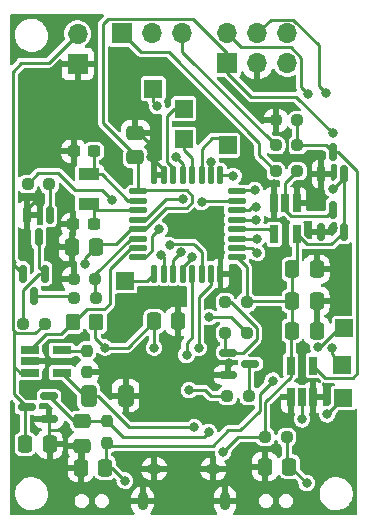
<source format=gbr>
%TF.GenerationSoftware,KiCad,Pcbnew,(6.0.9)*%
%TF.CreationDate,2023-01-20T21:16:28+01:00*%
%TF.ProjectId,AGH-CLK-01,4147482d-434c-44b2-9d30-312e6b696361,rev?*%
%TF.SameCoordinates,Original*%
%TF.FileFunction,Copper,L1,Top*%
%TF.FilePolarity,Positive*%
%FSLAX46Y46*%
G04 Gerber Fmt 4.6, Leading zero omitted, Abs format (unit mm)*
G04 Created by KiCad (PCBNEW (6.0.9)) date 2023-01-20 21:16:28*
%MOMM*%
%LPD*%
G01*
G04 APERTURE LIST*
G04 Aperture macros list*
%AMRoundRect*
0 Rectangle with rounded corners*
0 $1 Rounding radius*
0 $2 $3 $4 $5 $6 $7 $8 $9 X,Y pos of 4 corners*
0 Add a 4 corners polygon primitive as box body*
4,1,4,$2,$3,$4,$5,$6,$7,$8,$9,$2,$3,0*
0 Add four circle primitives for the rounded corners*
1,1,$1+$1,$2,$3*
1,1,$1+$1,$4,$5*
1,1,$1+$1,$6,$7*
1,1,$1+$1,$8,$9*
0 Add four rect primitives between the rounded corners*
20,1,$1+$1,$2,$3,$4,$5,0*
20,1,$1+$1,$4,$5,$6,$7,0*
20,1,$1+$1,$6,$7,$8,$9,0*
20,1,$1+$1,$8,$9,$2,$3,0*%
G04 Aperture macros list end*
%TA.AperFunction,SMDPad,CuDef*%
%ADD10RoundRect,0.250000X0.337500X0.475000X-0.337500X0.475000X-0.337500X-0.475000X0.337500X-0.475000X0*%
%TD*%
%TA.AperFunction,SMDPad,CuDef*%
%ADD11RoundRect,0.237500X-0.250000X-0.237500X0.250000X-0.237500X0.250000X0.237500X-0.250000X0.237500X0*%
%TD*%
%TA.AperFunction,SMDPad,CuDef*%
%ADD12RoundRect,0.237500X0.300000X0.237500X-0.300000X0.237500X-0.300000X-0.237500X0.300000X-0.237500X0*%
%TD*%
%TA.AperFunction,ComponentPad*%
%ADD13R,1.700000X1.700000*%
%TD*%
%TA.AperFunction,ComponentPad*%
%ADD14O,1.700000X1.700000*%
%TD*%
%TA.AperFunction,SMDPad,CuDef*%
%ADD15R,1.560000X0.650000*%
%TD*%
%TA.AperFunction,SMDPad,CuDef*%
%ADD16RoundRect,0.250000X-0.350000X-0.450000X0.350000X-0.450000X0.350000X0.450000X-0.350000X0.450000X0*%
%TD*%
%TA.AperFunction,SMDPad,CuDef*%
%ADD17RoundRect,0.237500X-0.237500X0.250000X-0.237500X-0.250000X0.237500X-0.250000X0.237500X0.250000X0*%
%TD*%
%TA.AperFunction,SMDPad,CuDef*%
%ADD18RoundRect,0.250000X-0.337500X-0.475000X0.337500X-0.475000X0.337500X0.475000X-0.337500X0.475000X0*%
%TD*%
%TA.AperFunction,SMDPad,CuDef*%
%ADD19R,1.500000X1.500000*%
%TD*%
%TA.AperFunction,SMDPad,CuDef*%
%ADD20RoundRect,0.237500X0.250000X0.237500X-0.250000X0.237500X-0.250000X-0.237500X0.250000X-0.237500X0*%
%TD*%
%TA.AperFunction,SMDPad,CuDef*%
%ADD21R,0.650000X1.560000*%
%TD*%
%TA.AperFunction,SMDPad,CuDef*%
%ADD22RoundRect,0.250000X-0.475000X0.337500X-0.475000X-0.337500X0.475000X-0.337500X0.475000X0.337500X0*%
%TD*%
%TA.AperFunction,SMDPad,CuDef*%
%ADD23RoundRect,0.250000X0.475000X-0.337500X0.475000X0.337500X-0.475000X0.337500X-0.475000X-0.337500X0*%
%TD*%
%TA.AperFunction,SMDPad,CuDef*%
%ADD24RoundRect,0.150000X-0.150000X0.587500X-0.150000X-0.587500X0.150000X-0.587500X0.150000X0.587500X0*%
%TD*%
%TA.AperFunction,SMDPad,CuDef*%
%ADD25RoundRect,0.125000X-0.625000X-0.125000X0.625000X-0.125000X0.625000X0.125000X-0.625000X0.125000X0*%
%TD*%
%TA.AperFunction,SMDPad,CuDef*%
%ADD26RoundRect,0.125000X-0.125000X-0.625000X0.125000X-0.625000X0.125000X0.625000X-0.125000X0.625000X0*%
%TD*%
%TA.AperFunction,SMDPad,CuDef*%
%ADD27RoundRect,0.150000X0.150000X-0.587500X0.150000X0.587500X-0.150000X0.587500X-0.150000X-0.587500X0*%
%TD*%
%TA.AperFunction,SMDPad,CuDef*%
%ADD28RoundRect,0.150000X0.587500X0.150000X-0.587500X0.150000X-0.587500X-0.150000X0.587500X-0.150000X0*%
%TD*%
%TA.AperFunction,SMDPad,CuDef*%
%ADD29RoundRect,0.250000X-0.412500X-0.650000X0.412500X-0.650000X0.412500X0.650000X-0.412500X0.650000X0*%
%TD*%
%TA.AperFunction,SMDPad,CuDef*%
%ADD30R,1.800000X1.000000*%
%TD*%
%TA.AperFunction,SMDPad,CuDef*%
%ADD31RoundRect,0.150000X-0.587500X-0.150000X0.587500X-0.150000X0.587500X0.150000X-0.587500X0.150000X0*%
%TD*%
%TA.AperFunction,ComponentPad*%
%ADD32O,1.250000X0.950000*%
%TD*%
%TA.AperFunction,ComponentPad*%
%ADD33O,0.890000X1.550000*%
%TD*%
%TA.AperFunction,ViaPad*%
%ADD34C,0.800000*%
%TD*%
%TA.AperFunction,Conductor*%
%ADD35C,0.250000*%
%TD*%
G04 APERTURE END LIST*
D10*
%TO.P,C13,1*%
%TO.N,/SW_2*%
X197727500Y-81499000D03*
%TO.P,C13,2*%
%TO.N,GND*%
X195652500Y-81499000D03*
%TD*%
D11*
%TO.P,R4,1*%
%TO.N,GND*%
X212177500Y-52099000D03*
%TO.P,R4,2*%
%TO.N,Net-(D1-Pad3)*%
X214002500Y-52099000D03*
%TD*%
D12*
%TO.P,C4,1*%
%TO.N,/RTC_OSC_OUT*%
X196752500Y-60899000D03*
%TO.P,C4,2*%
%TO.N,GND*%
X195027500Y-60899000D03*
%TD*%
D13*
%TO.P,J5,1,Pin_1*%
%TO.N,GND*%
X195390000Y-47299000D03*
D14*
%TO.P,J5,2,Pin_2*%
%TO.N,+BATT*%
X195390000Y-44759000D03*
%TD*%
D15*
%TO.P,U5,1,CHRG*%
%TO.N,/BAT_CH*%
X191340000Y-71549000D03*
%TO.P,U5,2,GND*%
%TO.N,GND*%
X191340000Y-72499000D03*
%TO.P,U5,3,BAT*%
%TO.N,+BATT*%
X191340000Y-73449000D03*
%TO.P,U5,4,VCC*%
%TO.N,+5V*%
X194040000Y-73449000D03*
%TO.P,U5,5,PROG*%
%TO.N,Net-(R11-Pad1)*%
X194040000Y-71549000D03*
%TD*%
D10*
%TO.P,C10,1*%
%TO.N,GND*%
X203927500Y-69099000D03*
%TO.P,C10,2*%
%TO.N,VCC*%
X201852500Y-69099000D03*
%TD*%
D16*
%TO.P,R13,1*%
%TO.N,/BAT_CH*%
X194990000Y-69199000D03*
%TO.P,R13,2*%
%TO.N,VCC*%
X196990000Y-69199000D03*
%TD*%
D17*
%TO.P,R14,1*%
%TO.N,VCC*%
X197890000Y-77586500D03*
%TO.P,R14,2*%
%TO.N,/SW_2*%
X197890000Y-79411500D03*
%TD*%
D11*
%TO.P,R12,1*%
%TO.N,VCC*%
X211277500Y-78899000D03*
%TO.P,R12,2*%
%TO.N,/SW_1*%
X213102500Y-78899000D03*
%TD*%
D18*
%TO.P,C2,1*%
%TO.N,VCC*%
X213552500Y-64699000D03*
%TO.P,C2,2*%
%TO.N,GND*%
X215627500Y-64699000D03*
%TD*%
D19*
%TO.P,TP6,1,1*%
%TO.N,/PA8*%
X217990000Y-69699000D03*
%TD*%
D12*
%TO.P,C5,1*%
%TO.N,/RTC_OSC_IN*%
X196790000Y-54699000D03*
%TO.P,C5,2*%
%TO.N,GND*%
X195065000Y-54699000D03*
%TD*%
D20*
%TO.P,R5,1*%
%TO.N,+BATT*%
X192602500Y-69299000D03*
%TO.P,R5,2*%
%TO.N,Net-(Q1-Pad3)*%
X190777500Y-69299000D03*
%TD*%
D21*
%TO.P,U3,1*%
%TO.N,GND*%
X213440000Y-75549000D03*
%TO.P,U3,2*%
%TO.N,/UART.TX*%
X214390000Y-75549000D03*
%TO.P,U3,3,GND*%
%TO.N,GND*%
X215340000Y-75549000D03*
%TO.P,U3,4*%
%TO.N,Net-(D1-Pad3)*%
X215340000Y-72849000D03*
%TO.P,U3,5,VCC*%
%TO.N,VCC*%
X213440000Y-72849000D03*
%TD*%
D13*
%TO.P,J1,1,Pin_1*%
%TO.N,VCC*%
X208065000Y-47274000D03*
D14*
%TO.P,J1,2,Pin_2*%
%TO.N,/SWCLK*%
X208065000Y-44734000D03*
%TO.P,J1,3,Pin_3*%
%TO.N,GND*%
X210605000Y-47274000D03*
%TO.P,J1,4,Pin_4*%
%TO.N,/SWDIO*%
X210605000Y-44734000D03*
%TO.P,J1,5,Pin_5*%
%TO.N,/NRST*%
X213145000Y-47274000D03*
%TO.P,J1,6,Pin_6*%
%TO.N,unconnected-(J1-Pad6)*%
X213145000Y-44734000D03*
%TD*%
D19*
%TO.P,TP8,1,1*%
%TO.N,/PA12*%
X217890000Y-75599000D03*
%TD*%
D22*
%TO.P,C8,1*%
%TO.N,VCC*%
X195790000Y-77561500D03*
%TO.P,C8,2*%
%TO.N,GND*%
X195790000Y-79636500D03*
%TD*%
D17*
%TO.P,R11,1*%
%TO.N,Net-(R11-Pad1)*%
X196190000Y-71586500D03*
%TO.P,R11,2*%
%TO.N,GND*%
X196190000Y-73411500D03*
%TD*%
D19*
%TO.P,TP3,1,1*%
%TO.N,/PB6*%
X201790000Y-49399000D03*
%TD*%
%TO.P,TP4,1,1*%
%TO.N,/PB7*%
X204390000Y-51099000D03*
%TD*%
D23*
%TO.P,C1,1*%
%TO.N,VCC*%
X200290000Y-55236500D03*
%TO.P,C1,2*%
%TO.N,GND*%
X200290000Y-53161500D03*
%TD*%
D24*
%TO.P,Q1,1,G*%
%TO.N,Net-(Q1-Pad1)*%
X193040000Y-60124000D03*
%TO.P,Q1,2,S*%
%TO.N,GND*%
X191140000Y-60124000D03*
%TO.P,Q1,3,D*%
%TO.N,Net-(Q1-Pad3)*%
X192090000Y-61999000D03*
%TD*%
D20*
%TO.P,R7,1*%
%TO.N,/A_BAT*%
X196902500Y-65499000D03*
%TO.P,R7,2*%
%TO.N,GND*%
X195077500Y-65499000D03*
%TD*%
%TO.P,R9,1*%
%TO.N,VCC*%
X209702500Y-67499000D03*
%TO.P,R9,2*%
%TO.N,Net-(Q3-Pad1)*%
X207877500Y-67499000D03*
%TD*%
D25*
%TO.P,U1,1,VDD*%
%TO.N,VCC*%
X200515000Y-58099000D03*
%TO.P,U1,2,PC14*%
%TO.N,/RTC_OSC_IN*%
X200515000Y-58899000D03*
%TO.P,U1,3,PC15*%
%TO.N,/RTC_OSC_OUT*%
X200515000Y-59699000D03*
%TO.P,U1,4,NRST*%
%TO.N,/NRST*%
X200515000Y-60499000D03*
%TO.P,U1,5,VDDA*%
%TO.N,VCC*%
X200515000Y-61299000D03*
%TO.P,U1,6,PA0*%
%TO.N,/A_BAT*%
X200515000Y-62099000D03*
%TO.P,U1,7,PA1*%
%TO.N,/BAT_CH*%
X200515000Y-62899000D03*
%TO.P,U1,8,PA2*%
%TO.N,/A_BAT_EN*%
X200515000Y-63699000D03*
D26*
%TO.P,U1,9,PA3*%
%TO.N,/PA3*%
X201890000Y-65074000D03*
%TO.P,U1,10,PA4*%
%TO.N,/LCD_DC*%
X202690000Y-65074000D03*
%TO.P,U1,11,PA5*%
%TO.N,/LCD_SCK*%
X203490000Y-65074000D03*
%TO.P,U1,12,PA6*%
%TO.N,/LCD_BLK*%
X204290000Y-65074000D03*
%TO.P,U1,13,PA7*%
%TO.N,/LCD_SDA*%
X205090000Y-65074000D03*
%TO.P,U1,14,PB0*%
%TO.N,/LCD_CS*%
X205890000Y-65074000D03*
%TO.P,U1,15,PB1*%
%TO.N,/LCD_RST*%
X206690000Y-65074000D03*
%TO.P,U1,16,VSS*%
%TO.N,GND*%
X207490000Y-65074000D03*
D25*
%TO.P,U1,17,VDD*%
%TO.N,VCC*%
X208865000Y-63699000D03*
%TO.P,U1,18,PA8*%
%TO.N,/PA8*%
X208865000Y-62899000D03*
%TO.P,U1,19,PA9*%
%TO.N,/UART.TX*%
X208865000Y-62099000D03*
%TO.P,U1,20,PA10*%
%TO.N,/UART.RX*%
X208865000Y-61299000D03*
%TO.P,U1,21,PA11*%
%TO.N,/PA11*%
X208865000Y-60499000D03*
%TO.P,U1,22,PA12*%
%TO.N,/PA12*%
X208865000Y-59699000D03*
%TO.P,U1,23,PA13*%
%TO.N,/SWDIO*%
X208865000Y-58899000D03*
%TO.P,U1,24,PA14*%
%TO.N,/SWCLK*%
X208865000Y-58099000D03*
D26*
%TO.P,U1,25,PA15*%
%TO.N,/SW_2*%
X207490000Y-56724000D03*
%TO.P,U1,26,PB3*%
%TO.N,/SW_1*%
X206690000Y-56724000D03*
%TO.P,U1,27,PB4*%
%TO.N,/PB4*%
X205890000Y-56724000D03*
%TO.P,U1,28,PB5*%
%TO.N,/PB5*%
X205090000Y-56724000D03*
%TO.P,U1,29,PB6*%
%TO.N,/PB6*%
X204290000Y-56724000D03*
%TO.P,U1,30,PB7*%
%TO.N,/PB7*%
X203490000Y-56724000D03*
%TO.P,U1,31,BOOT0*%
%TO.N,GND*%
X202690000Y-56724000D03*
%TO.P,U1,32,VSS*%
X201890000Y-56724000D03*
%TD*%
D18*
%TO.P,C9,1*%
%TO.N,VCC*%
X213552500Y-67399000D03*
%TO.P,C9,2*%
%TO.N,GND*%
X215627500Y-67399000D03*
%TD*%
D10*
%TO.P,C12,1*%
%TO.N,/SW_1*%
X213327500Y-81399000D03*
%TO.P,C12,2*%
%TO.N,GND*%
X211252500Y-81399000D03*
%TD*%
D27*
%TO.P,D1,1*%
%TO.N,GND*%
X216040000Y-56636500D03*
%TO.P,D1,2*%
%TO.N,VCC*%
X217940000Y-56636500D03*
%TO.P,D1,3*%
%TO.N,Net-(D1-Pad3)*%
X216990000Y-54761500D03*
%TD*%
D19*
%TO.P,TP7,1,1*%
%TO.N,/PA11*%
X217790000Y-72799000D03*
%TD*%
D20*
%TO.P,R10,1*%
%TO.N,Net-(Q3-Pad3)*%
X209902500Y-75399000D03*
%TO.P,R10,2*%
%TO.N,Net-(J4-Pad2)*%
X208077500Y-75399000D03*
%TD*%
D19*
%TO.P,TP1,1,1*%
%TO.N,/PB4*%
X208090000Y-54199000D03*
%TD*%
D27*
%TO.P,D2,1*%
%TO.N,GND*%
X216040000Y-61536500D03*
%TO.P,D2,2*%
%TO.N,VCC*%
X217940000Y-61536500D03*
%TO.P,D2,3*%
%TO.N,Net-(D2-Pad3)*%
X216990000Y-59661500D03*
%TD*%
D19*
%TO.P,TP2,1,1*%
%TO.N,/PB5*%
X204390000Y-53699000D03*
%TD*%
D18*
%TO.P,C7,1*%
%TO.N,VCC*%
X213552500Y-69899000D03*
%TO.P,C7,2*%
%TO.N,GND*%
X215627500Y-69899000D03*
%TD*%
D11*
%TO.P,R6,1*%
%TO.N,Net-(Q2-Pad3)*%
X195090000Y-67099000D03*
%TO.P,R6,2*%
%TO.N,/A_BAT*%
X196915000Y-67099000D03*
%TD*%
D21*
%TO.P,U4,1*%
%TO.N,GND*%
X213940000Y-59049000D03*
%TO.P,U4,2*%
%TO.N,Net-(D2-Pad3)*%
X212990000Y-59049000D03*
%TO.P,U4,3,GND*%
%TO.N,GND*%
X212040000Y-59049000D03*
%TO.P,U4,4*%
%TO.N,/UART.RX*%
X212040000Y-61749000D03*
%TO.P,U4,5,VCC*%
%TO.N,VCC*%
X213940000Y-61749000D03*
%TD*%
D19*
%TO.P,TP5,1,1*%
%TO.N,/PA3*%
X199390000Y-65699000D03*
%TD*%
D28*
%TO.P,U2,1,GND*%
%TO.N,GND*%
X192965000Y-77349000D03*
%TO.P,U2,2,VO*%
%TO.N,VCC*%
X192965000Y-75449000D03*
%TO.P,U2,3,VI*%
%TO.N,+BATT*%
X191090000Y-76399000D03*
%TD*%
D13*
%TO.P,J3,1,Pin_1*%
%TO.N,Net-(J3-Pad1)*%
X199165000Y-44699000D03*
D14*
%TO.P,J3,2,Pin_2*%
%TO.N,GND*%
X201705000Y-44699000D03*
%TO.P,J3,3,Pin_3*%
%TO.N,Net-(J3-Pad3)*%
X204245000Y-44699000D03*
%TD*%
D29*
%TO.P,C11,1*%
%TO.N,+5V*%
X196327500Y-75399000D03*
%TO.P,C11,2*%
%TO.N,GND*%
X199452500Y-75399000D03*
%TD*%
D18*
%TO.P,C6,1*%
%TO.N,+BATT*%
X190952500Y-79499000D03*
%TO.P,C6,2*%
%TO.N,GND*%
X193027500Y-79499000D03*
%TD*%
D24*
%TO.P,Q2,1,G*%
%TO.N,Net-(Q1-Pad3)*%
X192640000Y-65061500D03*
%TO.P,Q2,2,S*%
%TO.N,+BATT*%
X190740000Y-65061500D03*
%TO.P,Q2,3,D*%
%TO.N,Net-(Q2-Pad3)*%
X191690000Y-66936500D03*
%TD*%
D10*
%TO.P,C3,1*%
%TO.N,VCC*%
X196952500Y-62799000D03*
%TO.P,C3,2*%
%TO.N,GND*%
X194877500Y-62799000D03*
%TD*%
D11*
%TO.P,R1,1*%
%TO.N,/A_BAT_EN*%
X191177500Y-57499000D03*
%TO.P,R1,2*%
%TO.N,Net-(Q1-Pad1)*%
X193002500Y-57499000D03*
%TD*%
%TO.P,R3,1*%
%TO.N,Net-(J3-Pad3)*%
X212177500Y-54199000D03*
%TO.P,R3,2*%
%TO.N,Net-(D1-Pad3)*%
X214002500Y-54199000D03*
%TD*%
D30*
%TO.P,Y1,1,1*%
%TO.N,/RTC_OSC_OUT*%
X196390000Y-59149000D03*
%TO.P,Y1,2,2*%
%TO.N,/RTC_OSC_IN*%
X196390000Y-56649000D03*
%TD*%
D20*
%TO.P,R8,1*%
%TO.N,/LCD_BLK*%
X209737500Y-70125000D03*
%TO.P,R8,2*%
%TO.N,Net-(Q3-Pad1)*%
X207912500Y-70125000D03*
%TD*%
D11*
%TO.P,R2,1*%
%TO.N,Net-(J3-Pad1)*%
X212177500Y-56399000D03*
%TO.P,R2,2*%
%TO.N,Net-(D2-Pad3)*%
X214002500Y-56399000D03*
%TD*%
D31*
%TO.P,Q3,1,B*%
%TO.N,Net-(Q3-Pad1)*%
X208152500Y-71749000D03*
%TO.P,Q3,2,E*%
%TO.N,GND*%
X208152500Y-73649000D03*
%TO.P,Q3,3,C*%
%TO.N,Net-(Q3-Pad3)*%
X210027500Y-72699000D03*
%TD*%
D32*
%TO.P,J2,6,Shield*%
%TO.N,GND*%
X206890000Y-81614000D03*
X201890000Y-81614000D03*
D33*
X200890000Y-84314000D03*
X207890000Y-84314000D03*
%TD*%
D34*
%TO.N,VCC*%
X201865000Y-71324000D03*
X196040000Y-64249000D03*
X197690000Y-71329000D03*
X216990000Y-53199000D03*
X216990000Y-57899000D03*
X206515000Y-78474000D03*
X207715000Y-80174000D03*
%TO.N,GND*%
X205950000Y-73450000D03*
X206575000Y-51125000D03*
X194350000Y-78275000D03*
X213090000Y-53299000D03*
X209575000Y-81650000D03*
X208175000Y-72675000D03*
X206175000Y-62250000D03*
X192925000Y-72475000D03*
X215690000Y-59199000D03*
X207100000Y-63175000D03*
X213090000Y-55199000D03*
X216925000Y-63400000D03*
X201090000Y-75599000D03*
X202890000Y-72399000D03*
X213990000Y-57599000D03*
X211990000Y-57499000D03*
X193500000Y-62550000D03*
X191750000Y-55400000D03*
X192050000Y-58675000D03*
X216990000Y-61199000D03*
X211525000Y-72700000D03*
X201650000Y-55225000D03*
%TO.N,+5V*%
X205280000Y-78069000D03*
%TO.N,/SW_1*%
X206690000Y-55599000D03*
X214790000Y-82799000D03*
%TO.N,/SW_2*%
X211915000Y-74124000D03*
X199390000Y-82599000D03*
X208590000Y-56799000D03*
%TO.N,/SWCLK*%
X214925000Y-49900000D03*
X210390000Y-57999000D03*
%TO.N,/SWDIO*%
X216400000Y-49800000D03*
X205890000Y-58999000D03*
%TO.N,/NRST*%
X204325000Y-58750000D03*
%TO.N,Net-(J4-Pad2)*%
X204840000Y-74924000D03*
%TO.N,/LCD_DC*%
X202490000Y-63499000D03*
%TO.N,/LCD_CS*%
X203190000Y-62674000D03*
%TO.N,/LCD_SCK*%
X204115000Y-63249000D03*
%TO.N,/LCD_SDA*%
X204615000Y-71949000D03*
%TO.N,/LCD_RST*%
X205640000Y-71374000D03*
%TO.N,/A_BAT_EN*%
X202325000Y-61325000D03*
X198300000Y-58850000D03*
%TO.N,/LCD_BLK*%
X206550000Y-68750000D03*
X205050000Y-63650000D03*
%TO.N,/UART.TX*%
X214390000Y-77399000D03*
X210590000Y-62099000D03*
%TO.N,/PB6*%
X202125000Y-50875000D03*
X203690000Y-55199000D03*
%TO.N,/PA8*%
X210590000Y-63299000D03*
X215750000Y-71300000D03*
%TO.N,/PA11*%
X210466027Y-60499000D03*
X216900000Y-71325000D03*
%TO.N,/PA12*%
X210490180Y-59391573D03*
X216525000Y-76975000D03*
%TD*%
D35*
%TO.N,VCC*%
X196040000Y-63711500D02*
X196952500Y-62799000D01*
X208065000Y-48074000D02*
X208065000Y-47274000D01*
X216990000Y-53199000D02*
X213890000Y-50099000D01*
X197690000Y-71329000D02*
X199622500Y-71329000D01*
X209802500Y-67399000D02*
X209702500Y-67499000D01*
X197690000Y-71329000D02*
X196902500Y-70541500D01*
X200515000Y-61299000D02*
X201101396Y-61299000D01*
X208865000Y-63699000D02*
X209702500Y-64536500D01*
X197790000Y-77586500D02*
X195815000Y-77586500D01*
X205100000Y-58499695D02*
X205100000Y-59000000D01*
X196752500Y-62599000D02*
X198628604Y-62599000D01*
X198628604Y-62599000D02*
X199928604Y-61299000D01*
X199202500Y-78899000D02*
X206090000Y-78899000D01*
X196040000Y-64249000D02*
X196040000Y-63711500D01*
X213552500Y-67399000D02*
X213552500Y-64874000D01*
X211277500Y-75956500D02*
X213440000Y-73794000D01*
X200515000Y-55286500D02*
X200515000Y-58099000D01*
X197990000Y-43524000D02*
X205193299Y-43524000D01*
X217940000Y-56636500D02*
X217940000Y-56949000D01*
X213940000Y-61749000D02*
X213940000Y-64486500D01*
X208990000Y-78899000D02*
X211277500Y-78899000D01*
X213552500Y-64874000D02*
X213727500Y-64699000D01*
X199622500Y-71329000D02*
X201852500Y-69099000D01*
X209702500Y-64536500D02*
X209702500Y-67499000D01*
X213890000Y-50099000D02*
X210090000Y-50099000D01*
X195815000Y-77586500D02*
X195790000Y-77561500D01*
X217940000Y-56636500D02*
X217940000Y-61536500D01*
X213552500Y-67399000D02*
X209802500Y-67399000D01*
X205193299Y-43524000D02*
X208065000Y-46395701D01*
X213440000Y-72849000D02*
X213440000Y-70011500D01*
X210090000Y-50099000D02*
X208065000Y-48074000D01*
X200515000Y-58099000D02*
X200589000Y-58025000D01*
X197540000Y-43974000D02*
X197990000Y-43524000D01*
X200290000Y-55061500D02*
X200515000Y-55286500D01*
X202900396Y-59500000D02*
X204600000Y-59500000D01*
X213940000Y-61749000D02*
X214790000Y-62599000D01*
X195077500Y-77561500D02*
X192965000Y-75449000D01*
X204600000Y-59500000D02*
X204625000Y-59475000D01*
X207715000Y-80174000D02*
X208990000Y-78899000D01*
X200290000Y-55061500D02*
X197540000Y-52311500D01*
X204625305Y-58025000D02*
X205100000Y-58499695D01*
X213440000Y-73794000D02*
X213440000Y-72849000D01*
X199202500Y-78899000D02*
X197890000Y-77586500D01*
X214790000Y-62599000D02*
X216877500Y-62599000D01*
X201852500Y-69099000D02*
X201852500Y-71311500D01*
X195790000Y-77561500D02*
X195077500Y-77561500D01*
X196902500Y-70541500D02*
X196902500Y-69199000D01*
X197540000Y-52311500D02*
X197540000Y-43974000D01*
X205100000Y-59000000D02*
X204625000Y-59475000D01*
X201101396Y-61299000D02*
X202900396Y-59500000D01*
X206090000Y-78899000D02*
X206515000Y-78474000D01*
X216877500Y-62599000D02*
X217940000Y-61536500D01*
X208065000Y-46395701D02*
X208065000Y-47274000D01*
X199928604Y-61299000D02*
X200515000Y-61299000D01*
X211277500Y-78899000D02*
X211277500Y-75956500D01*
X200589000Y-58025000D02*
X204625305Y-58025000D01*
X201852500Y-71311500D02*
X201865000Y-71324000D01*
X213440000Y-70011500D02*
X213552500Y-69899000D01*
X213552500Y-67399000D02*
X213552500Y-69899000D01*
X217940000Y-56949000D02*
X216990000Y-57899000D01*
X213940000Y-64486500D02*
X213727500Y-64699000D01*
%TO.N,GND*%
X195790000Y-81361500D02*
X195652500Y-81499000D01*
X208175000Y-73626500D02*
X208152500Y-73649000D01*
X195027500Y-62899000D02*
X195127500Y-62999000D01*
X191190000Y-60074000D02*
X191140000Y-60124000D01*
X203927500Y-71361500D02*
X202890000Y-72399000D01*
X202690000Y-56724000D02*
X202690000Y-56265000D01*
X203927500Y-69099000D02*
X203927500Y-71361500D01*
X208175000Y-72675000D02*
X208175000Y-73626500D01*
X193027500Y-79499000D02*
X193165000Y-79636500D01*
X200786500Y-53336500D02*
X201625000Y-54175000D01*
X192965000Y-78240000D02*
X192965000Y-79436500D01*
X213090000Y-53299000D02*
X213090000Y-55199000D01*
X200290000Y-53336500D02*
X200786500Y-53336500D01*
X201625000Y-54175000D02*
X201625000Y-54950000D01*
X202690000Y-56265000D02*
X201650000Y-55225000D01*
X191140000Y-60124000D02*
X191140000Y-59585000D01*
X191140000Y-59585000D02*
X192050000Y-58675000D01*
X194350000Y-78275000D02*
X193000000Y-78275000D01*
X192965000Y-77349000D02*
X192965000Y-78240000D01*
X193000000Y-78275000D02*
X192965000Y-78240000D01*
X215627500Y-69899000D02*
X215627500Y-67399000D01*
X192965000Y-79436500D02*
X193027500Y-79499000D01*
%TO.N,/RTC_OSC_OUT*%
X196752500Y-59511500D02*
X196390000Y-59149000D01*
X196452500Y-59511500D02*
X196090000Y-59149000D01*
X200515000Y-59699000D02*
X196940000Y-59699000D01*
X196940000Y-59699000D02*
X196390000Y-59149000D01*
X196752500Y-60899000D02*
X196752500Y-59511500D01*
%TO.N,/RTC_OSC_IN*%
X199674000Y-58899000D02*
X197424000Y-56649000D01*
X200515000Y-58899000D02*
X199674000Y-58899000D01*
X196790000Y-54699000D02*
X196790000Y-56249000D01*
X196790000Y-56249000D02*
X196390000Y-56649000D01*
X197424000Y-56649000D02*
X196390000Y-56649000D01*
%TO.N,+BATT*%
X189890000Y-64211500D02*
X189890000Y-69774000D01*
X190002500Y-72916500D02*
X190002500Y-73086500D01*
X190002500Y-69886500D02*
X190215000Y-70099000D01*
X192950000Y-47199000D02*
X195390000Y-44759000D01*
X189890000Y-64211500D02*
X190740000Y-65061500D01*
X190952500Y-76536500D02*
X191090000Y-76399000D01*
X190002500Y-73086500D02*
X189990000Y-73099000D01*
X189890000Y-63911500D02*
X189890000Y-64211500D01*
X189890000Y-69774000D02*
X190002500Y-69886500D01*
X190615000Y-47199000D02*
X192950000Y-47199000D01*
X189890000Y-47999000D02*
X189890000Y-63911500D01*
X192602500Y-69299000D02*
X191802500Y-70099000D01*
X190952500Y-79499000D02*
X190952500Y-76536500D01*
X189890000Y-63911500D02*
X190083750Y-64105250D01*
X190535000Y-73449000D02*
X191340000Y-73449000D01*
X191802500Y-70099000D02*
X190215000Y-70099000D01*
X190002500Y-69886500D02*
X190002500Y-72916500D01*
X189990000Y-73099000D02*
X189990000Y-75299000D01*
X190002500Y-72916500D02*
X190535000Y-73449000D01*
X190615000Y-47274000D02*
X189890000Y-47999000D01*
X189990000Y-75299000D02*
X191090000Y-76399000D01*
%TO.N,+5V*%
X195990000Y-75399000D02*
X194040000Y-73449000D01*
X196327500Y-75399000D02*
X195990000Y-75399000D01*
X197100000Y-75399000D02*
X199500000Y-77799000D01*
X196327500Y-75399000D02*
X197100000Y-75399000D01*
X199770000Y-78069000D02*
X205280000Y-78069000D01*
X199500000Y-77799000D02*
X199770000Y-78069000D01*
%TO.N,/SW_1*%
X213327500Y-81399000D02*
X213390000Y-81399000D01*
X213390000Y-81399000D02*
X214790000Y-82799000D01*
X213102500Y-78899000D02*
X213102500Y-81174000D01*
X206690000Y-55599000D02*
X206690000Y-56724000D01*
X213102500Y-81174000D02*
X213327500Y-81399000D01*
%TO.N,/SW_2*%
X198290000Y-81499000D02*
X199390000Y-82599000D01*
X211915000Y-74124000D02*
X210815000Y-75224000D01*
X206865000Y-79624000D02*
X198102500Y-79624000D01*
X197790000Y-79411500D02*
X197790000Y-81436500D01*
X198102500Y-79624000D02*
X197890000Y-79411500D01*
X197790000Y-81436500D02*
X197727500Y-81499000D01*
X209165000Y-78324000D02*
X208165000Y-78324000D01*
X208165000Y-78324000D02*
X206865000Y-79624000D01*
X208515000Y-56724000D02*
X208590000Y-56799000D01*
X207490000Y-56724000D02*
X208515000Y-56724000D01*
X210815000Y-76674000D02*
X209165000Y-78324000D01*
X210815000Y-75224000D02*
X210815000Y-76674000D01*
X197727500Y-81499000D02*
X198290000Y-81499000D01*
%TO.N,Net-(D1-Pad3)*%
X219065000Y-73499000D02*
X219065000Y-56352249D01*
X215340000Y-72849000D02*
X216365000Y-73874000D01*
X214002500Y-54199000D02*
X216427500Y-54199000D01*
X217474251Y-54761500D02*
X216990000Y-54761500D01*
X214002500Y-52099000D02*
X214002500Y-54199000D01*
X219065000Y-56352249D02*
X217474251Y-54761500D01*
X216427500Y-54199000D02*
X216990000Y-54761500D01*
X216365000Y-73874000D02*
X218690000Y-73874000D01*
X218690000Y-73874000D02*
X219065000Y-73499000D01*
%TO.N,Net-(D2-Pad3)*%
X212990000Y-59699000D02*
X213445000Y-60154000D01*
X212990000Y-59049000D02*
X212990000Y-59699000D01*
X214002500Y-56399000D02*
X212990000Y-57411500D01*
X212990000Y-57411500D02*
X212990000Y-59049000D01*
X216497500Y-60154000D02*
X216990000Y-59661500D01*
X213445000Y-60154000D02*
X216497500Y-60154000D01*
%TO.N,/SWCLK*%
X208965000Y-57999000D02*
X208865000Y-58099000D01*
X209240000Y-45909000D02*
X208065000Y-44734000D01*
X214320000Y-46787299D02*
X213441701Y-45909000D01*
X214925000Y-49900000D02*
X214320000Y-49295000D01*
X213441701Y-45909000D02*
X209240000Y-45909000D01*
X210390000Y-57999000D02*
X208965000Y-57999000D01*
X214320000Y-49295000D02*
X214320000Y-46787299D01*
%TO.N,/SWDIO*%
X215814999Y-45742298D02*
X213631701Y-43559000D01*
X215814999Y-49214999D02*
X215814999Y-45742298D01*
X216400000Y-49800000D02*
X215814999Y-49214999D01*
X205990000Y-58899000D02*
X208865000Y-58899000D01*
X211780000Y-43559000D02*
X210605000Y-44734000D01*
X205890000Y-58999000D02*
X205990000Y-58899000D01*
X213631701Y-43559000D02*
X211780000Y-43559000D01*
%TO.N,/NRST*%
X201101396Y-60499000D02*
X202850396Y-58750000D01*
X200515000Y-60499000D02*
X201101396Y-60499000D01*
X202850396Y-58750000D02*
X204325000Y-58750000D01*
%TO.N,Net-(J3-Pad1)*%
X210790000Y-53999000D02*
X210790000Y-55011500D01*
X210790000Y-55011500D02*
X212177500Y-56399000D01*
X203090000Y-46299000D02*
X210790000Y-53999000D01*
X199165000Y-44699000D02*
X200765000Y-46299000D01*
X200765000Y-46299000D02*
X203090000Y-46299000D01*
%TO.N,Net-(J3-Pad3)*%
X204245000Y-46266500D02*
X204245000Y-44699000D01*
X212177500Y-54199000D02*
X204245000Y-46266500D01*
%TO.N,Net-(J4-Pad2)*%
X206649000Y-75399000D02*
X208077500Y-75399000D01*
X204840000Y-74924000D02*
X206174000Y-74924000D01*
X206174000Y-74924000D02*
X206649000Y-75399000D01*
%TO.N,/LCD_DC*%
X202690000Y-65074000D02*
X202690000Y-63699000D01*
X202690000Y-63699000D02*
X202490000Y-63499000D01*
%TO.N,/LCD_CS*%
X205890000Y-65074000D02*
X205890000Y-63265000D01*
X203340000Y-62524000D02*
X205149000Y-62524000D01*
X205890000Y-63265000D02*
X205300000Y-62675000D01*
X203190000Y-62674000D02*
X203340000Y-62524000D01*
X205149000Y-62524000D02*
X205300000Y-62675000D01*
%TO.N,/LCD_SCK*%
X203490000Y-65074000D02*
X203490000Y-63874000D01*
X203490000Y-63874000D02*
X204115000Y-63249000D01*
%TO.N,/LCD_SDA*%
X204615000Y-70924000D02*
X204615000Y-71949000D01*
X205090000Y-65074000D02*
X205090000Y-70449000D01*
X205090000Y-70449000D02*
X204715000Y-70824000D01*
X204715000Y-70824000D02*
X204615000Y-70924000D01*
%TO.N,/LCD_RST*%
X206690000Y-66024000D02*
X206690000Y-65074000D01*
X205640000Y-71374000D02*
X205640000Y-67074000D01*
X205640000Y-67074000D02*
X206690000Y-66024000D01*
%TO.N,Net-(Q1-Pad1)*%
X193040000Y-60124000D02*
X193040000Y-57536500D01*
X193040000Y-57536500D02*
X193002500Y-57499000D01*
%TO.N,Net-(Q1-Pad3)*%
X192149251Y-65061500D02*
X192640000Y-65061500D01*
X190777500Y-66433251D02*
X192149251Y-65061500D01*
X192090000Y-64511500D02*
X192640000Y-65061500D01*
X190777500Y-69299000D02*
X190777500Y-66433251D01*
X192090000Y-61999000D02*
X192090000Y-64511500D01*
%TO.N,Net-(Q2-Pad3)*%
X191990000Y-66936500D02*
X194927500Y-66936500D01*
X194927500Y-66936500D02*
X195090000Y-67099000D01*
%TO.N,Net-(Q3-Pad1)*%
X208394495Y-67499000D02*
X210550000Y-69654505D01*
X207912500Y-70125000D02*
X207912500Y-71509000D01*
X207912500Y-71509000D02*
X208152500Y-71749000D01*
X210550000Y-70595495D02*
X209396495Y-71749000D01*
X207877500Y-67499000D02*
X208394495Y-67499000D01*
X209396495Y-71749000D02*
X208152500Y-71749000D01*
X210550000Y-69654505D02*
X210550000Y-70595495D01*
%TO.N,Net-(Q3-Pad3)*%
X209902500Y-72824000D02*
X210027500Y-72699000D01*
X209902500Y-75399000D02*
X209902500Y-72824000D01*
%TO.N,/A_BAT_EN*%
X191177500Y-57499000D02*
X191177500Y-57472500D01*
X201101396Y-63699000D02*
X201675000Y-63125396D01*
X197450000Y-58000000D02*
X198300000Y-58850000D01*
X193775000Y-56575000D02*
X195200000Y-58000000D01*
X201675000Y-61900000D02*
X202250000Y-61325000D01*
X191177500Y-57472500D02*
X192075000Y-56575000D01*
X201675000Y-63125396D02*
X201675000Y-61900000D01*
X202250000Y-61325000D02*
X202325000Y-61325000D01*
X192075000Y-56575000D02*
X193775000Y-56575000D01*
X195200000Y-58000000D02*
X197450000Y-58000000D01*
X200515000Y-63699000D02*
X201101396Y-63699000D01*
%TO.N,/A_BAT*%
X196902500Y-65499000D02*
X196902500Y-67086500D01*
X200515000Y-62099000D02*
X199902500Y-62099000D01*
X196902500Y-65499000D02*
X196902500Y-65125104D01*
X196902500Y-65125104D02*
X199928604Y-62099000D01*
X196902500Y-67086500D02*
X196915000Y-67099000D01*
X199928604Y-62099000D02*
X200515000Y-62099000D01*
%TO.N,/LCD_BLK*%
X204375000Y-64402604D02*
X205152604Y-63625000D01*
X209737500Y-70112500D02*
X208375000Y-68750000D01*
X208375000Y-68750000D02*
X206550000Y-68750000D01*
X204375000Y-64500000D02*
X204375000Y-64402604D01*
X204290000Y-64585000D02*
X204375000Y-64500000D01*
X209737500Y-70125000D02*
X209737500Y-70112500D01*
X204290000Y-65074000D02*
X204290000Y-64585000D01*
%TO.N,/BAT_CH*%
X198140000Y-67624000D02*
X197665000Y-68099000D01*
X194990000Y-69199000D02*
X193990000Y-70199000D01*
X198140000Y-64687604D02*
X198140000Y-67624000D01*
X193990000Y-70199000D02*
X192690000Y-70199000D01*
X192690000Y-70199000D02*
X191340000Y-71549000D01*
X196177500Y-68099000D02*
X195077500Y-69199000D01*
X200515000Y-62899000D02*
X199928604Y-62899000D01*
X195077500Y-69199000D02*
X194990000Y-69199000D01*
X199928604Y-62899000D02*
X198140000Y-64687604D01*
X197665000Y-68099000D02*
X196177500Y-68099000D01*
%TO.N,/PB4*%
X205890000Y-54499000D02*
X205890000Y-56724000D01*
X206790000Y-53599000D02*
X205890000Y-54499000D01*
X207790000Y-53599000D02*
X206790000Y-53599000D01*
%TO.N,/PB5*%
X205090000Y-55299000D02*
X205090000Y-56724000D01*
X204390000Y-54599000D02*
X205090000Y-55299000D01*
X204390000Y-53699000D02*
X204390000Y-54599000D01*
%TO.N,/UART.TX*%
X214390000Y-75549000D02*
X214390000Y-77399000D01*
X210590000Y-62099000D02*
X208865000Y-62099000D01*
%TO.N,/UART.RX*%
X211590000Y-61299000D02*
X208865000Y-61299000D01*
X212040000Y-61749000D02*
X211590000Y-61299000D01*
%TO.N,/PB6*%
X203690000Y-55199000D02*
X204290000Y-55799000D01*
X201790000Y-50540000D02*
X202125000Y-50875000D01*
X204290000Y-55799000D02*
X204290000Y-56724000D01*
X201790000Y-49399000D02*
X201790000Y-50540000D01*
%TO.N,/PB7*%
X203490000Y-56137604D02*
X202950000Y-55597604D01*
X202950000Y-51700000D02*
X203551000Y-51099000D01*
X202950000Y-55597604D02*
X202950000Y-51700000D01*
X203551000Y-51099000D02*
X204390000Y-51099000D01*
X203490000Y-56724000D02*
X203490000Y-56137604D01*
%TO.N,/PA3*%
X199390000Y-65699000D02*
X201265000Y-65699000D01*
X201265000Y-65699000D02*
X201890000Y-65074000D01*
%TO.N,/PA8*%
X217500695Y-69699000D02*
X217990000Y-69699000D01*
X210190000Y-62899000D02*
X208865000Y-62899000D01*
X215899695Y-71300000D02*
X217500695Y-69699000D01*
X215750000Y-71300000D02*
X215899695Y-71300000D01*
X210590000Y-63299000D02*
X210190000Y-62899000D01*
%TO.N,/PA11*%
X210466027Y-60499000D02*
X208865000Y-60499000D01*
X216900000Y-71909000D02*
X217790000Y-72799000D01*
X216900000Y-71325000D02*
X216900000Y-71909000D01*
%TO.N,/PA12*%
X217890000Y-75610000D02*
X216525000Y-76975000D01*
X210490180Y-59391573D02*
X210197427Y-59391573D01*
X209890000Y-59699000D02*
X208865000Y-59699000D01*
X210197427Y-59391573D02*
X209890000Y-59699000D01*
X217890000Y-75599000D02*
X217890000Y-75610000D01*
%TO.N,Net-(R11-Pad1)*%
X196190000Y-71586500D02*
X194077500Y-71586500D01*
%TD*%
%TA.AperFunction,Conductor*%
%TO.N,GND*%
G36*
X214553374Y-70624691D02*
G01*
X214594013Y-70683067D01*
X214596586Y-70690780D01*
X214602761Y-70703962D01*
X214688063Y-70841807D01*
X214697099Y-70853208D01*
X214811829Y-70967739D01*
X214823240Y-70976751D01*
X214961243Y-71061816D01*
X214981057Y-71071056D01*
X214980086Y-71073138D01*
X215029318Y-71107245D01*
X215056553Y-71172810D01*
X215056211Y-71202850D01*
X215044394Y-71292611D01*
X215062999Y-71461135D01*
X215113524Y-71599201D01*
X215118151Y-71670044D01*
X215083741Y-71732145D01*
X215021219Y-71765784D01*
X214995198Y-71768500D01*
X214970354Y-71768500D01*
X214966650Y-71768941D01*
X214966647Y-71768941D01*
X214959254Y-71769821D01*
X214944154Y-71771618D01*
X214935514Y-71775456D01*
X214935513Y-71775456D01*
X214852482Y-71812337D01*
X214841847Y-71817061D01*
X214762759Y-71896287D01*
X214758056Y-71906924D01*
X214758055Y-71906926D01*
X214743137Y-71940670D01*
X214717494Y-71998673D01*
X214714500Y-72024354D01*
X214714500Y-73673646D01*
X214717618Y-73699846D01*
X214763061Y-73802153D01*
X214771294Y-73810372D01*
X214771295Y-73810373D01*
X214783230Y-73822287D01*
X214842287Y-73881241D01*
X214852924Y-73885944D01*
X214852926Y-73885945D01*
X214912462Y-73912265D01*
X214944673Y-73926506D01*
X214970354Y-73929500D01*
X215709646Y-73929500D01*
X215713350Y-73929059D01*
X215713353Y-73929059D01*
X215726462Y-73927499D01*
X215726463Y-73927499D01*
X215735846Y-73926382D01*
X215735993Y-73927617D01*
X215797611Y-73928691D01*
X215849107Y-73959855D01*
X215974745Y-74085493D01*
X216008771Y-74147805D01*
X216003706Y-74218620D01*
X215961159Y-74275456D01*
X215894639Y-74300267D01*
X215841421Y-74292570D01*
X215782609Y-74270522D01*
X215767351Y-74266895D01*
X215716486Y-74261369D01*
X215709672Y-74261000D01*
X215612115Y-74261000D01*
X215596876Y-74265475D01*
X215595671Y-74266865D01*
X215594000Y-74274548D01*
X215594000Y-75276885D01*
X215598475Y-75292124D01*
X215599865Y-75293329D01*
X215607548Y-75295000D01*
X216154884Y-75295000D01*
X216170123Y-75290525D01*
X216171328Y-75289135D01*
X216172999Y-75281452D01*
X216172999Y-74724331D01*
X216172629Y-74717510D01*
X216167105Y-74666648D01*
X216163479Y-74651396D01*
X216118324Y-74530946D01*
X216109786Y-74515352D01*
X216077961Y-74472887D01*
X216053114Y-74406381D01*
X216068167Y-74336998D01*
X216118342Y-74286769D01*
X216187708Y-74271639D01*
X216217727Y-74277491D01*
X216223037Y-74279216D01*
X216231874Y-74283719D01*
X216255571Y-74287472D01*
X216274790Y-74292086D01*
X216297607Y-74299500D01*
X217062675Y-74299500D01*
X217130796Y-74319502D01*
X217177289Y-74373158D01*
X217187393Y-74443432D01*
X217157899Y-74508012D01*
X217098173Y-74546396D01*
X217079738Y-74550172D01*
X217078542Y-74550501D01*
X217069154Y-74551618D01*
X217060514Y-74555456D01*
X217060513Y-74555456D01*
X216990848Y-74586400D01*
X216966847Y-74597061D01*
X216958628Y-74605294D01*
X216958627Y-74605295D01*
X216947489Y-74616453D01*
X216887759Y-74676287D01*
X216883056Y-74686924D01*
X216883055Y-74686926D01*
X216858957Y-74741434D01*
X216842494Y-74778673D01*
X216839500Y-74804354D01*
X216839500Y-76006562D01*
X216819498Y-76074683D01*
X216802595Y-76095657D01*
X216660460Y-76237792D01*
X216598148Y-76271818D01*
X216570705Y-76274695D01*
X216515253Y-76274405D01*
X216443895Y-76274031D01*
X216436508Y-76275805D01*
X216436504Y-76275805D01*
X216343954Y-76298025D01*
X216343185Y-76298210D01*
X216328415Y-76301756D01*
X216257507Y-76298210D01*
X216199773Y-76256891D01*
X216173542Y-76190917D01*
X216173000Y-76179238D01*
X216173000Y-75821115D01*
X216168525Y-75805876D01*
X216167135Y-75804671D01*
X216159452Y-75803000D01*
X215612115Y-75803000D01*
X215596876Y-75807475D01*
X215595671Y-75808865D01*
X215594000Y-75816548D01*
X215594000Y-76818884D01*
X215598475Y-76834123D01*
X215599865Y-76835328D01*
X215607548Y-76836999D01*
X215694348Y-76836999D01*
X215762469Y-76857001D01*
X215808962Y-76910657D01*
X215820024Y-76962824D01*
X215819394Y-76967611D01*
X215837999Y-77136135D01*
X215896266Y-77295356D01*
X215900502Y-77301659D01*
X215900502Y-77301660D01*
X215913574Y-77321113D01*
X215990830Y-77436083D01*
X215996442Y-77441190D01*
X215996445Y-77441193D01*
X216110612Y-77545077D01*
X216110616Y-77545080D01*
X216116233Y-77550191D01*
X216122906Y-77553814D01*
X216122910Y-77553817D01*
X216258558Y-77627467D01*
X216258560Y-77627468D01*
X216265235Y-77631092D01*
X216272584Y-77633020D01*
X216421883Y-77672188D01*
X216421885Y-77672188D01*
X216429233Y-77674116D01*
X216515609Y-77675473D01*
X216591161Y-77676660D01*
X216591164Y-77676660D01*
X216598760Y-77676779D01*
X216606165Y-77675083D01*
X216606166Y-77675083D01*
X216666586Y-77661245D01*
X216764029Y-77638928D01*
X216915498Y-77562747D01*
X217000242Y-77490368D01*
X217038651Y-77457564D01*
X217038652Y-77457563D01*
X217044423Y-77452634D01*
X217143361Y-77314947D01*
X217151237Y-77295356D01*
X217203766Y-77164687D01*
X217203767Y-77164685D01*
X217206601Y-77157634D01*
X217217453Y-77081383D01*
X217229909Y-76993862D01*
X217229909Y-76993859D01*
X217230490Y-76989778D01*
X217230645Y-76975000D01*
X217229450Y-76965122D01*
X217226796Y-76943192D01*
X217238469Y-76873162D01*
X217262788Y-76838960D01*
X217415343Y-76686405D01*
X217477655Y-76652379D01*
X217504438Y-76649500D01*
X218684646Y-76649500D01*
X218688350Y-76649059D01*
X218688353Y-76649059D01*
X218695746Y-76648179D01*
X218710846Y-76646382D01*
X218720935Y-76641901D01*
X218802518Y-76605663D01*
X218813153Y-76600939D01*
X218824464Y-76589609D01*
X218869919Y-76544074D01*
X218874328Y-76539658D01*
X218936609Y-76505579D01*
X219007429Y-76510582D01*
X219064302Y-76553079D01*
X219089171Y-76619577D01*
X219089500Y-76628676D01*
X219089500Y-85372500D01*
X219069498Y-85440621D01*
X219015842Y-85487114D01*
X218963500Y-85498500D01*
X208690045Y-85498500D01*
X208621924Y-85478498D01*
X208575431Y-85424842D01*
X208565327Y-85354568D01*
X208594821Y-85289988D01*
X208603472Y-85280951D01*
X208610501Y-85274304D01*
X208618799Y-85264690D01*
X208722523Y-85116557D01*
X208728720Y-85105469D01*
X208800540Y-84939505D01*
X208804382Y-84927393D01*
X208841677Y-84748866D01*
X208842915Y-84739334D01*
X208843000Y-84736111D01*
X208843000Y-84586115D01*
X208838525Y-84570876D01*
X208837135Y-84569671D01*
X208829452Y-84568000D01*
X206955115Y-84568000D01*
X206939876Y-84572475D01*
X206938671Y-84573865D01*
X206937000Y-84581548D01*
X206937000Y-84689192D01*
X206937323Y-84695567D01*
X206951005Y-84830267D01*
X206953559Y-84842707D01*
X207007635Y-85015264D01*
X207012644Y-85026952D01*
X207100314Y-85185111D01*
X207107561Y-85195538D01*
X207188955Y-85290502D01*
X207218099Y-85355241D01*
X207207617Y-85425460D01*
X207160835Y-85478864D01*
X207093287Y-85498500D01*
X201690045Y-85498500D01*
X201621924Y-85478498D01*
X201575431Y-85424842D01*
X201565327Y-85354568D01*
X201594821Y-85289988D01*
X201603472Y-85280951D01*
X201610501Y-85274304D01*
X201618799Y-85264690D01*
X201722523Y-85116557D01*
X201728720Y-85105469D01*
X201800540Y-84939505D01*
X201804382Y-84927393D01*
X201841677Y-84748866D01*
X201842915Y-84739334D01*
X201843000Y-84736111D01*
X201843000Y-84586115D01*
X201838525Y-84570876D01*
X201837135Y-84569671D01*
X201829452Y-84568000D01*
X199955115Y-84568000D01*
X199939876Y-84572475D01*
X199938671Y-84573865D01*
X199937000Y-84581548D01*
X199937000Y-84689192D01*
X199937323Y-84695567D01*
X199951005Y-84830267D01*
X199953559Y-84842707D01*
X200007635Y-85015264D01*
X200012644Y-85026952D01*
X200100314Y-85185111D01*
X200107561Y-85195538D01*
X200188955Y-85290502D01*
X200218099Y-85355241D01*
X200207617Y-85425460D01*
X200160835Y-85478864D01*
X200093287Y-85498500D01*
X189816500Y-85498500D01*
X189748379Y-85478498D01*
X189701886Y-85424842D01*
X189690500Y-85372500D01*
X189690500Y-83632789D01*
X190085996Y-83632789D01*
X190094913Y-83870295D01*
X190143719Y-84102904D01*
X190145677Y-84107863D01*
X190145678Y-84107865D01*
X190221162Y-84299000D01*
X190231020Y-84323963D01*
X190354319Y-84527153D01*
X190357816Y-84531183D01*
X190500461Y-84695567D01*
X190510090Y-84706664D01*
X190514216Y-84710047D01*
X190514220Y-84710051D01*
X190546003Y-84736111D01*
X190693880Y-84857362D01*
X190698516Y-84860001D01*
X190698519Y-84860003D01*
X190767906Y-84899500D01*
X190900433Y-84974939D01*
X191123844Y-85056034D01*
X191129092Y-85056983D01*
X191353641Y-85097588D01*
X191353648Y-85097589D01*
X191357725Y-85098326D01*
X191375991Y-85099187D01*
X191381131Y-85099430D01*
X191381138Y-85099430D01*
X191382619Y-85099500D01*
X191549680Y-85099500D01*
X191632026Y-85092513D01*
X191721512Y-85084920D01*
X191721516Y-85084919D01*
X191726823Y-85084469D01*
X191731978Y-85083131D01*
X191731984Y-85083130D01*
X191911556Y-85036522D01*
X191956874Y-85024760D01*
X192073327Y-84972302D01*
X192168715Y-84929333D01*
X192168718Y-84929332D01*
X192173576Y-84927143D01*
X192370732Y-84794409D01*
X192418474Y-84748866D01*
X192459162Y-84710051D01*
X192542705Y-84630355D01*
X192684579Y-84439670D01*
X192756099Y-84299000D01*
X195134318Y-84299000D01*
X195154956Y-84455762D01*
X195215464Y-84601841D01*
X195311718Y-84727282D01*
X195318264Y-84732305D01*
X195339847Y-84748866D01*
X195437159Y-84823536D01*
X195583238Y-84884044D01*
X195700639Y-84899500D01*
X195779361Y-84899500D01*
X195896762Y-84884044D01*
X196042841Y-84823536D01*
X196140153Y-84748866D01*
X196161736Y-84732305D01*
X196168282Y-84727282D01*
X196264536Y-84601841D01*
X196325044Y-84455762D01*
X196345682Y-84299000D01*
X196834318Y-84299000D01*
X196854956Y-84455762D01*
X196915464Y-84601841D01*
X197011718Y-84727282D01*
X197018264Y-84732305D01*
X197039847Y-84748866D01*
X197137159Y-84823536D01*
X197283238Y-84884044D01*
X197400639Y-84899500D01*
X197479361Y-84899500D01*
X197596762Y-84884044D01*
X197742841Y-84823536D01*
X197840153Y-84748866D01*
X197861736Y-84732305D01*
X197868282Y-84727282D01*
X197964536Y-84601841D01*
X198025044Y-84455762D01*
X198045682Y-84299000D01*
X210734318Y-84299000D01*
X210754956Y-84455762D01*
X210815464Y-84601841D01*
X210911718Y-84727282D01*
X210918264Y-84732305D01*
X210939847Y-84748866D01*
X211037159Y-84823536D01*
X211183238Y-84884044D01*
X211300639Y-84899500D01*
X211379361Y-84899500D01*
X211496762Y-84884044D01*
X211642841Y-84823536D01*
X211740153Y-84748866D01*
X211761736Y-84732305D01*
X211768282Y-84727282D01*
X211864536Y-84601841D01*
X211925044Y-84455762D01*
X211945682Y-84299000D01*
X212434318Y-84299000D01*
X212454956Y-84455762D01*
X212515464Y-84601841D01*
X212611718Y-84727282D01*
X212618264Y-84732305D01*
X212639847Y-84748866D01*
X212737159Y-84823536D01*
X212883238Y-84884044D01*
X213000639Y-84899500D01*
X213079361Y-84899500D01*
X213196762Y-84884044D01*
X213342841Y-84823536D01*
X213440153Y-84748866D01*
X213461736Y-84732305D01*
X213468282Y-84727282D01*
X213564536Y-84601841D01*
X213625044Y-84455762D01*
X213645682Y-84299000D01*
X213625044Y-84142238D01*
X213564536Y-83996159D01*
X213468282Y-83870718D01*
X213342841Y-83774464D01*
X213196762Y-83713956D01*
X213188574Y-83712878D01*
X213083448Y-83699038D01*
X213083447Y-83699038D01*
X213079361Y-83698500D01*
X213000639Y-83698500D01*
X212996553Y-83699038D01*
X212996552Y-83699038D01*
X212891426Y-83712878D01*
X212883238Y-83713956D01*
X212737159Y-83774464D01*
X212611718Y-83870718D01*
X212515464Y-83996159D01*
X212454956Y-84142238D01*
X212434318Y-84299000D01*
X211945682Y-84299000D01*
X211925044Y-84142238D01*
X211864536Y-83996159D01*
X211768282Y-83870718D01*
X211642841Y-83774464D01*
X211496762Y-83713956D01*
X211488574Y-83712878D01*
X211383448Y-83699038D01*
X211383447Y-83699038D01*
X211379361Y-83698500D01*
X211300639Y-83698500D01*
X211296553Y-83699038D01*
X211296552Y-83699038D01*
X211191426Y-83712878D01*
X211183238Y-83713956D01*
X211037159Y-83774464D01*
X210911718Y-83870718D01*
X210815464Y-83996159D01*
X210754956Y-84142238D01*
X210734318Y-84299000D01*
X198045682Y-84299000D01*
X198025044Y-84142238D01*
X197983476Y-84041885D01*
X199937000Y-84041885D01*
X199941475Y-84057124D01*
X199942865Y-84058329D01*
X199950548Y-84060000D01*
X200617885Y-84060000D01*
X200633124Y-84055525D01*
X200634329Y-84054135D01*
X200636000Y-84046452D01*
X200636000Y-84041885D01*
X201144000Y-84041885D01*
X201148475Y-84057124D01*
X201149865Y-84058329D01*
X201157548Y-84060000D01*
X201824885Y-84060000D01*
X201840124Y-84055525D01*
X201841329Y-84054135D01*
X201843000Y-84046452D01*
X201843000Y-84041885D01*
X206937000Y-84041885D01*
X206941475Y-84057124D01*
X206942865Y-84058329D01*
X206950548Y-84060000D01*
X207617885Y-84060000D01*
X207633124Y-84055525D01*
X207634329Y-84054135D01*
X207636000Y-84046452D01*
X207636000Y-84041885D01*
X208144000Y-84041885D01*
X208148475Y-84057124D01*
X208149865Y-84058329D01*
X208157548Y-84060000D01*
X208824885Y-84060000D01*
X208840124Y-84055525D01*
X208841329Y-84054135D01*
X208843000Y-84046452D01*
X208843000Y-83938808D01*
X208842677Y-83932433D01*
X208828995Y-83797733D01*
X208826441Y-83785293D01*
X208778649Y-83632789D01*
X215885996Y-83632789D01*
X215894913Y-83870295D01*
X215943719Y-84102904D01*
X215945677Y-84107863D01*
X215945678Y-84107865D01*
X216021162Y-84299000D01*
X216031020Y-84323963D01*
X216154319Y-84527153D01*
X216157816Y-84531183D01*
X216300461Y-84695567D01*
X216310090Y-84706664D01*
X216314216Y-84710047D01*
X216314220Y-84710051D01*
X216346003Y-84736111D01*
X216493880Y-84857362D01*
X216498516Y-84860001D01*
X216498519Y-84860003D01*
X216567906Y-84899500D01*
X216700433Y-84974939D01*
X216923844Y-85056034D01*
X216929092Y-85056983D01*
X217153641Y-85097588D01*
X217153648Y-85097589D01*
X217157725Y-85098326D01*
X217175991Y-85099187D01*
X217181131Y-85099430D01*
X217181138Y-85099430D01*
X217182619Y-85099500D01*
X217349680Y-85099500D01*
X217432026Y-85092513D01*
X217521512Y-85084920D01*
X217521516Y-85084919D01*
X217526823Y-85084469D01*
X217531978Y-85083131D01*
X217531984Y-85083130D01*
X217711556Y-85036522D01*
X217756874Y-85024760D01*
X217873327Y-84972302D01*
X217968715Y-84929333D01*
X217968718Y-84929332D01*
X217973576Y-84927143D01*
X218170732Y-84794409D01*
X218218474Y-84748866D01*
X218259162Y-84710051D01*
X218342705Y-84630355D01*
X218484579Y-84439670D01*
X218592295Y-84227807D01*
X218616323Y-84150426D01*
X218661193Y-84005919D01*
X218662775Y-84000824D01*
X218680076Y-83870295D01*
X218693304Y-83770494D01*
X218693304Y-83770491D01*
X218694004Y-83765211D01*
X218691579Y-83700607D01*
X218685287Y-83533036D01*
X218685087Y-83527705D01*
X218636281Y-83295096D01*
X218586954Y-83170193D01*
X218550941Y-83079002D01*
X218550940Y-83079000D01*
X218548980Y-83074037D01*
X218543614Y-83065193D01*
X218428448Y-82875407D01*
X218425681Y-82870847D01*
X218366924Y-82803135D01*
X218273410Y-82695369D01*
X218273408Y-82695367D01*
X218269910Y-82691336D01*
X218265784Y-82687953D01*
X218265780Y-82687949D01*
X218118150Y-82566901D01*
X218086120Y-82540638D01*
X218081484Y-82537999D01*
X218081481Y-82537997D01*
X217938167Y-82456418D01*
X217879567Y-82423061D01*
X217656156Y-82341966D01*
X217602973Y-82332349D01*
X217426359Y-82300412D01*
X217426352Y-82300411D01*
X217422275Y-82299674D01*
X217404009Y-82298813D01*
X217398869Y-82298570D01*
X217398862Y-82298570D01*
X217397381Y-82298500D01*
X217230320Y-82298500D01*
X217147974Y-82305487D01*
X217058488Y-82313080D01*
X217058484Y-82313081D01*
X217053177Y-82313531D01*
X217048022Y-82314869D01*
X217048016Y-82314870D01*
X216884456Y-82357322D01*
X216823126Y-82373240D01*
X216740068Y-82410655D01*
X216611285Y-82468667D01*
X216611282Y-82468668D01*
X216606424Y-82470857D01*
X216409268Y-82603591D01*
X216405411Y-82607270D01*
X216405409Y-82607272D01*
X216372967Y-82638220D01*
X216237295Y-82767645D01*
X216095421Y-82958330D01*
X215987705Y-83170193D01*
X215986124Y-83175284D01*
X215986123Y-83175287D01*
X215947984Y-83298116D01*
X215917225Y-83397176D01*
X215885996Y-83632789D01*
X208778649Y-83632789D01*
X208772365Y-83612736D01*
X208767356Y-83601048D01*
X208679686Y-83442889D01*
X208672435Y-83432456D01*
X208554756Y-83295157D01*
X208545547Y-83286388D01*
X208402667Y-83175558D01*
X208391887Y-83168822D01*
X208229626Y-83088981D01*
X208217727Y-83084555D01*
X208161531Y-83069918D01*
X208147436Y-83070352D01*
X208144000Y-83078533D01*
X208144000Y-84041885D01*
X207636000Y-84041885D01*
X207636000Y-83080099D01*
X207632027Y-83066568D01*
X207625925Y-83065691D01*
X207476064Y-83120830D01*
X207464658Y-83126392D01*
X207310956Y-83221691D01*
X207300895Y-83229440D01*
X207169504Y-83353690D01*
X207161201Y-83363310D01*
X207057477Y-83511443D01*
X207051280Y-83522531D01*
X206979460Y-83688495D01*
X206975618Y-83700607D01*
X206938323Y-83879134D01*
X206937085Y-83888666D01*
X206937000Y-83891889D01*
X206937000Y-84041885D01*
X201843000Y-84041885D01*
X201843000Y-83938808D01*
X201842677Y-83932433D01*
X201828995Y-83797733D01*
X201826441Y-83785293D01*
X201772365Y-83612736D01*
X201767356Y-83601048D01*
X201679686Y-83442889D01*
X201672435Y-83432456D01*
X201554756Y-83295157D01*
X201545547Y-83286388D01*
X201402667Y-83175558D01*
X201391887Y-83168822D01*
X201229626Y-83088981D01*
X201217727Y-83084555D01*
X201161531Y-83069918D01*
X201147436Y-83070352D01*
X201144000Y-83078533D01*
X201144000Y-84041885D01*
X200636000Y-84041885D01*
X200636000Y-83080099D01*
X200632027Y-83066568D01*
X200625925Y-83065691D01*
X200476064Y-83120830D01*
X200464658Y-83126392D01*
X200310956Y-83221691D01*
X200300895Y-83229440D01*
X200169504Y-83353690D01*
X200161201Y-83363310D01*
X200057477Y-83511443D01*
X200051280Y-83522531D01*
X199979460Y-83688495D01*
X199975618Y-83700607D01*
X199938323Y-83879134D01*
X199937085Y-83888666D01*
X199937000Y-83891889D01*
X199937000Y-84041885D01*
X197983476Y-84041885D01*
X197964536Y-83996159D01*
X197868282Y-83870718D01*
X197742841Y-83774464D01*
X197596762Y-83713956D01*
X197588574Y-83712878D01*
X197483448Y-83699038D01*
X197483447Y-83699038D01*
X197479361Y-83698500D01*
X197400639Y-83698500D01*
X197396553Y-83699038D01*
X197396552Y-83699038D01*
X197291426Y-83712878D01*
X197283238Y-83713956D01*
X197137159Y-83774464D01*
X197011718Y-83870718D01*
X196915464Y-83996159D01*
X196854956Y-84142238D01*
X196834318Y-84299000D01*
X196345682Y-84299000D01*
X196325044Y-84142238D01*
X196264536Y-83996159D01*
X196168282Y-83870718D01*
X196042841Y-83774464D01*
X195896762Y-83713956D01*
X195888574Y-83712878D01*
X195783448Y-83699038D01*
X195783447Y-83699038D01*
X195779361Y-83698500D01*
X195700639Y-83698500D01*
X195696553Y-83699038D01*
X195696552Y-83699038D01*
X195591426Y-83712878D01*
X195583238Y-83713956D01*
X195437159Y-83774464D01*
X195311718Y-83870718D01*
X195215464Y-83996159D01*
X195154956Y-84142238D01*
X195134318Y-84299000D01*
X192756099Y-84299000D01*
X192792295Y-84227807D01*
X192816323Y-84150426D01*
X192861193Y-84005919D01*
X192862775Y-84000824D01*
X192880076Y-83870295D01*
X192893304Y-83770494D01*
X192893304Y-83770491D01*
X192894004Y-83765211D01*
X192891579Y-83700607D01*
X192885287Y-83533036D01*
X192885087Y-83527705D01*
X192836281Y-83295096D01*
X192786954Y-83170193D01*
X192750941Y-83079002D01*
X192750940Y-83079000D01*
X192748980Y-83074037D01*
X192743614Y-83065193D01*
X192628448Y-82875407D01*
X192625681Y-82870847D01*
X192566924Y-82803135D01*
X192473410Y-82695369D01*
X192473408Y-82695367D01*
X192469910Y-82691336D01*
X192465784Y-82687953D01*
X192465780Y-82687949D01*
X192318150Y-82566901D01*
X192286120Y-82540638D01*
X192281484Y-82537999D01*
X192281481Y-82537997D01*
X192138167Y-82456418D01*
X192079567Y-82423061D01*
X191856156Y-82341966D01*
X191802973Y-82332349D01*
X191626359Y-82300412D01*
X191626352Y-82300411D01*
X191622275Y-82299674D01*
X191604009Y-82298813D01*
X191598869Y-82298570D01*
X191598862Y-82298570D01*
X191597381Y-82298500D01*
X191430320Y-82298500D01*
X191347974Y-82305487D01*
X191258488Y-82313080D01*
X191258484Y-82313081D01*
X191253177Y-82313531D01*
X191248022Y-82314869D01*
X191248016Y-82314870D01*
X191084456Y-82357322D01*
X191023126Y-82373240D01*
X190940068Y-82410655D01*
X190811285Y-82468667D01*
X190811282Y-82468668D01*
X190806424Y-82470857D01*
X190609268Y-82603591D01*
X190605411Y-82607270D01*
X190605409Y-82607272D01*
X190572967Y-82638220D01*
X190437295Y-82767645D01*
X190295421Y-82958330D01*
X190187705Y-83170193D01*
X190186124Y-83175284D01*
X190186123Y-83175287D01*
X190147984Y-83298116D01*
X190117225Y-83397176D01*
X190085996Y-83632789D01*
X189690500Y-83632789D01*
X189690500Y-82021095D01*
X194557001Y-82021095D01*
X194557338Y-82027614D01*
X194567257Y-82123206D01*
X194570149Y-82136600D01*
X194621588Y-82290784D01*
X194627761Y-82303962D01*
X194713063Y-82441807D01*
X194722099Y-82453208D01*
X194836829Y-82567739D01*
X194848240Y-82576751D01*
X194986243Y-82661816D01*
X194999424Y-82667963D01*
X195153710Y-82719138D01*
X195167086Y-82722005D01*
X195261438Y-82731672D01*
X195267854Y-82732000D01*
X195380385Y-82732000D01*
X195395624Y-82727525D01*
X195396829Y-82726135D01*
X195398500Y-82718452D01*
X195398500Y-81771115D01*
X195394025Y-81755876D01*
X195392635Y-81754671D01*
X195384952Y-81753000D01*
X194575116Y-81753000D01*
X194559877Y-81757475D01*
X194558672Y-81758865D01*
X194557001Y-81766548D01*
X194557001Y-82021095D01*
X189690500Y-82021095D01*
X189690500Y-81226885D01*
X194557000Y-81226885D01*
X194561475Y-81242124D01*
X194562865Y-81243329D01*
X194570548Y-81245000D01*
X195380385Y-81245000D01*
X195395624Y-81240525D01*
X195396829Y-81239135D01*
X195398500Y-81231452D01*
X195398500Y-80352000D01*
X195418502Y-80283879D01*
X195472158Y-80237386D01*
X195500534Y-80231213D01*
X195500502Y-80231104D01*
X195533124Y-80221525D01*
X195534329Y-80220135D01*
X195536000Y-80212452D01*
X195536000Y-79908615D01*
X195531525Y-79893376D01*
X195530135Y-79892171D01*
X195522452Y-79890500D01*
X194575116Y-79890500D01*
X194559877Y-79894975D01*
X194558672Y-79896365D01*
X194557001Y-79904048D01*
X194557001Y-80021095D01*
X194557338Y-80027614D01*
X194567257Y-80123206D01*
X194570149Y-80136600D01*
X194621588Y-80290784D01*
X194627761Y-80303962D01*
X194707352Y-80432578D01*
X194726190Y-80501030D01*
X194707468Y-80564997D01*
X194627184Y-80695243D01*
X194621037Y-80708424D01*
X194569862Y-80862710D01*
X194566995Y-80876084D01*
X194557328Y-80970438D01*
X194557000Y-80976855D01*
X194557000Y-81226885D01*
X189690500Y-81226885D01*
X189690500Y-75905438D01*
X189710502Y-75837317D01*
X189764158Y-75790824D01*
X189834432Y-75780720D01*
X189899012Y-75810214D01*
X189905595Y-75816343D01*
X190050364Y-75961112D01*
X190084390Y-76023424D01*
X190080151Y-76091956D01*
X190071421Y-76116817D01*
X190054981Y-76163631D01*
X190054258Y-76171277D01*
X190054258Y-76171278D01*
X190053694Y-76177248D01*
X190052000Y-76195166D01*
X190052000Y-76602834D01*
X190054981Y-76634369D01*
X190099866Y-76762184D01*
X190105458Y-76769754D01*
X190105459Y-76769757D01*
X190155126Y-76837000D01*
X190180350Y-76871150D01*
X190187921Y-76876742D01*
X190281743Y-76946041D01*
X190281746Y-76946042D01*
X190289316Y-76951634D01*
X190349628Y-76972814D01*
X190409888Y-76993976D01*
X190409892Y-76993977D01*
X190417131Y-76996519D01*
X190424775Y-76997242D01*
X190428000Y-76997949D01*
X190490253Y-77032084D01*
X190524168Y-77094456D01*
X190527000Y-77121022D01*
X190527000Y-78381097D01*
X190506998Y-78449218D01*
X190447385Y-78498248D01*
X190342217Y-78539887D01*
X190222078Y-78631078D01*
X190130887Y-78751217D01*
X190111495Y-78800195D01*
X190081960Y-78874794D01*
X190075364Y-78891453D01*
X190064500Y-78981228D01*
X190064500Y-80016772D01*
X190075364Y-80106547D01*
X190078344Y-80114075D01*
X190078345Y-80114077D01*
X190100675Y-80170475D01*
X190130887Y-80246783D01*
X190222078Y-80366922D01*
X190342217Y-80458113D01*
X190395778Y-80479319D01*
X190474923Y-80510655D01*
X190474925Y-80510656D01*
X190482453Y-80513636D01*
X190572228Y-80524500D01*
X191332772Y-80524500D01*
X191422547Y-80513636D01*
X191430075Y-80510656D01*
X191430077Y-80510655D01*
X191509222Y-80479319D01*
X191562783Y-80458113D01*
X191682922Y-80366922D01*
X191774113Y-80246783D01*
X191776764Y-80248795D01*
X191817888Y-80210370D01*
X191887733Y-80197639D01*
X191953374Y-80224691D01*
X191994013Y-80283067D01*
X191996586Y-80290780D01*
X192002761Y-80303962D01*
X192088063Y-80441807D01*
X192097099Y-80453208D01*
X192211829Y-80567739D01*
X192223240Y-80576751D01*
X192361243Y-80661816D01*
X192374424Y-80667963D01*
X192528710Y-80719138D01*
X192542086Y-80722005D01*
X192636438Y-80731672D01*
X192642854Y-80732000D01*
X192755385Y-80732000D01*
X192770624Y-80727525D01*
X192771829Y-80726135D01*
X192773500Y-80718452D01*
X192773500Y-80713884D01*
X193281500Y-80713884D01*
X193285975Y-80729123D01*
X193287365Y-80730328D01*
X193295048Y-80731999D01*
X193412095Y-80731999D01*
X193418614Y-80731662D01*
X193514206Y-80721743D01*
X193527600Y-80718851D01*
X193681784Y-80667412D01*
X193694962Y-80661239D01*
X193832807Y-80575937D01*
X193844208Y-80566901D01*
X193958739Y-80452171D01*
X193967751Y-80440760D01*
X194052816Y-80302757D01*
X194058963Y-80289576D01*
X194110138Y-80135290D01*
X194113005Y-80121914D01*
X194122672Y-80027562D01*
X194123000Y-80021146D01*
X194123000Y-79771115D01*
X194118525Y-79755876D01*
X194117135Y-79754671D01*
X194109452Y-79753000D01*
X193299615Y-79753000D01*
X193284376Y-79757475D01*
X193283171Y-79758865D01*
X193281500Y-79766548D01*
X193281500Y-80713884D01*
X192773500Y-80713884D01*
X192773500Y-79371000D01*
X192793502Y-79302879D01*
X192847158Y-79256386D01*
X192899500Y-79245000D01*
X194104884Y-79245000D01*
X194120123Y-79240525D01*
X194121328Y-79239135D01*
X194122999Y-79231452D01*
X194122999Y-78976905D01*
X194122662Y-78970386D01*
X194112743Y-78874794D01*
X194109851Y-78861400D01*
X194058412Y-78707216D01*
X194052239Y-78694038D01*
X193966937Y-78556193D01*
X193957901Y-78544792D01*
X193843171Y-78430261D01*
X193831760Y-78421249D01*
X193722697Y-78354022D01*
X193675204Y-78301250D01*
X193663780Y-78231178D01*
X193692054Y-78166054D01*
X193753660Y-78125765D01*
X193808288Y-78109894D01*
X193822721Y-78103648D01*
X193952178Y-78027089D01*
X193964604Y-78017449D01*
X194070949Y-77911104D01*
X194080589Y-77898678D01*
X194157148Y-77769221D01*
X194163393Y-77754790D01*
X194205769Y-77608935D01*
X194208070Y-77596333D01*
X194208697Y-77588366D01*
X194233980Y-77522024D01*
X194291117Y-77479882D01*
X194361967Y-77475321D01*
X194423404Y-77509152D01*
X194727595Y-77813342D01*
X194761620Y-77875655D01*
X194764500Y-77902438D01*
X194764500Y-77941772D01*
X194775364Y-78031547D01*
X194778344Y-78039075D01*
X194778345Y-78039077D01*
X194789276Y-78066686D01*
X194830887Y-78171783D01*
X194922078Y-78291922D01*
X195003891Y-78354022D01*
X195042217Y-78383113D01*
X195040205Y-78385764D01*
X195078630Y-78426888D01*
X195091361Y-78496733D01*
X195064309Y-78562374D01*
X195005933Y-78603013D01*
X194998220Y-78605586D01*
X194985038Y-78611761D01*
X194847193Y-78697063D01*
X194835792Y-78706099D01*
X194721261Y-78820829D01*
X194712249Y-78832240D01*
X194627184Y-78970243D01*
X194621037Y-78983424D01*
X194569862Y-79137710D01*
X194566995Y-79151086D01*
X194557328Y-79245438D01*
X194557000Y-79251855D01*
X194557000Y-79364385D01*
X194561475Y-79379624D01*
X194562865Y-79380829D01*
X194570548Y-79382500D01*
X195918000Y-79382500D01*
X195986121Y-79402502D01*
X196032614Y-79456158D01*
X196044000Y-79508500D01*
X196044000Y-80646000D01*
X196023998Y-80714121D01*
X195970342Y-80760614D01*
X195941966Y-80766787D01*
X195941998Y-80766896D01*
X195909376Y-80776475D01*
X195908171Y-80777865D01*
X195906500Y-80785548D01*
X195906500Y-82713884D01*
X195910975Y-82729123D01*
X195912365Y-82730328D01*
X195920048Y-82731999D01*
X196037095Y-82731999D01*
X196043614Y-82731662D01*
X196139206Y-82721743D01*
X196152600Y-82718851D01*
X196306784Y-82667412D01*
X196319962Y-82661239D01*
X196457807Y-82575937D01*
X196469208Y-82566901D01*
X196583739Y-82452171D01*
X196592751Y-82440760D01*
X196677816Y-82302757D01*
X196683964Y-82289574D01*
X196686011Y-82283402D01*
X196726441Y-82225042D01*
X196792006Y-82197805D01*
X196861887Y-82210338D01*
X196905966Y-82246889D01*
X196991885Y-82360082D01*
X196991890Y-82360087D01*
X196997078Y-82366922D01*
X197117217Y-82458113D01*
X197154426Y-82472845D01*
X197249923Y-82510655D01*
X197249925Y-82510656D01*
X197257453Y-82513636D01*
X197347228Y-82524500D01*
X198107772Y-82524500D01*
X198197547Y-82513636D01*
X198205075Y-82510656D01*
X198205077Y-82510655D01*
X198300574Y-82472845D01*
X198337783Y-82458113D01*
X198386419Y-82421196D01*
X198426226Y-82390981D01*
X198492580Y-82365728D01*
X198562053Y-82380356D01*
X198591501Y-82402249D01*
X198651680Y-82462428D01*
X198685706Y-82524740D01*
X198687507Y-82567963D01*
X198684394Y-82591611D01*
X198702999Y-82760135D01*
X198761266Y-82919356D01*
X198765502Y-82925659D01*
X198765502Y-82925660D01*
X198778574Y-82945113D01*
X198855830Y-83060083D01*
X198861442Y-83065190D01*
X198861445Y-83065193D01*
X198975612Y-83169077D01*
X198975616Y-83169080D01*
X198981233Y-83174191D01*
X198987906Y-83177814D01*
X198987910Y-83177817D01*
X199123558Y-83251467D01*
X199123560Y-83251468D01*
X199130235Y-83255092D01*
X199137584Y-83257020D01*
X199286883Y-83296188D01*
X199286885Y-83296188D01*
X199294233Y-83298116D01*
X199380609Y-83299473D01*
X199456161Y-83300660D01*
X199456164Y-83300660D01*
X199463760Y-83300779D01*
X199471165Y-83299083D01*
X199471166Y-83299083D01*
X199531586Y-83285245D01*
X199629029Y-83262928D01*
X199780498Y-83186747D01*
X199909423Y-83076634D01*
X200008361Y-82938947D01*
X200016237Y-82919356D01*
X200068766Y-82788687D01*
X200068767Y-82788685D01*
X200071601Y-82781634D01*
X200084934Y-82687949D01*
X200094909Y-82617862D01*
X200094909Y-82617859D01*
X200095490Y-82613778D01*
X200095645Y-82599000D01*
X200075276Y-82430680D01*
X200015345Y-82272077D01*
X199968531Y-82203962D01*
X199923614Y-82138608D01*
X199923613Y-82138607D01*
X199919312Y-82132349D01*
X199911111Y-82125042D01*
X199798392Y-82024612D01*
X199798388Y-82024610D01*
X199792721Y-82019560D01*
X199642881Y-81940224D01*
X199478441Y-81898919D01*
X199470843Y-81898879D01*
X199470841Y-81898879D01*
X199373216Y-81898368D01*
X199342487Y-81898207D01*
X199275227Y-81878075D01*
X200789725Y-81878075D01*
X200849723Y-82041145D01*
X200855297Y-82052573D01*
X200953799Y-82211440D01*
X200961549Y-82221504D01*
X201089986Y-82357322D01*
X201099606Y-82365625D01*
X201252731Y-82472845D01*
X201263820Y-82479042D01*
X201435382Y-82553284D01*
X201447485Y-82557123D01*
X201618264Y-82592801D01*
X201632325Y-82591678D01*
X201636000Y-82581571D01*
X201636000Y-82573390D01*
X202144000Y-82573390D01*
X202148216Y-82587750D01*
X202160695Y-82589809D01*
X202232331Y-82582533D01*
X202244770Y-82579979D01*
X202423143Y-82524080D01*
X202434831Y-82519071D01*
X202598320Y-82428447D01*
X202608753Y-82421196D01*
X202750688Y-82299544D01*
X202759441Y-82290353D01*
X202874021Y-82142636D01*
X202880745Y-82131876D01*
X202963281Y-81964140D01*
X202967709Y-81952233D01*
X202985083Y-81885531D01*
X202984853Y-81878075D01*
X205789725Y-81878075D01*
X205849723Y-82041145D01*
X205855297Y-82052573D01*
X205953799Y-82211440D01*
X205961549Y-82221504D01*
X206089986Y-82357322D01*
X206099606Y-82365625D01*
X206252731Y-82472845D01*
X206263820Y-82479042D01*
X206435382Y-82553284D01*
X206447485Y-82557123D01*
X206618264Y-82592801D01*
X206632325Y-82591678D01*
X206636000Y-82581571D01*
X206636000Y-82573390D01*
X207144000Y-82573390D01*
X207148216Y-82587750D01*
X207160695Y-82589809D01*
X207232331Y-82582533D01*
X207244770Y-82579979D01*
X207423143Y-82524080D01*
X207434831Y-82519071D01*
X207598320Y-82428447D01*
X207608753Y-82421196D01*
X207750688Y-82299544D01*
X207759441Y-82290353D01*
X207874021Y-82142636D01*
X207880745Y-82131876D01*
X207963281Y-81964140D01*
X207967709Y-81952233D01*
X207975820Y-81921095D01*
X210157001Y-81921095D01*
X210157338Y-81927614D01*
X210167257Y-82023206D01*
X210170149Y-82036600D01*
X210221588Y-82190784D01*
X210227761Y-82203962D01*
X210313063Y-82341807D01*
X210322099Y-82353208D01*
X210436829Y-82467739D01*
X210448240Y-82476751D01*
X210586243Y-82561816D01*
X210599424Y-82567963D01*
X210753710Y-82619138D01*
X210767086Y-82622005D01*
X210861438Y-82631672D01*
X210867854Y-82632000D01*
X210980385Y-82632000D01*
X210995624Y-82627525D01*
X210996829Y-82626135D01*
X210998500Y-82618452D01*
X210998500Y-81671115D01*
X210994025Y-81655876D01*
X210992635Y-81654671D01*
X210984952Y-81653000D01*
X210175116Y-81653000D01*
X210159877Y-81657475D01*
X210158672Y-81658865D01*
X210157001Y-81666548D01*
X210157001Y-81921095D01*
X207975820Y-81921095D01*
X207985083Y-81885531D01*
X207984649Y-81871436D01*
X207976468Y-81868000D01*
X207162115Y-81868000D01*
X207146876Y-81872475D01*
X207145671Y-81873865D01*
X207144000Y-81881548D01*
X207144000Y-82573390D01*
X206636000Y-82573390D01*
X206636000Y-81886115D01*
X206631525Y-81870876D01*
X206630135Y-81869671D01*
X206622452Y-81868000D01*
X205804133Y-81868000D01*
X205790602Y-81871973D01*
X205789725Y-81878075D01*
X202984853Y-81878075D01*
X202984649Y-81871436D01*
X202976468Y-81868000D01*
X202162115Y-81868000D01*
X202146876Y-81872475D01*
X202145671Y-81873865D01*
X202144000Y-81881548D01*
X202144000Y-82573390D01*
X201636000Y-82573390D01*
X201636000Y-81886115D01*
X201631525Y-81870876D01*
X201630135Y-81869671D01*
X201622452Y-81868000D01*
X200804133Y-81868000D01*
X200790602Y-81871973D01*
X200789725Y-81878075D01*
X199275227Y-81878075D01*
X199274472Y-81877849D01*
X199254052Y-81861304D01*
X198735217Y-81342469D01*
X200794917Y-81342469D01*
X200795351Y-81356564D01*
X200803532Y-81360000D01*
X201617885Y-81360000D01*
X201633124Y-81355525D01*
X201634329Y-81354135D01*
X201636000Y-81346452D01*
X201636000Y-81341885D01*
X202144000Y-81341885D01*
X202148475Y-81357124D01*
X202149865Y-81358329D01*
X202157548Y-81360000D01*
X202975867Y-81360000D01*
X202989398Y-81356027D01*
X202990275Y-81349925D01*
X202987532Y-81342469D01*
X205794917Y-81342469D01*
X205795351Y-81356564D01*
X205803532Y-81360000D01*
X206617885Y-81360000D01*
X206633124Y-81355525D01*
X206634329Y-81354135D01*
X206636000Y-81346452D01*
X206636000Y-80654610D01*
X206631784Y-80640250D01*
X206619305Y-80638191D01*
X206547669Y-80645467D01*
X206535230Y-80648021D01*
X206356857Y-80703920D01*
X206345169Y-80708929D01*
X206181680Y-80799553D01*
X206171247Y-80806804D01*
X206029312Y-80928456D01*
X206020559Y-80937647D01*
X205905979Y-81085364D01*
X205899255Y-81096124D01*
X205816719Y-81263860D01*
X205812291Y-81275767D01*
X205794917Y-81342469D01*
X202987532Y-81342469D01*
X202930277Y-81186855D01*
X202924703Y-81175427D01*
X202826201Y-81016560D01*
X202818451Y-81006496D01*
X202690014Y-80870678D01*
X202680394Y-80862375D01*
X202527269Y-80755155D01*
X202516180Y-80748958D01*
X202344618Y-80674716D01*
X202332515Y-80670877D01*
X202161736Y-80635199D01*
X202147675Y-80636322D01*
X202144000Y-80646429D01*
X202144000Y-81341885D01*
X201636000Y-81341885D01*
X201636000Y-80654610D01*
X201631784Y-80640250D01*
X201619305Y-80638191D01*
X201547669Y-80645467D01*
X201535230Y-80648021D01*
X201356857Y-80703920D01*
X201345169Y-80708929D01*
X201181680Y-80799553D01*
X201171247Y-80806804D01*
X201029312Y-80928456D01*
X201020559Y-80937647D01*
X200905979Y-81085364D01*
X200899255Y-81096124D01*
X200816719Y-81263860D01*
X200812291Y-81275767D01*
X200794917Y-81342469D01*
X198735217Y-81342469D01*
X198652405Y-81259657D01*
X198618379Y-81197345D01*
X198615500Y-81170562D01*
X198615500Y-80981228D01*
X198604636Y-80891453D01*
X198598857Y-80876855D01*
X198565043Y-80791453D01*
X198549113Y-80751217D01*
X198457922Y-80631078D01*
X198337783Y-80539887D01*
X198295116Y-80522994D01*
X198239142Y-80479319D01*
X198215500Y-80405842D01*
X198215500Y-80290958D01*
X198235502Y-80222837D01*
X198295116Y-80173806D01*
X198314832Y-80166000D01*
X198394089Y-80134620D01*
X198400928Y-80129429D01*
X198400933Y-80129426D01*
X198472456Y-80075137D01*
X198538809Y-80049884D01*
X198548635Y-80049500D01*
X206884207Y-80049500D01*
X206952328Y-80069502D01*
X206998821Y-80123158D01*
X207008065Y-80166758D01*
X207009394Y-80166611D01*
X207027999Y-80335135D01*
X207047105Y-80387345D01*
X207078634Y-80473500D01*
X207086266Y-80494356D01*
X207090502Y-80500659D01*
X207090502Y-80500660D01*
X207123893Y-80550351D01*
X207145285Y-80618048D01*
X207143719Y-80627501D01*
X207144188Y-80627516D01*
X207144000Y-80633473D01*
X207144000Y-81341885D01*
X207148475Y-81357124D01*
X207149865Y-81358329D01*
X207157548Y-81360000D01*
X207975867Y-81360000D01*
X207989398Y-81356027D01*
X207990275Y-81349925D01*
X207930277Y-81186855D01*
X207924705Y-81175431D01*
X207894605Y-81126885D01*
X210157000Y-81126885D01*
X210161475Y-81142124D01*
X210162865Y-81143329D01*
X210170548Y-81145000D01*
X210980385Y-81145000D01*
X210995624Y-81140525D01*
X210996829Y-81139135D01*
X210998500Y-81131452D01*
X210998500Y-80184116D01*
X210994025Y-80168877D01*
X210992635Y-80167672D01*
X210984952Y-80166001D01*
X210867905Y-80166001D01*
X210861386Y-80166338D01*
X210765794Y-80176257D01*
X210752400Y-80179149D01*
X210598216Y-80230588D01*
X210585038Y-80236761D01*
X210447193Y-80322063D01*
X210435792Y-80331099D01*
X210321261Y-80445829D01*
X210312249Y-80457240D01*
X210227184Y-80595243D01*
X210221037Y-80608424D01*
X210169862Y-80762710D01*
X210166995Y-80776084D01*
X210157328Y-80870438D01*
X210157000Y-80876855D01*
X210157000Y-81126885D01*
X207894605Y-81126885D01*
X207838024Y-81035630D01*
X207819126Y-80967194D01*
X207840228Y-80899406D01*
X207894629Y-80853787D01*
X207916981Y-80846413D01*
X207919324Y-80845876D01*
X207954029Y-80837928D01*
X208105498Y-80761747D01*
X208209045Y-80673309D01*
X208228651Y-80656564D01*
X208228652Y-80656563D01*
X208234423Y-80651634D01*
X208333361Y-80513947D01*
X208344056Y-80487342D01*
X208393766Y-80363687D01*
X208393767Y-80363685D01*
X208396601Y-80356634D01*
X208411261Y-80253623D01*
X208419909Y-80192862D01*
X208419909Y-80192859D01*
X208420490Y-80188778D01*
X208420562Y-80181886D01*
X208420602Y-80178134D01*
X208420602Y-80178129D01*
X208420645Y-80174000D01*
X208416796Y-80142192D01*
X208428469Y-80072162D01*
X208452788Y-80037960D01*
X209129343Y-79361405D01*
X209191655Y-79327379D01*
X209218438Y-79324500D01*
X210437807Y-79324500D01*
X210505928Y-79344502D01*
X210547581Y-79388648D01*
X210551218Y-79395102D01*
X210554380Y-79403089D01*
X210643500Y-79520500D01*
X210760911Y-79609620D01*
X210779546Y-79616998D01*
X210890432Y-79660901D01*
X210890434Y-79660902D01*
X210897962Y-79663882D01*
X210985703Y-79674500D01*
X211277307Y-79674500D01*
X211569296Y-79674499D01*
X211573054Y-79674044D01*
X211573059Y-79674044D01*
X211649005Y-79664854D01*
X211657038Y-79663882D01*
X211664561Y-79660904D01*
X211664563Y-79660903D01*
X211775454Y-79616998D01*
X211794089Y-79609620D01*
X211911500Y-79520500D01*
X212000620Y-79403089D01*
X212054882Y-79266038D01*
X212064913Y-79183147D01*
X212092954Y-79117922D01*
X212151806Y-79078212D01*
X212222785Y-79076624D01*
X212283355Y-79113662D01*
X212315088Y-79183147D01*
X212325118Y-79266038D01*
X212379380Y-79403089D01*
X212468500Y-79520500D01*
X212585911Y-79609620D01*
X212597378Y-79614160D01*
X212597383Y-79614162D01*
X212600076Y-79616263D01*
X212601380Y-79616998D01*
X212601269Y-79617194D01*
X212653357Y-79657836D01*
X212677000Y-79731314D01*
X212677000Y-80407867D01*
X212656998Y-80475988D01*
X212627182Y-80508228D01*
X212597078Y-80531078D01*
X212505887Y-80651217D01*
X212503236Y-80649205D01*
X212462112Y-80687630D01*
X212392267Y-80700361D01*
X212326626Y-80673309D01*
X212285987Y-80614933D01*
X212283414Y-80607220D01*
X212277239Y-80594038D01*
X212191937Y-80456193D01*
X212182901Y-80444792D01*
X212068171Y-80330261D01*
X212056760Y-80321249D01*
X211918757Y-80236184D01*
X211905576Y-80230037D01*
X211751290Y-80178862D01*
X211737914Y-80175995D01*
X211643562Y-80166328D01*
X211637145Y-80166000D01*
X211524615Y-80166000D01*
X211509376Y-80170475D01*
X211508171Y-80171865D01*
X211506500Y-80179548D01*
X211506500Y-82613884D01*
X211510975Y-82629123D01*
X211512365Y-82630328D01*
X211520048Y-82631999D01*
X211637095Y-82631999D01*
X211643614Y-82631662D01*
X211739206Y-82621743D01*
X211752600Y-82618851D01*
X211906784Y-82567412D01*
X211919962Y-82561239D01*
X212057807Y-82475937D01*
X212069208Y-82466901D01*
X212183739Y-82352171D01*
X212192751Y-82340760D01*
X212277816Y-82202757D01*
X212283964Y-82189574D01*
X212286011Y-82183402D01*
X212326441Y-82125042D01*
X212392006Y-82097805D01*
X212461887Y-82110338D01*
X212505966Y-82146889D01*
X212591885Y-82260082D01*
X212591890Y-82260087D01*
X212597078Y-82266922D01*
X212717217Y-82358113D01*
X212752034Y-82371898D01*
X212849923Y-82410655D01*
X212849925Y-82410656D01*
X212857453Y-82413636D01*
X212947228Y-82424500D01*
X213707772Y-82424500D01*
X213741438Y-82420426D01*
X213811468Y-82432099D01*
X213845670Y-82456418D01*
X214051680Y-82662428D01*
X214085706Y-82724740D01*
X214087507Y-82767967D01*
X214084394Y-82791611D01*
X214102999Y-82960135D01*
X214110867Y-82981634D01*
X214148531Y-83084555D01*
X214161266Y-83119356D01*
X214165502Y-83125659D01*
X214165502Y-83125660D01*
X214178574Y-83145113D01*
X214255830Y-83260083D01*
X214261442Y-83265190D01*
X214261445Y-83265193D01*
X214375612Y-83369077D01*
X214375616Y-83369080D01*
X214381233Y-83374191D01*
X214387906Y-83377814D01*
X214387910Y-83377817D01*
X214523558Y-83451467D01*
X214523560Y-83451468D01*
X214530235Y-83455092D01*
X214537584Y-83457020D01*
X214686883Y-83496188D01*
X214686885Y-83496188D01*
X214694233Y-83498116D01*
X214780609Y-83499473D01*
X214856161Y-83500660D01*
X214856164Y-83500660D01*
X214863760Y-83500779D01*
X214871165Y-83499083D01*
X214871166Y-83499083D01*
X214931586Y-83485245D01*
X215029029Y-83462928D01*
X215180498Y-83386747D01*
X215286528Y-83296188D01*
X215303651Y-83281564D01*
X215303652Y-83281563D01*
X215309423Y-83276634D01*
X215408361Y-83138947D01*
X215416237Y-83119356D01*
X215468766Y-82988687D01*
X215468767Y-82988685D01*
X215471601Y-82981634D01*
X215495490Y-82813778D01*
X215495645Y-82799000D01*
X215493544Y-82781634D01*
X215487189Y-82729123D01*
X215475276Y-82630680D01*
X215415345Y-82472077D01*
X215387869Y-82432099D01*
X215323614Y-82338608D01*
X215323613Y-82338607D01*
X215319312Y-82332349D01*
X215299694Y-82314870D01*
X215198392Y-82224612D01*
X215198388Y-82224610D01*
X215192721Y-82219560D01*
X215163262Y-82203962D01*
X215124430Y-82183402D01*
X215042881Y-82140224D01*
X214878441Y-82098919D01*
X214870843Y-82098879D01*
X214870841Y-82098879D01*
X214773216Y-82098368D01*
X214742487Y-82098207D01*
X214674472Y-82077849D01*
X214654052Y-82061304D01*
X214252405Y-81659657D01*
X214218379Y-81597345D01*
X214215500Y-81570562D01*
X214215500Y-80881228D01*
X214204636Y-80791453D01*
X214190923Y-80756816D01*
X214152275Y-80659204D01*
X214149113Y-80651217D01*
X214057922Y-80531078D01*
X213937783Y-80439887D01*
X213851795Y-80405842D01*
X213805077Y-80387345D01*
X213805075Y-80387344D01*
X213797547Y-80384364D01*
X213707772Y-80373500D01*
X213654000Y-80373500D01*
X213585879Y-80353498D01*
X213539386Y-80299842D01*
X213528000Y-80247500D01*
X213528000Y-79731314D01*
X213548002Y-79663193D01*
X213603794Y-79617306D01*
X213603620Y-79616998D01*
X213605363Y-79616016D01*
X213607617Y-79614162D01*
X213607622Y-79614160D01*
X213619089Y-79609620D01*
X213736500Y-79520500D01*
X213825620Y-79403089D01*
X213879882Y-79266038D01*
X213890500Y-79178297D01*
X213890499Y-78619704D01*
X213888480Y-78603013D01*
X213880854Y-78539995D01*
X213879882Y-78531962D01*
X213862785Y-78488778D01*
X213839616Y-78430261D01*
X213825620Y-78394911D01*
X213736500Y-78277500D01*
X213619089Y-78188380D01*
X213532709Y-78154180D01*
X213489568Y-78137099D01*
X213489566Y-78137098D01*
X213482038Y-78134118D01*
X213394297Y-78123500D01*
X213102693Y-78123500D01*
X212810704Y-78123501D01*
X212806946Y-78123956D01*
X212806941Y-78123956D01*
X212733845Y-78132801D01*
X212722962Y-78134118D01*
X212715439Y-78137096D01*
X212715437Y-78137097D01*
X212672291Y-78154180D01*
X212585911Y-78188380D01*
X212468500Y-78277500D01*
X212379380Y-78394911D01*
X212325118Y-78531962D01*
X212324145Y-78540003D01*
X212315087Y-78614853D01*
X212287046Y-78680078D01*
X212228194Y-78719788D01*
X212157215Y-78721376D01*
X212096645Y-78684338D01*
X212064912Y-78614852D01*
X212055854Y-78539995D01*
X212054882Y-78531962D01*
X212037785Y-78488778D01*
X212014616Y-78430261D01*
X212000620Y-78394911D01*
X211911500Y-78277500D01*
X211794089Y-78188380D01*
X211782617Y-78183838D01*
X211779924Y-78181737D01*
X211778620Y-78181002D01*
X211778731Y-78180806D01*
X211726643Y-78140164D01*
X211703000Y-78066686D01*
X211703000Y-76373669D01*
X212607001Y-76373669D01*
X212607371Y-76380490D01*
X212612895Y-76431352D01*
X212616521Y-76446604D01*
X212661676Y-76567054D01*
X212670214Y-76582649D01*
X212746715Y-76684724D01*
X212759276Y-76697285D01*
X212861351Y-76773786D01*
X212876946Y-76782324D01*
X212997394Y-76827478D01*
X213012649Y-76831105D01*
X213063514Y-76836631D01*
X213070328Y-76837000D01*
X213167885Y-76837000D01*
X213183124Y-76832525D01*
X213184329Y-76831135D01*
X213186000Y-76823452D01*
X213186000Y-75821115D01*
X213181525Y-75805876D01*
X213180135Y-75804671D01*
X213172452Y-75803000D01*
X212625116Y-75803000D01*
X212609877Y-75807475D01*
X212608672Y-75808865D01*
X212607001Y-75816548D01*
X212607001Y-76373669D01*
X211703000Y-76373669D01*
X211703000Y-76184938D01*
X211723002Y-76116817D01*
X211739905Y-76095843D01*
X212506355Y-75329393D01*
X212568667Y-75295367D01*
X212607000Y-75295366D01*
X212607000Y-75295000D01*
X213568000Y-75295000D01*
X213636121Y-75315002D01*
X213682614Y-75368658D01*
X213694000Y-75421000D01*
X213694000Y-76818884D01*
X213698475Y-76834123D01*
X213699865Y-76835328D01*
X213713998Y-76838402D01*
X213776310Y-76872427D01*
X213810336Y-76934738D01*
X213805272Y-77005554D01*
X213790304Y-77033973D01*
X213768113Y-77065547D01*
X213706524Y-77223513D01*
X213705532Y-77231046D01*
X213705532Y-77231047D01*
X213687138Y-77370770D01*
X213684394Y-77391611D01*
X213702999Y-77560135D01*
X213761266Y-77719356D01*
X213765502Y-77725659D01*
X213765502Y-77725660D01*
X213776534Y-77742077D01*
X213855830Y-77860083D01*
X213861442Y-77865190D01*
X213861445Y-77865193D01*
X213975612Y-77969077D01*
X213975616Y-77969080D01*
X213981233Y-77974191D01*
X213987906Y-77977814D01*
X213987910Y-77977817D01*
X214123558Y-78051467D01*
X214123560Y-78051468D01*
X214130235Y-78055092D01*
X214137584Y-78057020D01*
X214286883Y-78096188D01*
X214286885Y-78096188D01*
X214294233Y-78098116D01*
X214380609Y-78099473D01*
X214456161Y-78100660D01*
X214456164Y-78100660D01*
X214463760Y-78100779D01*
X214471165Y-78099083D01*
X214471166Y-78099083D01*
X214531586Y-78085245D01*
X214629029Y-78062928D01*
X214780498Y-77986747D01*
X214869740Y-77910527D01*
X214903651Y-77881564D01*
X214903652Y-77881563D01*
X214909423Y-77876634D01*
X215008361Y-77738947D01*
X215016237Y-77719356D01*
X215068766Y-77588687D01*
X215068767Y-77588685D01*
X215071601Y-77581634D01*
X215084705Y-77489560D01*
X215094909Y-77417862D01*
X215094909Y-77417859D01*
X215095490Y-77413778D01*
X215095645Y-77399000D01*
X215093840Y-77384080D01*
X215091004Y-77360653D01*
X215075276Y-77230680D01*
X215015345Y-77072077D01*
X215005243Y-77057379D01*
X214988207Y-77032591D01*
X214966107Y-76965122D01*
X214983992Y-76896415D01*
X215036184Y-76848284D01*
X215056550Y-76840328D01*
X215083124Y-76832525D01*
X215084329Y-76831135D01*
X215086000Y-76823452D01*
X215086000Y-74279116D01*
X215081525Y-74263877D01*
X215080135Y-74262672D01*
X215072452Y-74261001D01*
X214970331Y-74261001D01*
X214963510Y-74261371D01*
X214912648Y-74266895D01*
X214897396Y-74270521D01*
X214776946Y-74315676D01*
X214761351Y-74324214D01*
X214659276Y-74400715D01*
X214646716Y-74413275D01*
X214643127Y-74418064D01*
X214586269Y-74460579D01*
X214542300Y-74468500D01*
X214237700Y-74468500D01*
X214169579Y-74448498D01*
X214136873Y-74418064D01*
X214133284Y-74413275D01*
X214120724Y-74400715D01*
X214018649Y-74324214D01*
X214003054Y-74315676D01*
X213882606Y-74270522D01*
X213867350Y-74266894D01*
X213859549Y-74266047D01*
X213793986Y-74238807D01*
X213753559Y-74180444D01*
X213751102Y-74109490D01*
X213777348Y-74063460D01*
X213775687Y-74062253D01*
X213781512Y-74054236D01*
X213788528Y-74047220D01*
X213799419Y-74025844D01*
X213809749Y-74008989D01*
X213818021Y-73997604D01*
X213818021Y-73997603D01*
X213823850Y-73989581D01*
X213828469Y-73975365D01*
X213868542Y-73916759D01*
X213897154Y-73899150D01*
X213927519Y-73885663D01*
X213927521Y-73885661D01*
X213938153Y-73880939D01*
X214017241Y-73801713D01*
X214022058Y-73790819D01*
X214058675Y-73707992D01*
X214062506Y-73699327D01*
X214065500Y-73673646D01*
X214065500Y-72024354D01*
X214062382Y-71998154D01*
X214057437Y-71987020D01*
X214021663Y-71906482D01*
X214016939Y-71895847D01*
X214008705Y-71887627D01*
X213945949Y-71824980D01*
X213945947Y-71824979D01*
X213937713Y-71816759D01*
X213927070Y-71812054D01*
X213920314Y-71807428D01*
X213875407Y-71752438D01*
X213865500Y-71703463D01*
X213865500Y-71044312D01*
X213885502Y-70976191D01*
X213939158Y-70929698D01*
X213976362Y-70919225D01*
X214022547Y-70913636D01*
X214030075Y-70910656D01*
X214030077Y-70910655D01*
X214136366Y-70868572D01*
X214162783Y-70858113D01*
X214282922Y-70766922D01*
X214374113Y-70646783D01*
X214376764Y-70648795D01*
X214417888Y-70610370D01*
X214487733Y-70597639D01*
X214553374Y-70624691D01*
G37*
%TD.AperFunction*%
%TA.AperFunction,Conductor*%
G36*
X192278779Y-76042635D02*
G01*
X192284887Y-76043975D01*
X192292131Y-76046519D01*
X192299773Y-76047241D01*
X192299776Y-76047242D01*
X192310135Y-76048221D01*
X192323666Y-76049500D01*
X192911562Y-76049500D01*
X192979683Y-76069502D01*
X193000657Y-76086405D01*
X193255577Y-76341325D01*
X193289603Y-76403637D01*
X193284538Y-76474452D01*
X193241991Y-76531288D01*
X193228177Y-76538203D01*
X193220671Y-76546865D01*
X193219000Y-76554548D01*
X193219000Y-77477000D01*
X193198998Y-77545121D01*
X193145342Y-77591614D01*
X193093000Y-77603000D01*
X191740622Y-77603000D01*
X191727091Y-77606973D01*
X191725956Y-77614871D01*
X191766607Y-77754790D01*
X191772852Y-77769221D01*
X191849411Y-77898678D01*
X191859051Y-77911104D01*
X191965396Y-78017449D01*
X191977822Y-78027089D01*
X192107279Y-78103648D01*
X192121710Y-78109893D01*
X192261297Y-78150448D01*
X192321132Y-78188662D01*
X192350809Y-78253158D01*
X192340905Y-78323461D01*
X192292446Y-78378589D01*
X192222193Y-78422063D01*
X192210792Y-78431099D01*
X192096261Y-78545829D01*
X192087249Y-78557240D01*
X192002184Y-78695243D01*
X191996036Y-78708426D01*
X191993989Y-78714598D01*
X191953559Y-78772958D01*
X191887994Y-78800195D01*
X191818113Y-78787662D01*
X191774034Y-78751111D01*
X191688115Y-78637918D01*
X191688110Y-78637913D01*
X191682922Y-78631078D01*
X191562783Y-78539887D01*
X191457615Y-78498248D01*
X191401643Y-78454575D01*
X191378000Y-78381097D01*
X191378000Y-77125500D01*
X191398002Y-77057379D01*
X191451658Y-77010886D01*
X191504000Y-76999500D01*
X191601698Y-76999500D01*
X191669819Y-77019502D01*
X191707191Y-77062632D01*
X191707517Y-77062421D01*
X191709013Y-77064735D01*
X191716312Y-77073158D01*
X191717260Y-77077487D01*
X191725980Y-77090971D01*
X191734870Y-77095000D01*
X192692885Y-77095000D01*
X192708124Y-77090525D01*
X192709329Y-77089135D01*
X192711000Y-77081452D01*
X192711000Y-76559116D01*
X192706525Y-76543877D01*
X192705135Y-76542672D01*
X192697452Y-76541001D01*
X192313517Y-76541001D01*
X192308580Y-76541195D01*
X192280163Y-76543430D01*
X192276639Y-76544074D01*
X192274647Y-76543864D01*
X192273748Y-76543935D01*
X192273735Y-76543768D01*
X192206033Y-76536638D01*
X192150656Y-76492209D01*
X192128000Y-76420125D01*
X192128000Y-76195166D01*
X192127722Y-76192218D01*
X192127033Y-76184938D01*
X192126336Y-76177566D01*
X192139838Y-76107867D01*
X192188879Y-76056530D01*
X192257890Y-76039856D01*
X192278779Y-76042635D01*
G37*
%TD.AperFunction*%
%TA.AperFunction,Conductor*%
G36*
X203947203Y-66065577D02*
G01*
X204031874Y-66108719D01*
X204041663Y-66110269D01*
X204041665Y-66110270D01*
X204063102Y-66113665D01*
X204131512Y-66124500D01*
X204448488Y-66124500D01*
X204518791Y-66113365D01*
X204589200Y-66122464D01*
X204643514Y-66168186D01*
X204664500Y-66237814D01*
X204664500Y-67783331D01*
X204644498Y-67851452D01*
X204590842Y-67897945D01*
X204520568Y-67908049D01*
X204498832Y-67902924D01*
X204426290Y-67878862D01*
X204412914Y-67875995D01*
X204318562Y-67866328D01*
X204312145Y-67866000D01*
X204199615Y-67866000D01*
X204184376Y-67870475D01*
X204183171Y-67871865D01*
X204181500Y-67879548D01*
X204181500Y-70313884D01*
X204185975Y-70329123D01*
X204187365Y-70330328D01*
X204195048Y-70331999D01*
X204301062Y-70331999D01*
X204369183Y-70352001D01*
X204415676Y-70405657D01*
X204425780Y-70475931D01*
X204396286Y-70540511D01*
X204390157Y-70547094D01*
X204273488Y-70663763D01*
X204273485Y-70663767D01*
X204266472Y-70670780D01*
X204255577Y-70692163D01*
X204245253Y-70709009D01*
X204231151Y-70728419D01*
X204228087Y-70737850D01*
X204228085Y-70737853D01*
X204223736Y-70751237D01*
X204216172Y-70769498D01*
X204212077Y-70777536D01*
X204205281Y-70790874D01*
X204202175Y-70810486D01*
X204201528Y-70814570D01*
X204196914Y-70833790D01*
X204189500Y-70856607D01*
X204189500Y-71333270D01*
X204169498Y-71401391D01*
X204146329Y-71428219D01*
X204090604Y-71476831D01*
X204086237Y-71483045D01*
X204021256Y-71575504D01*
X203993113Y-71615547D01*
X203931524Y-71773513D01*
X203930532Y-71781046D01*
X203930532Y-71781047D01*
X203912193Y-71920351D01*
X203909394Y-71941611D01*
X203927999Y-72110135D01*
X203960754Y-72199642D01*
X203981520Y-72256386D01*
X203986266Y-72269356D01*
X203990502Y-72275659D01*
X203990502Y-72275660D01*
X204003574Y-72295113D01*
X204080830Y-72410083D01*
X204086442Y-72415190D01*
X204086445Y-72415193D01*
X204200612Y-72519077D01*
X204200616Y-72519080D01*
X204206233Y-72524191D01*
X204212906Y-72527814D01*
X204212910Y-72527817D01*
X204348558Y-72601467D01*
X204348560Y-72601468D01*
X204355235Y-72605092D01*
X204362584Y-72607020D01*
X204511883Y-72646188D01*
X204511885Y-72646188D01*
X204519233Y-72648116D01*
X204605609Y-72649473D01*
X204681161Y-72650660D01*
X204681164Y-72650660D01*
X204688760Y-72650779D01*
X204696165Y-72649083D01*
X204696166Y-72649083D01*
X204792586Y-72627000D01*
X204854029Y-72612928D01*
X205005498Y-72536747D01*
X205099459Y-72456496D01*
X205128651Y-72431564D01*
X205128652Y-72431563D01*
X205134423Y-72426634D01*
X205233361Y-72288947D01*
X205244105Y-72262222D01*
X205291533Y-72144240D01*
X205296601Y-72131634D01*
X205297342Y-72131932D01*
X205331144Y-72076477D01*
X205395006Y-72045456D01*
X205447871Y-72047836D01*
X205536883Y-72071188D01*
X205536885Y-72071188D01*
X205544233Y-72073116D01*
X205630609Y-72074473D01*
X205706161Y-72075660D01*
X205706164Y-72075660D01*
X205713760Y-72075779D01*
X205721165Y-72074083D01*
X205721166Y-72074083D01*
X205811347Y-72053429D01*
X205879029Y-72037928D01*
X206030498Y-71961747D01*
X206113145Y-71891159D01*
X206153651Y-71856564D01*
X206153652Y-71856563D01*
X206159423Y-71851634D01*
X206258361Y-71713947D01*
X206263445Y-71701300D01*
X206318766Y-71563687D01*
X206318767Y-71563685D01*
X206321601Y-71556634D01*
X206343695Y-71401391D01*
X206344909Y-71392862D01*
X206344909Y-71392859D01*
X206345490Y-71388778D01*
X206345562Y-71381932D01*
X206345602Y-71378135D01*
X206345602Y-71378129D01*
X206345645Y-71374000D01*
X206325276Y-71205680D01*
X206265345Y-71047077D01*
X206219228Y-70979977D01*
X206173614Y-70913608D01*
X206173613Y-70913607D01*
X206169312Y-70907349D01*
X206107679Y-70852436D01*
X206070125Y-70792186D01*
X206065500Y-70758361D01*
X206065500Y-69495858D01*
X206085502Y-69427737D01*
X206139158Y-69381244D01*
X206209432Y-69371140D01*
X206251622Y-69385127D01*
X206290235Y-69406092D01*
X206297584Y-69408020D01*
X206446883Y-69447188D01*
X206446885Y-69447188D01*
X206454233Y-69449116D01*
X206540609Y-69450473D01*
X206616161Y-69451660D01*
X206616164Y-69451660D01*
X206623760Y-69451779D01*
X206631165Y-69450083D01*
X206631166Y-69450083D01*
X206712326Y-69431495D01*
X206789029Y-69413928D01*
X206940498Y-69337747D01*
X207069423Y-69227634D01*
X207073854Y-69221467D01*
X207078684Y-69216215D01*
X207139516Y-69179609D01*
X207171433Y-69175500D01*
X207341946Y-69175500D01*
X207410067Y-69195502D01*
X207456560Y-69249158D01*
X207466664Y-69319432D01*
X207437170Y-69384012D01*
X207403838Y-69411242D01*
X207395911Y-69414380D01*
X207278500Y-69503500D01*
X207189380Y-69620911D01*
X207186218Y-69628898D01*
X207143578Y-69736595D01*
X207135118Y-69757962D01*
X207124500Y-69845703D01*
X207124501Y-70404296D01*
X207124956Y-70408054D01*
X207124956Y-70408059D01*
X207127664Y-70430438D01*
X207135118Y-70492038D01*
X207138096Y-70499561D01*
X207138097Y-70499563D01*
X207161399Y-70558416D01*
X207189380Y-70629089D01*
X207278500Y-70746500D01*
X207395911Y-70835620D01*
X207406673Y-70839881D01*
X207407383Y-70840162D01*
X207410076Y-70842263D01*
X207411380Y-70842998D01*
X207411269Y-70843194D01*
X207463357Y-70883836D01*
X207487000Y-70957314D01*
X207487000Y-71059597D01*
X207466998Y-71127718D01*
X207413342Y-71174211D01*
X207402748Y-71178480D01*
X207393594Y-71181695D01*
X207351816Y-71196366D01*
X207344246Y-71201958D01*
X207344243Y-71201959D01*
X207297663Y-71236364D01*
X207242850Y-71276850D01*
X207237258Y-71284421D01*
X207167959Y-71378243D01*
X207167958Y-71378246D01*
X207162366Y-71385816D01*
X207117481Y-71513631D01*
X207114500Y-71545166D01*
X207114500Y-71952834D01*
X207117481Y-71984369D01*
X207162366Y-72112184D01*
X207167958Y-72119754D01*
X207167959Y-72119757D01*
X207230335Y-72204206D01*
X207242850Y-72221150D01*
X207250421Y-72226742D01*
X207344243Y-72296041D01*
X207344246Y-72296042D01*
X207351816Y-72301634D01*
X207479631Y-72346519D01*
X207487277Y-72347242D01*
X207487278Y-72347242D01*
X207490791Y-72347574D01*
X207511166Y-72349500D01*
X208793834Y-72349500D01*
X208807365Y-72348221D01*
X208817724Y-72347242D01*
X208817727Y-72347241D01*
X208825369Y-72346519D01*
X208832613Y-72343975D01*
X208838721Y-72342635D01*
X208909546Y-72347574D01*
X208966457Y-72390020D01*
X208991386Y-72456496D01*
X208991164Y-72477568D01*
X208989779Y-72492218D01*
X208989500Y-72495166D01*
X208989500Y-72720124D01*
X208969498Y-72788245D01*
X208915842Y-72834738D01*
X208843770Y-72843712D01*
X208843752Y-72843935D01*
X208842668Y-72843850D01*
X208840866Y-72844074D01*
X208837342Y-72843431D01*
X208808916Y-72841193D01*
X208803986Y-72841000D01*
X208424615Y-72841000D01*
X208409376Y-72845475D01*
X208408171Y-72846865D01*
X208406500Y-72854548D01*
X208406500Y-73777000D01*
X208386498Y-73845121D01*
X208332842Y-73891614D01*
X208280500Y-73903000D01*
X206928122Y-73903000D01*
X206914591Y-73906973D01*
X206913456Y-73914871D01*
X206954107Y-74054790D01*
X206960352Y-74069221D01*
X207036911Y-74198678D01*
X207046551Y-74211104D01*
X207152896Y-74317449D01*
X207165322Y-74327089D01*
X207294779Y-74403648D01*
X207309210Y-74409893D01*
X207455065Y-74452269D01*
X207467667Y-74454570D01*
X207496083Y-74456806D01*
X207498899Y-74456917D01*
X207566182Y-74479577D01*
X207610534Y-74535015D01*
X207617873Y-74605631D01*
X207585869Y-74669005D01*
X207561447Y-74688168D01*
X207560911Y-74688380D01*
X207554073Y-74693570D01*
X207554070Y-74693572D01*
X207513547Y-74724331D01*
X207443500Y-74777500D01*
X207354380Y-74894911D01*
X207351218Y-74902897D01*
X207347581Y-74909352D01*
X207296715Y-74958882D01*
X207237807Y-74973500D01*
X206877438Y-74973500D01*
X206809317Y-74953498D01*
X206788343Y-74936595D01*
X206427220Y-74575472D01*
X206405837Y-74564577D01*
X206388991Y-74554253D01*
X206385364Y-74551618D01*
X206369581Y-74540151D01*
X206360150Y-74537087D01*
X206360147Y-74537085D01*
X206346763Y-74532736D01*
X206328502Y-74525172D01*
X206315964Y-74518784D01*
X206315963Y-74518784D01*
X206307126Y-74514281D01*
X206283429Y-74510528D01*
X206264210Y-74505914D01*
X206241393Y-74498500D01*
X205461266Y-74498500D01*
X205393145Y-74478498D01*
X205370445Y-74458998D01*
X205369312Y-74457349D01*
X205363642Y-74452297D01*
X205248392Y-74349612D01*
X205248388Y-74349610D01*
X205242721Y-74344560D01*
X205188169Y-74315676D01*
X205157617Y-74299500D01*
X205092881Y-74265224D01*
X204928441Y-74223919D01*
X204920843Y-74223879D01*
X204920841Y-74223879D01*
X204843668Y-74223475D01*
X204758895Y-74223031D01*
X204751508Y-74224805D01*
X204751504Y-74224805D01*
X204613871Y-74257849D01*
X204594032Y-74262612D01*
X204587288Y-74266093D01*
X204587285Y-74266094D01*
X204474680Y-74324214D01*
X204443369Y-74340375D01*
X204437647Y-74345367D01*
X204437645Y-74345368D01*
X204374200Y-74400715D01*
X204315604Y-74451831D01*
X204300806Y-74472887D01*
X204230910Y-74572339D01*
X204218113Y-74590547D01*
X204156524Y-74748513D01*
X204155532Y-74756046D01*
X204155532Y-74756047D01*
X204136323Y-74901959D01*
X204134394Y-74916611D01*
X204152999Y-75085135D01*
X204173269Y-75140525D01*
X204202821Y-75221278D01*
X204211266Y-75244356D01*
X204305830Y-75385083D01*
X204311442Y-75390190D01*
X204311445Y-75390193D01*
X204425612Y-75494077D01*
X204425616Y-75494080D01*
X204431233Y-75499191D01*
X204437906Y-75502814D01*
X204437910Y-75502817D01*
X204573558Y-75576467D01*
X204573560Y-75576468D01*
X204580235Y-75580092D01*
X204587584Y-75582020D01*
X204736883Y-75621188D01*
X204736885Y-75621188D01*
X204744233Y-75623116D01*
X204830609Y-75624473D01*
X204906161Y-75625660D01*
X204906164Y-75625660D01*
X204913760Y-75625779D01*
X204921165Y-75624083D01*
X204921166Y-75624083D01*
X204981586Y-75610245D01*
X205079029Y-75587928D01*
X205230498Y-75511747D01*
X205359423Y-75401634D01*
X205363854Y-75395467D01*
X205368684Y-75390215D01*
X205429516Y-75353609D01*
X205461433Y-75349500D01*
X205945562Y-75349500D01*
X206013683Y-75369502D01*
X206034657Y-75386405D01*
X206395780Y-75747528D01*
X206417163Y-75758423D01*
X206434009Y-75768747D01*
X206453419Y-75782849D01*
X206462850Y-75785913D01*
X206462853Y-75785915D01*
X206476237Y-75790264D01*
X206494498Y-75797828D01*
X206507036Y-75804216D01*
X206515874Y-75808719D01*
X206539571Y-75812472D01*
X206558790Y-75817086D01*
X206581607Y-75824500D01*
X207237807Y-75824500D01*
X207305928Y-75844502D01*
X207347581Y-75888648D01*
X207351218Y-75895102D01*
X207354380Y-75903089D01*
X207443500Y-76020500D01*
X207560911Y-76109620D01*
X207579089Y-76116817D01*
X207690432Y-76160901D01*
X207690434Y-76160902D01*
X207697962Y-76163882D01*
X207785703Y-76174500D01*
X208077307Y-76174500D01*
X208369296Y-76174499D01*
X208373054Y-76174044D01*
X208373059Y-76174044D01*
X208449005Y-76164854D01*
X208457038Y-76163882D01*
X208464561Y-76160904D01*
X208464563Y-76160903D01*
X208575911Y-76116817D01*
X208594089Y-76109620D01*
X208711500Y-76020500D01*
X208800620Y-75903089D01*
X208836612Y-75812184D01*
X208851901Y-75773568D01*
X208851902Y-75773566D01*
X208854882Y-75766038D01*
X208864913Y-75683147D01*
X208892954Y-75617922D01*
X208951806Y-75578212D01*
X209022785Y-75576624D01*
X209083355Y-75613662D01*
X209115088Y-75683147D01*
X209125118Y-75766038D01*
X209128096Y-75773561D01*
X209128097Y-75773563D01*
X209143388Y-75812184D01*
X209179380Y-75903089D01*
X209268500Y-76020500D01*
X209385911Y-76109620D01*
X209404089Y-76116817D01*
X209515432Y-76160901D01*
X209515434Y-76160902D01*
X209522962Y-76163882D01*
X209610703Y-76174500D01*
X209902307Y-76174500D01*
X210194296Y-76174499D01*
X210198052Y-76174045D01*
X210198061Y-76174044D01*
X210248365Y-76167957D01*
X210318395Y-76179632D01*
X210370996Y-76227314D01*
X210389500Y-76293045D01*
X210389500Y-76445562D01*
X210369498Y-76513683D01*
X210352595Y-76534657D01*
X209025657Y-77861595D01*
X208963345Y-77895621D01*
X208936562Y-77898500D01*
X208097607Y-77898500D01*
X208088180Y-77901563D01*
X208088173Y-77901564D01*
X208074788Y-77905913D01*
X208055569Y-77910527D01*
X208041672Y-77912728D01*
X208041665Y-77912730D01*
X208031874Y-77914281D01*
X208010498Y-77925173D01*
X207992237Y-77932736D01*
X207969419Y-77940150D01*
X207961397Y-77945979D01*
X207961396Y-77945979D01*
X207950011Y-77954251D01*
X207933156Y-77964581D01*
X207911780Y-77975472D01*
X207424514Y-78462738D01*
X207362202Y-78496764D01*
X207291387Y-78491699D01*
X207234551Y-78449152D01*
X207210332Y-78388780D01*
X207206126Y-78354022D01*
X207200276Y-78305680D01*
X207140345Y-78147077D01*
X207131912Y-78134807D01*
X207048614Y-78013608D01*
X207048613Y-78013607D01*
X207044312Y-78007349D01*
X207038119Y-78001831D01*
X206923392Y-77899612D01*
X206923388Y-77899610D01*
X206917721Y-77894560D01*
X206908739Y-77889804D01*
X206834030Y-77850248D01*
X206767881Y-77815224D01*
X206603441Y-77773919D01*
X206595843Y-77773879D01*
X206595841Y-77773879D01*
X206518668Y-77773475D01*
X206433895Y-77773031D01*
X206426508Y-77774805D01*
X206426504Y-77774805D01*
X206283162Y-77809220D01*
X206269032Y-77812612D01*
X206262288Y-77816093D01*
X206262285Y-77816094D01*
X206118369Y-77890375D01*
X206117651Y-77888985D01*
X206058398Y-77908049D01*
X205989786Y-77889804D01*
X205941930Y-77837361D01*
X205937295Y-77826629D01*
X205908029Y-77749180D01*
X205905345Y-77742077D01*
X205901044Y-77735819D01*
X205813614Y-77608608D01*
X205813613Y-77608607D01*
X205809312Y-77602349D01*
X205802560Y-77596333D01*
X205688392Y-77494612D01*
X205688388Y-77494610D01*
X205682721Y-77489560D01*
X205664443Y-77479882D01*
X205581720Y-77436083D01*
X205532881Y-77410224D01*
X205368441Y-77368919D01*
X205360843Y-77368879D01*
X205360841Y-77368879D01*
X205283668Y-77368475D01*
X205198895Y-77368031D01*
X205191508Y-77369805D01*
X205191504Y-77369805D01*
X205069232Y-77399161D01*
X205034032Y-77407612D01*
X205027288Y-77411093D01*
X205027285Y-77411094D01*
X204902848Y-77475321D01*
X204883369Y-77485375D01*
X204877647Y-77490367D01*
X204877645Y-77490368D01*
X204761584Y-77591614D01*
X204755604Y-77596831D01*
X204751918Y-77602076D01*
X204691905Y-77639049D01*
X204658713Y-77643500D01*
X199998438Y-77643500D01*
X199930317Y-77623498D01*
X199909343Y-77606595D01*
X199228873Y-76926125D01*
X199194847Y-76863813D01*
X199194847Y-76810249D01*
X199198500Y-76793455D01*
X199198500Y-76788884D01*
X199706500Y-76788884D01*
X199710975Y-76804123D01*
X199712365Y-76805328D01*
X199720048Y-76806999D01*
X199912095Y-76806999D01*
X199918614Y-76806662D01*
X200014206Y-76796743D01*
X200027600Y-76793851D01*
X200181784Y-76742412D01*
X200194962Y-76736239D01*
X200332807Y-76650937D01*
X200344208Y-76641901D01*
X200458739Y-76527171D01*
X200467751Y-76515760D01*
X200552816Y-76377757D01*
X200558963Y-76364576D01*
X200610138Y-76210290D01*
X200613005Y-76196914D01*
X200622672Y-76102562D01*
X200623000Y-76096146D01*
X200623000Y-75671115D01*
X200618525Y-75655876D01*
X200617135Y-75654671D01*
X200609452Y-75653000D01*
X199724615Y-75653000D01*
X199709376Y-75657475D01*
X199708171Y-75658865D01*
X199706500Y-75666548D01*
X199706500Y-76788884D01*
X199198500Y-76788884D01*
X199198500Y-75671115D01*
X199194025Y-75655876D01*
X199192635Y-75654671D01*
X199184952Y-75653000D01*
X198300116Y-75653000D01*
X198284877Y-75657475D01*
X198283672Y-75658865D01*
X198282001Y-75666548D01*
X198282001Y-75675063D01*
X198261999Y-75743184D01*
X198208343Y-75789677D01*
X198138069Y-75799781D01*
X198073489Y-75770287D01*
X198066906Y-75764158D01*
X197429633Y-75126885D01*
X198282000Y-75126885D01*
X198286475Y-75142124D01*
X198287865Y-75143329D01*
X198295548Y-75145000D01*
X199180385Y-75145000D01*
X199195624Y-75140525D01*
X199196829Y-75139135D01*
X199198500Y-75131452D01*
X199198500Y-75126885D01*
X199706500Y-75126885D01*
X199710975Y-75142124D01*
X199712365Y-75143329D01*
X199720048Y-75145000D01*
X200604884Y-75145000D01*
X200620123Y-75140525D01*
X200621328Y-75139135D01*
X200622999Y-75131452D01*
X200622999Y-74701905D01*
X200622662Y-74695386D01*
X200612743Y-74599794D01*
X200609851Y-74586400D01*
X200558412Y-74432216D01*
X200552239Y-74419038D01*
X200466937Y-74281193D01*
X200457901Y-74269792D01*
X200343171Y-74155261D01*
X200331760Y-74146249D01*
X200193757Y-74061184D01*
X200180576Y-74055037D01*
X200026290Y-74003862D01*
X200012914Y-74000995D01*
X199918562Y-73991328D01*
X199912145Y-73991000D01*
X199724615Y-73991000D01*
X199709376Y-73995475D01*
X199708171Y-73996865D01*
X199706500Y-74004548D01*
X199706500Y-75126885D01*
X199198500Y-75126885D01*
X199198500Y-74009116D01*
X199194025Y-73993877D01*
X199192635Y-73992672D01*
X199184952Y-73991001D01*
X198992905Y-73991001D01*
X198986386Y-73991338D01*
X198890794Y-74001257D01*
X198877400Y-74004149D01*
X198723216Y-74055588D01*
X198710038Y-74061761D01*
X198572193Y-74147063D01*
X198560792Y-74156099D01*
X198446261Y-74270829D01*
X198437249Y-74282240D01*
X198352184Y-74420243D01*
X198346037Y-74433424D01*
X198294862Y-74587710D01*
X198291995Y-74601084D01*
X198282328Y-74695438D01*
X198282000Y-74701855D01*
X198282000Y-75126885D01*
X197429633Y-75126885D01*
X197353220Y-75050472D01*
X197344379Y-75045967D01*
X197342438Y-75044557D01*
X197299085Y-74988334D01*
X197290500Y-74942621D01*
X197290500Y-74706228D01*
X197279636Y-74616453D01*
X197275352Y-74605631D01*
X197245278Y-74529674D01*
X197224113Y-74476217D01*
X197132922Y-74356078D01*
X197126087Y-74350890D01*
X197126082Y-74350885D01*
X197048389Y-74291912D01*
X197006222Y-74234794D01*
X197001630Y-74163946D01*
X197017309Y-74125434D01*
X197103912Y-73984937D01*
X197110056Y-73971759D01*
X197160315Y-73820234D01*
X197163181Y-73806868D01*
X197172672Y-73714230D01*
X197173000Y-73707815D01*
X197173000Y-73683615D01*
X197168525Y-73668376D01*
X197167135Y-73667171D01*
X197159452Y-73665500D01*
X196062000Y-73665500D01*
X195993879Y-73645498D01*
X195947386Y-73591842D01*
X195936000Y-73539500D01*
X195936000Y-73377605D01*
X206915061Y-73377605D01*
X206915101Y-73391706D01*
X206922370Y-73395000D01*
X207880385Y-73395000D01*
X207895624Y-73390525D01*
X207896829Y-73389135D01*
X207898500Y-73381452D01*
X207898500Y-72859116D01*
X207894025Y-72843877D01*
X207892635Y-72842672D01*
X207884952Y-72841001D01*
X207501017Y-72841001D01*
X207496080Y-72841195D01*
X207467664Y-72843430D01*
X207455069Y-72845730D01*
X207309210Y-72888107D01*
X207294779Y-72894352D01*
X207165322Y-72970911D01*
X207152896Y-72980551D01*
X207046551Y-73086896D01*
X207036911Y-73099322D01*
X206960352Y-73228779D01*
X206954107Y-73243210D01*
X206915061Y-73377605D01*
X195936000Y-73377605D01*
X195936000Y-73283500D01*
X195956002Y-73215379D01*
X196009658Y-73168886D01*
X196062000Y-73157500D01*
X197154885Y-73157500D01*
X197170124Y-73153025D01*
X197171329Y-73151635D01*
X197173000Y-73143952D01*
X197173000Y-73115234D01*
X197172663Y-73108718D01*
X197162925Y-73014868D01*
X197160032Y-73001472D01*
X197109512Y-72850047D01*
X197103347Y-72836885D01*
X197019574Y-72701508D01*
X197010540Y-72690110D01*
X196897871Y-72577637D01*
X196886460Y-72568625D01*
X196748497Y-72483584D01*
X196701004Y-72430812D01*
X196689580Y-72360740D01*
X196717854Y-72295617D01*
X196738433Y-72275961D01*
X196764222Y-72256386D01*
X196811500Y-72220500D01*
X196900620Y-72103089D01*
X196929249Y-72030779D01*
X196951901Y-71973568D01*
X196951902Y-71973566D01*
X196954882Y-71966038D01*
X196964668Y-71885176D01*
X196992707Y-71819953D01*
X197051560Y-71780242D01*
X197122539Y-71778654D01*
X197174553Y-71807120D01*
X197194181Y-71824980D01*
X197281233Y-71904191D01*
X197287906Y-71907814D01*
X197287910Y-71907817D01*
X197423558Y-71981467D01*
X197423560Y-71981468D01*
X197430235Y-71985092D01*
X197437584Y-71987020D01*
X197586883Y-72026188D01*
X197586885Y-72026188D01*
X197594233Y-72028116D01*
X197680609Y-72029473D01*
X197756161Y-72030660D01*
X197756164Y-72030660D01*
X197763760Y-72030779D01*
X197771165Y-72029083D01*
X197771166Y-72029083D01*
X197901630Y-71999203D01*
X197929029Y-71992928D01*
X198080498Y-71916747D01*
X198209423Y-71806634D01*
X198213854Y-71800467D01*
X198218684Y-71795215D01*
X198279516Y-71758609D01*
X198311433Y-71754500D01*
X199689893Y-71754500D01*
X199712710Y-71747086D01*
X199731929Y-71742472D01*
X199755626Y-71738719D01*
X199764464Y-71734216D01*
X199777002Y-71727828D01*
X199795263Y-71720264D01*
X199808647Y-71715915D01*
X199808650Y-71715913D01*
X199818081Y-71712849D01*
X199837491Y-71698747D01*
X199854337Y-71688423D01*
X199875720Y-71677528D01*
X201211905Y-70341343D01*
X201274217Y-70307317D01*
X201345032Y-70312382D01*
X201401868Y-70354929D01*
X201426679Y-70421449D01*
X201427000Y-70430438D01*
X201427000Y-70719174D01*
X201406998Y-70787295D01*
X201383831Y-70814121D01*
X201340604Y-70851831D01*
X201314346Y-70889193D01*
X201250542Y-70979977D01*
X201243113Y-70990547D01*
X201181524Y-71148513D01*
X201180532Y-71156046D01*
X201180532Y-71156047D01*
X201161560Y-71300161D01*
X201159394Y-71316611D01*
X201177999Y-71485135D01*
X201201052Y-71548129D01*
X201221706Y-71604568D01*
X201236266Y-71644356D01*
X201240502Y-71650659D01*
X201240502Y-71650660D01*
X201253574Y-71670113D01*
X201330830Y-71785083D01*
X201336442Y-71790190D01*
X201336445Y-71790193D01*
X201450612Y-71894077D01*
X201450616Y-71894080D01*
X201456233Y-71899191D01*
X201462906Y-71902814D01*
X201462910Y-71902817D01*
X201598558Y-71976467D01*
X201598560Y-71976468D01*
X201605235Y-71980092D01*
X201612584Y-71982020D01*
X201761883Y-72021188D01*
X201761885Y-72021188D01*
X201769233Y-72023116D01*
X201855609Y-72024473D01*
X201931161Y-72025660D01*
X201931164Y-72025660D01*
X201938760Y-72025779D01*
X201946165Y-72024083D01*
X201946166Y-72024083D01*
X202018393Y-72007541D01*
X202104029Y-71987928D01*
X202255498Y-71911747D01*
X202364938Y-71818276D01*
X202378651Y-71806564D01*
X202378652Y-71806563D01*
X202384423Y-71801634D01*
X202483361Y-71663947D01*
X202491237Y-71644356D01*
X202543766Y-71513687D01*
X202543767Y-71513685D01*
X202546601Y-71506634D01*
X202561579Y-71401391D01*
X202569909Y-71342862D01*
X202569909Y-71342859D01*
X202570490Y-71338778D01*
X202570645Y-71324000D01*
X202568840Y-71309080D01*
X202564939Y-71276850D01*
X202550276Y-71155680D01*
X202490345Y-70997077D01*
X202472514Y-70971133D01*
X202398614Y-70863608D01*
X202398613Y-70863607D01*
X202394312Y-70857349D01*
X202320179Y-70791298D01*
X202282625Y-70731049D01*
X202278000Y-70697224D01*
X202278000Y-70216903D01*
X202298002Y-70148782D01*
X202357615Y-70099752D01*
X202462783Y-70058113D01*
X202582922Y-69966922D01*
X202674113Y-69846783D01*
X202676764Y-69848795D01*
X202717888Y-69810370D01*
X202787733Y-69797639D01*
X202853374Y-69824691D01*
X202894013Y-69883067D01*
X202896586Y-69890780D01*
X202902761Y-69903962D01*
X202988063Y-70041807D01*
X202997099Y-70053208D01*
X203111829Y-70167739D01*
X203123240Y-70176751D01*
X203261243Y-70261816D01*
X203274424Y-70267963D01*
X203428710Y-70319138D01*
X203442086Y-70322005D01*
X203536438Y-70331672D01*
X203542854Y-70332000D01*
X203655385Y-70332000D01*
X203670624Y-70327525D01*
X203671829Y-70326135D01*
X203673500Y-70318452D01*
X203673500Y-67884116D01*
X203669025Y-67868877D01*
X203667635Y-67867672D01*
X203659952Y-67866001D01*
X203542905Y-67866001D01*
X203536386Y-67866338D01*
X203440794Y-67876257D01*
X203427400Y-67879149D01*
X203273216Y-67930588D01*
X203260038Y-67936761D01*
X203122193Y-68022063D01*
X203110792Y-68031099D01*
X202996261Y-68145829D01*
X202987249Y-68157240D01*
X202902184Y-68295243D01*
X202896036Y-68308426D01*
X202893989Y-68314598D01*
X202853559Y-68372958D01*
X202787994Y-68400195D01*
X202718113Y-68387662D01*
X202674034Y-68351111D01*
X202588115Y-68237918D01*
X202588110Y-68237913D01*
X202582922Y-68231078D01*
X202462783Y-68139887D01*
X202372089Y-68103979D01*
X202330077Y-68087345D01*
X202330075Y-68087344D01*
X202322547Y-68084364D01*
X202232772Y-68073500D01*
X201472228Y-68073500D01*
X201382453Y-68084364D01*
X201374925Y-68087344D01*
X201374923Y-68087345D01*
X201332911Y-68103979D01*
X201242217Y-68139887D01*
X201122078Y-68231078D01*
X201030887Y-68351217D01*
X201011671Y-68399751D01*
X200978771Y-68482849D01*
X200975364Y-68491453D01*
X200964500Y-68581228D01*
X200964500Y-69333062D01*
X200944498Y-69401183D01*
X200927595Y-69422157D01*
X199483157Y-70866595D01*
X199420845Y-70900621D01*
X199394062Y-70903500D01*
X198311266Y-70903500D01*
X198243145Y-70883498D01*
X198220445Y-70863998D01*
X198219312Y-70862349D01*
X198213642Y-70857297D01*
X198098392Y-70754612D01*
X198098388Y-70754610D01*
X198092721Y-70749560D01*
X198073901Y-70739595D01*
X197984294Y-70692151D01*
X197942881Y-70670224D01*
X197778441Y-70628919D01*
X197770843Y-70628879D01*
X197770841Y-70628879D01*
X197673216Y-70628368D01*
X197642487Y-70628207D01*
X197574472Y-70607849D01*
X197554052Y-70591304D01*
X197369131Y-70406383D01*
X197335105Y-70344071D01*
X197340170Y-70273256D01*
X197382717Y-70216420D01*
X197443088Y-70192201D01*
X197452832Y-70191022D01*
X197472547Y-70188636D01*
X197480075Y-70185656D01*
X197480077Y-70185655D01*
X197573207Y-70148782D01*
X197612783Y-70133113D01*
X197732922Y-70041922D01*
X197824113Y-69921783D01*
X197868224Y-69810370D01*
X197876655Y-69789077D01*
X197876656Y-69789075D01*
X197879636Y-69781547D01*
X197890500Y-69691772D01*
X197890500Y-68706228D01*
X197879636Y-68616453D01*
X197871703Y-68596416D01*
X197865225Y-68525715D01*
X197897999Y-68462736D01*
X197911548Y-68450927D01*
X197918220Y-68447528D01*
X198488528Y-67877220D01*
X198499423Y-67855837D01*
X198509747Y-67838991D01*
X198518020Y-67827604D01*
X198523849Y-67819581D01*
X198526913Y-67810150D01*
X198526915Y-67810147D01*
X198531264Y-67796763D01*
X198538828Y-67778502D01*
X198545216Y-67765964D01*
X198545216Y-67765963D01*
X198549719Y-67757126D01*
X198553472Y-67733429D01*
X198558086Y-67714210D01*
X198565500Y-67691393D01*
X198565500Y-66875500D01*
X198585502Y-66807379D01*
X198639158Y-66760886D01*
X198691500Y-66749500D01*
X200184646Y-66749500D01*
X200188350Y-66749059D01*
X200188353Y-66749059D01*
X200195746Y-66748179D01*
X200210846Y-66746382D01*
X200225208Y-66740003D01*
X200302518Y-66705663D01*
X200313153Y-66700939D01*
X200392241Y-66621713D01*
X200398116Y-66608426D01*
X200433675Y-66527992D01*
X200437506Y-66519327D01*
X200440500Y-66493646D01*
X200440500Y-66250500D01*
X200460502Y-66182379D01*
X200514158Y-66135886D01*
X200566500Y-66124500D01*
X201332393Y-66124500D01*
X201355210Y-66117086D01*
X201374429Y-66112472D01*
X201398126Y-66108719D01*
X201416220Y-66099500D01*
X201419502Y-66097828D01*
X201437763Y-66090264D01*
X201451148Y-66085915D01*
X201451153Y-66085912D01*
X201460581Y-66082849D01*
X201464619Y-66079915D01*
X201531709Y-66067317D01*
X201576336Y-66080421D01*
X201631874Y-66108719D01*
X201641663Y-66110269D01*
X201641665Y-66110270D01*
X201663102Y-66113665D01*
X201731512Y-66124500D01*
X202048488Y-66124500D01*
X202116898Y-66113665D01*
X202138335Y-66110270D01*
X202138337Y-66110269D01*
X202148126Y-66108719D01*
X202232797Y-66065577D01*
X202302574Y-66052473D01*
X202347203Y-66065577D01*
X202431874Y-66108719D01*
X202441663Y-66110269D01*
X202441665Y-66110270D01*
X202463102Y-66113665D01*
X202531512Y-66124500D01*
X202848488Y-66124500D01*
X202916898Y-66113665D01*
X202938335Y-66110270D01*
X202938337Y-66110269D01*
X202948126Y-66108719D01*
X203032797Y-66065577D01*
X203102574Y-66052473D01*
X203147203Y-66065577D01*
X203231874Y-66108719D01*
X203241663Y-66110269D01*
X203241665Y-66110270D01*
X203263102Y-66113665D01*
X203331512Y-66124500D01*
X203648488Y-66124500D01*
X203716898Y-66113665D01*
X203738335Y-66110270D01*
X203738337Y-66110269D01*
X203748126Y-66108719D01*
X203832797Y-66065577D01*
X203902574Y-66052473D01*
X203947203Y-66065577D01*
G37*
%TD.AperFunction*%
%TA.AperFunction,Conductor*%
G36*
X196052584Y-69735717D02*
G01*
X196101773Y-69786912D01*
X196107150Y-69798687D01*
X196155887Y-69921783D01*
X196247078Y-70041922D01*
X196367217Y-70133113D01*
X196388688Y-70141614D01*
X196397384Y-70145057D01*
X196453358Y-70188732D01*
X196477000Y-70262209D01*
X196477000Y-70608893D01*
X196484414Y-70631710D01*
X196489034Y-70650968D01*
X196489328Y-70652828D01*
X196480207Y-70723236D01*
X196434468Y-70777536D01*
X196364873Y-70798500D01*
X195930288Y-70798501D01*
X195910704Y-70798501D01*
X195906946Y-70798956D01*
X195906941Y-70798956D01*
X195833845Y-70807801D01*
X195822962Y-70809118D01*
X195815439Y-70812096D01*
X195815437Y-70812097D01*
X195756025Y-70835620D01*
X195685911Y-70863380D01*
X195568500Y-70952500D01*
X195479380Y-71069911D01*
X195476218Y-71077898D01*
X195474838Y-71081383D01*
X195472737Y-71084076D01*
X195472002Y-71085380D01*
X195471806Y-71085269D01*
X195431164Y-71137357D01*
X195357686Y-71161000D01*
X195202770Y-71161000D01*
X195134649Y-71140998D01*
X195087620Y-71086151D01*
X195071939Y-71050847D01*
X194992713Y-70971759D01*
X194982076Y-70967056D01*
X194982074Y-70967055D01*
X194922538Y-70940735D01*
X194890327Y-70926494D01*
X194864646Y-70923500D01*
X193215354Y-70923500D01*
X193211650Y-70923941D01*
X193211647Y-70923941D01*
X193206951Y-70924500D01*
X193189154Y-70926618D01*
X193180514Y-70930456D01*
X193180513Y-70930456D01*
X193142565Y-70947312D01*
X193086847Y-70972061D01*
X193078628Y-70980294D01*
X193078627Y-70980295D01*
X193060876Y-70998077D01*
X193007759Y-71051287D01*
X193003056Y-71061924D01*
X193003055Y-71061926D01*
X192984056Y-71104902D01*
X192962494Y-71153673D01*
X192959500Y-71179354D01*
X192959500Y-71918646D01*
X192962618Y-71944846D01*
X192966456Y-71953486D01*
X192966456Y-71953487D01*
X193000483Y-72030092D01*
X193008061Y-72047153D01*
X193016294Y-72055372D01*
X193016295Y-72055373D01*
X193035038Y-72074083D01*
X193087287Y-72126241D01*
X193097924Y-72130944D01*
X193097926Y-72130945D01*
X193115425Y-72138681D01*
X193189673Y-72171506D01*
X193215354Y-72174500D01*
X194864646Y-72174500D01*
X194868350Y-72174059D01*
X194868353Y-72174059D01*
X194875746Y-72173179D01*
X194890846Y-72171382D01*
X194951952Y-72144240D01*
X194982518Y-72130663D01*
X194993153Y-72125939D01*
X195008930Y-72110135D01*
X195069976Y-72048982D01*
X195132258Y-72014903D01*
X195159149Y-72012000D01*
X195357686Y-72012000D01*
X195425807Y-72032002D01*
X195471694Y-72087794D01*
X195472002Y-72087620D01*
X195472984Y-72089363D01*
X195474838Y-72091617D01*
X195479380Y-72103089D01*
X195568500Y-72220500D01*
X195575335Y-72225688D01*
X195575340Y-72225693D01*
X195641444Y-72275869D01*
X195683611Y-72332987D01*
X195688203Y-72403835D01*
X195653763Y-72465919D01*
X195631566Y-72483376D01*
X195492508Y-72569427D01*
X195481110Y-72578460D01*
X195368637Y-72691129D01*
X195359625Y-72702540D01*
X195276088Y-72838063D01*
X195269943Y-72851243D01*
X195260098Y-72880924D01*
X195219668Y-72939285D01*
X195154104Y-72966522D01*
X195084222Y-72953989D01*
X195051487Y-72930431D01*
X195009090Y-72888107D01*
X194992713Y-72871759D01*
X194982076Y-72867056D01*
X194982074Y-72867055D01*
X194916495Y-72838063D01*
X194890327Y-72826494D01*
X194864646Y-72823500D01*
X193215354Y-72823500D01*
X193211650Y-72823941D01*
X193211647Y-72823941D01*
X193204254Y-72824821D01*
X193189154Y-72826618D01*
X193180514Y-72830456D01*
X193180513Y-72830456D01*
X193133715Y-72851243D01*
X193086847Y-72872061D01*
X193007759Y-72951287D01*
X193003056Y-72961924D01*
X193003055Y-72961926D01*
X192999083Y-72970911D01*
X192962494Y-73053673D01*
X192959500Y-73079354D01*
X192959500Y-73818646D01*
X192962618Y-73844846D01*
X192966456Y-73853486D01*
X192966456Y-73853487D01*
X192997188Y-73922675D01*
X193008061Y-73947153D01*
X193016294Y-73955372D01*
X193016295Y-73955373D01*
X193020785Y-73959855D01*
X193087287Y-74026241D01*
X193097924Y-74030944D01*
X193097926Y-74030945D01*
X193151863Y-74054790D01*
X193189673Y-74071506D01*
X193215354Y-74074500D01*
X194011562Y-74074500D01*
X194079683Y-74094502D01*
X194100657Y-74111405D01*
X195327595Y-75338343D01*
X195361621Y-75400655D01*
X195364500Y-75427438D01*
X195364500Y-76091772D01*
X195375364Y-76181547D01*
X195430887Y-76321783D01*
X195522078Y-76441922D01*
X195528913Y-76447110D01*
X195528918Y-76447115D01*
X195528951Y-76447140D01*
X195528974Y-76447171D01*
X195534993Y-76453190D01*
X195534086Y-76454097D01*
X195571116Y-76504259D01*
X195575706Y-76575107D01*
X195541265Y-76637190D01*
X195478726Y-76670797D01*
X195452768Y-76673500D01*
X195272228Y-76673500D01*
X195182453Y-76684364D01*
X195174925Y-76687344D01*
X195174923Y-76687345D01*
X195149818Y-76697285D01*
X195042217Y-76739887D01*
X195035375Y-76745081D01*
X195035374Y-76745081D01*
X195024832Y-76753082D01*
X194958478Y-76778334D01*
X194889005Y-76763703D01*
X194859564Y-76741816D01*
X194004635Y-75886888D01*
X193970611Y-75824577D01*
X193974848Y-75756046D01*
X193997474Y-75691616D01*
X194000019Y-75684369D01*
X194003000Y-75652834D01*
X194003000Y-75245166D01*
X194000019Y-75213631D01*
X193955134Y-75085816D01*
X193949542Y-75078246D01*
X193949541Y-75078243D01*
X193880242Y-74984421D01*
X193874650Y-74976850D01*
X193828308Y-74942621D01*
X193773257Y-74901959D01*
X193773254Y-74901958D01*
X193765684Y-74896366D01*
X193637869Y-74851481D01*
X193630223Y-74850758D01*
X193630222Y-74850758D01*
X193624252Y-74850194D01*
X193606334Y-74848500D01*
X192323666Y-74848500D01*
X192305748Y-74850194D01*
X192299778Y-74850758D01*
X192299777Y-74850758D01*
X192292131Y-74851481D01*
X192164316Y-74896366D01*
X192156746Y-74901958D01*
X192156743Y-74901959D01*
X192101692Y-74942621D01*
X192055350Y-74976850D01*
X192049758Y-74984421D01*
X191980459Y-75078243D01*
X191980458Y-75078246D01*
X191974866Y-75085816D01*
X191929981Y-75213631D01*
X191927000Y-75245166D01*
X191927000Y-75652834D01*
X191927278Y-75655773D01*
X191927278Y-75655777D01*
X191927439Y-75657475D01*
X191928297Y-75666548D01*
X191928664Y-75670432D01*
X191915162Y-75740133D01*
X191866121Y-75791470D01*
X191797110Y-75808144D01*
X191776221Y-75805365D01*
X191770113Y-75804025D01*
X191762869Y-75801481D01*
X191755227Y-75800759D01*
X191755224Y-75800758D01*
X191744865Y-75799779D01*
X191731334Y-75798500D01*
X191143438Y-75798500D01*
X191075317Y-75778498D01*
X191054343Y-75761595D01*
X190452405Y-75159657D01*
X190418379Y-75097345D01*
X190415500Y-75070562D01*
X190415500Y-74200500D01*
X190435502Y-74132379D01*
X190489158Y-74085886D01*
X190541500Y-74074500D01*
X192164646Y-74074500D01*
X192168350Y-74074059D01*
X192168353Y-74074059D01*
X192175746Y-74073179D01*
X192190846Y-74071382D01*
X192211399Y-74062253D01*
X192282518Y-74030663D01*
X192293153Y-74025939D01*
X192302064Y-74017013D01*
X192343639Y-73975365D01*
X192372241Y-73946713D01*
X192380684Y-73927617D01*
X192413675Y-73852992D01*
X192417506Y-73844327D01*
X192420500Y-73818646D01*
X192420500Y-73296700D01*
X192440502Y-73228579D01*
X192470936Y-73195873D01*
X192475725Y-73192284D01*
X192488285Y-73179724D01*
X192564786Y-73077649D01*
X192573324Y-73062054D01*
X192618478Y-72941606D01*
X192622105Y-72926351D01*
X192627631Y-72875486D01*
X192628000Y-72868672D01*
X192628000Y-72771115D01*
X192623525Y-72755876D01*
X192622135Y-72754671D01*
X192614452Y-72753000D01*
X191212000Y-72753000D01*
X191143879Y-72732998D01*
X191097386Y-72679342D01*
X191086000Y-72627000D01*
X191086000Y-72371000D01*
X191106002Y-72302879D01*
X191159658Y-72256386D01*
X191212000Y-72245000D01*
X192609884Y-72245000D01*
X192625123Y-72240525D01*
X192626328Y-72239135D01*
X192627999Y-72231452D01*
X192627999Y-72129331D01*
X192627629Y-72122510D01*
X192622105Y-72071648D01*
X192618479Y-72056396D01*
X192573324Y-71935946D01*
X192564786Y-71920351D01*
X192488285Y-71818276D01*
X192475725Y-71805716D01*
X192470936Y-71802127D01*
X192428421Y-71745269D01*
X192420500Y-71701300D01*
X192420500Y-71179354D01*
X192417382Y-71153154D01*
X192418617Y-71153007D01*
X192419691Y-71091389D01*
X192450855Y-71039893D01*
X192829343Y-70661405D01*
X192891655Y-70627379D01*
X192918438Y-70624500D01*
X194057393Y-70624500D01*
X194080210Y-70617086D01*
X194099429Y-70612472D01*
X194123126Y-70608719D01*
X194131964Y-70604216D01*
X194144502Y-70597828D01*
X194162763Y-70590264D01*
X194176147Y-70585915D01*
X194176150Y-70585913D01*
X194185581Y-70582849D01*
X194204991Y-70568747D01*
X194221837Y-70558423D01*
X194243220Y-70547528D01*
X194554343Y-70236405D01*
X194616655Y-70202379D01*
X194643438Y-70199500D01*
X195382772Y-70199500D01*
X195472547Y-70188636D01*
X195480075Y-70185656D01*
X195480077Y-70185655D01*
X195573207Y-70148782D01*
X195612783Y-70133113D01*
X195732922Y-70041922D01*
X195824113Y-69921783D01*
X195872849Y-69798690D01*
X195916522Y-69742718D01*
X195983525Y-69719241D01*
X196052584Y-69735717D01*
G37*
%TD.AperFunction*%
%TA.AperFunction,Conductor*%
G36*
X212609784Y-67844502D02*
G01*
X212656277Y-67898158D01*
X212666750Y-67935362D01*
X212675364Y-68006547D01*
X212678344Y-68014075D01*
X212678345Y-68014077D01*
X212700591Y-68070263D01*
X212730887Y-68146783D01*
X212822078Y-68266922D01*
X212942217Y-68358113D01*
X213047385Y-68399752D01*
X213103357Y-68443425D01*
X213127000Y-68516903D01*
X213127000Y-68781097D01*
X213106998Y-68849218D01*
X213047385Y-68898248D01*
X212942217Y-68939887D01*
X212822078Y-69031078D01*
X212730887Y-69151217D01*
X212711495Y-69200195D01*
X212694920Y-69242061D01*
X212675364Y-69291453D01*
X212664500Y-69381228D01*
X212664500Y-70416772D01*
X212675364Y-70506547D01*
X212678344Y-70514075D01*
X212678345Y-70514077D01*
X212703266Y-70577020D01*
X212730887Y-70646783D01*
X212822078Y-70766922D01*
X212942217Y-70858113D01*
X212950200Y-70861274D01*
X212950353Y-70861360D01*
X212999882Y-70912226D01*
X213014500Y-70971133D01*
X213014500Y-71703420D01*
X212994498Y-71771541D01*
X212959868Y-71807259D01*
X212952474Y-71812341D01*
X212941847Y-71817061D01*
X212862759Y-71896287D01*
X212858056Y-71906924D01*
X212858055Y-71906926D01*
X212843137Y-71940670D01*
X212817494Y-71998673D01*
X212814500Y-72024354D01*
X212814500Y-73673646D01*
X212817618Y-73699846D01*
X212821456Y-73708487D01*
X212823961Y-73717600D01*
X212820241Y-73718622D01*
X212827185Y-73770582D01*
X212797051Y-73834866D01*
X212791747Y-73840505D01*
X212759184Y-73873068D01*
X212696872Y-73907094D01*
X212626057Y-73902029D01*
X212569221Y-73859482D01*
X212552223Y-73828511D01*
X212543029Y-73804180D01*
X212540345Y-73797077D01*
X212485722Y-73717600D01*
X212448614Y-73663608D01*
X212448613Y-73663607D01*
X212444312Y-73657349D01*
X212431011Y-73645498D01*
X212323392Y-73549612D01*
X212323388Y-73549610D01*
X212317721Y-73544560D01*
X212308165Y-73539500D01*
X212250080Y-73508746D01*
X212167881Y-73465224D01*
X212003441Y-73423919D01*
X211995843Y-73423879D01*
X211995841Y-73423879D01*
X211918668Y-73423475D01*
X211833895Y-73423031D01*
X211826508Y-73424805D01*
X211826504Y-73424805D01*
X211727811Y-73448500D01*
X211669032Y-73462612D01*
X211662288Y-73466093D01*
X211662285Y-73466094D01*
X211657089Y-73468776D01*
X211518369Y-73540375D01*
X211390604Y-73651831D01*
X211363456Y-73690459D01*
X211307145Y-73770582D01*
X211293113Y-73790547D01*
X211231524Y-73948513D01*
X211230532Y-73956046D01*
X211230532Y-73956047D01*
X211212305Y-74094502D01*
X211209394Y-74116611D01*
X211210228Y-74124163D01*
X211213815Y-74156661D01*
X211201409Y-74226565D01*
X211177671Y-74259581D01*
X210684291Y-74752961D01*
X210621979Y-74786987D01*
X210551164Y-74781922D01*
X210519016Y-74764229D01*
X210466483Y-74724354D01*
X210419089Y-74688380D01*
X210407617Y-74683838D01*
X210404924Y-74681737D01*
X210403620Y-74681002D01*
X210403731Y-74680806D01*
X210351643Y-74640164D01*
X210328000Y-74566686D01*
X210328000Y-73425500D01*
X210348002Y-73357379D01*
X210401658Y-73310886D01*
X210454000Y-73299500D01*
X210668834Y-73299500D01*
X210686752Y-73297806D01*
X210692722Y-73297242D01*
X210692723Y-73297242D01*
X210700369Y-73296519D01*
X210828184Y-73251634D01*
X210835754Y-73246042D01*
X210835757Y-73246041D01*
X210929579Y-73176742D01*
X210937150Y-73171150D01*
X210957239Y-73143952D01*
X211012041Y-73069757D01*
X211012042Y-73069754D01*
X211017634Y-73062184D01*
X211062519Y-72934369D01*
X211065500Y-72902834D01*
X211065500Y-72495166D01*
X211062519Y-72463631D01*
X211017634Y-72335816D01*
X211012042Y-72328246D01*
X211012041Y-72328243D01*
X210942742Y-72234421D01*
X210937150Y-72226850D01*
X210919183Y-72213579D01*
X210835757Y-72151959D01*
X210835754Y-72151958D01*
X210828184Y-72146366D01*
X210700369Y-72101481D01*
X210692723Y-72100758D01*
X210692722Y-72100758D01*
X210686752Y-72100194D01*
X210668834Y-72098500D01*
X209952933Y-72098500D01*
X209884812Y-72078498D01*
X209838319Y-72024842D01*
X209828215Y-71954568D01*
X209857709Y-71889988D01*
X209863838Y-71883405D01*
X210898528Y-70848715D01*
X210909423Y-70827332D01*
X210919747Y-70810486D01*
X210928020Y-70799099D01*
X210933849Y-70791076D01*
X210936913Y-70781645D01*
X210936915Y-70781642D01*
X210941264Y-70768258D01*
X210948828Y-70749997D01*
X210955216Y-70737459D01*
X210955216Y-70737458D01*
X210959719Y-70728621D01*
X210963472Y-70704924D01*
X210968086Y-70685705D01*
X210975500Y-70662888D01*
X210975500Y-69587112D01*
X210968086Y-69564295D01*
X210963472Y-69545075D01*
X210961270Y-69531173D01*
X210959719Y-69521379D01*
X210954092Y-69510335D01*
X210948828Y-69500003D01*
X210941264Y-69481742D01*
X210936915Y-69468358D01*
X210936913Y-69468355D01*
X210933849Y-69458924D01*
X210919747Y-69439514D01*
X210909423Y-69422668D01*
X210898528Y-69401285D01*
X209978845Y-68481602D01*
X209944819Y-68419290D01*
X209949884Y-68348475D01*
X209992431Y-68291639D01*
X210052805Y-68267419D01*
X210082038Y-68263882D01*
X210089561Y-68260904D01*
X210089563Y-68260903D01*
X210192523Y-68220138D01*
X210219089Y-68209620D01*
X210336500Y-68120500D01*
X210425620Y-68003089D01*
X210464806Y-67904116D01*
X210508481Y-67848142D01*
X210581958Y-67824500D01*
X212541663Y-67824500D01*
X212609784Y-67844502D01*
G37*
%TD.AperFunction*%
%TA.AperFunction,Conductor*%
G36*
X218557532Y-62402955D02*
G01*
X218614368Y-62445502D01*
X218639179Y-62512022D01*
X218639500Y-62521011D01*
X218639500Y-68522500D01*
X218619498Y-68590621D01*
X218565842Y-68637114D01*
X218513500Y-68648500D01*
X217195354Y-68648500D01*
X217191650Y-68648941D01*
X217191647Y-68648941D01*
X217184254Y-68649821D01*
X217169154Y-68651618D01*
X217160514Y-68655456D01*
X217160513Y-68655456D01*
X217095497Y-68684335D01*
X217066847Y-68697061D01*
X217058628Y-68705294D01*
X217058627Y-68705295D01*
X217034302Y-68729663D01*
X216987759Y-68776287D01*
X216983056Y-68786924D01*
X216983055Y-68786926D01*
X216956735Y-68846462D01*
X216942494Y-68878673D01*
X216939500Y-68904354D01*
X216939500Y-69173940D01*
X216919498Y-69242061D01*
X216865842Y-69288554D01*
X216795568Y-69298658D01*
X216730988Y-69269164D01*
X216693976Y-69213816D01*
X216658412Y-69107216D01*
X216652239Y-69094038D01*
X216566937Y-68956193D01*
X216557901Y-68944792D01*
X216443171Y-68830261D01*
X216431760Y-68821249D01*
X216326399Y-68756304D01*
X216278906Y-68703532D01*
X216267482Y-68633460D01*
X216295756Y-68568337D01*
X216326212Y-68541900D01*
X216432807Y-68475937D01*
X216444208Y-68466901D01*
X216558739Y-68352171D01*
X216567751Y-68340760D01*
X216652816Y-68202757D01*
X216658963Y-68189576D01*
X216710138Y-68035290D01*
X216713005Y-68021914D01*
X216722672Y-67927562D01*
X216723000Y-67921146D01*
X216723000Y-67671115D01*
X216718525Y-67655876D01*
X216717135Y-67654671D01*
X216709452Y-67653000D01*
X215899615Y-67653000D01*
X215884376Y-67657475D01*
X215883171Y-67658865D01*
X215881500Y-67666548D01*
X215881500Y-68631999D01*
X215881396Y-68631999D01*
X215882869Y-68673254D01*
X215881500Y-68679547D01*
X215881500Y-70027000D01*
X215861498Y-70095121D01*
X215807842Y-70141614D01*
X215755500Y-70153000D01*
X215499500Y-70153000D01*
X215431379Y-70132998D01*
X215384886Y-70079342D01*
X215373500Y-70027000D01*
X215373500Y-68666001D01*
X215373604Y-68666001D01*
X215372131Y-68624746D01*
X215373500Y-68618453D01*
X215373500Y-67271000D01*
X215393502Y-67202879D01*
X215447158Y-67156386D01*
X215499500Y-67145000D01*
X216704884Y-67145000D01*
X216720123Y-67140525D01*
X216721328Y-67139135D01*
X216722999Y-67131452D01*
X216722999Y-66876905D01*
X216722662Y-66870386D01*
X216712743Y-66774794D01*
X216709851Y-66761400D01*
X216658412Y-66607216D01*
X216652239Y-66594038D01*
X216566937Y-66456193D01*
X216557901Y-66444792D01*
X216443171Y-66330261D01*
X216431760Y-66321249D01*
X216293757Y-66236184D01*
X216280576Y-66230037D01*
X216126290Y-66178862D01*
X216112914Y-66175995D01*
X216096284Y-66174291D01*
X216030557Y-66147451D01*
X215989774Y-66089336D01*
X215986884Y-66018399D01*
X216022805Y-65957160D01*
X216086132Y-65925063D01*
X216096120Y-65923620D01*
X216114207Y-65921743D01*
X216127600Y-65918851D01*
X216281784Y-65867412D01*
X216294962Y-65861239D01*
X216432807Y-65775937D01*
X216444208Y-65766901D01*
X216558739Y-65652171D01*
X216567751Y-65640760D01*
X216652816Y-65502757D01*
X216658963Y-65489576D01*
X216710138Y-65335290D01*
X216713005Y-65321914D01*
X216722672Y-65227562D01*
X216723000Y-65221146D01*
X216723000Y-64971115D01*
X216718525Y-64955876D01*
X216717135Y-64954671D01*
X216709452Y-64953000D01*
X215499500Y-64953000D01*
X215431379Y-64932998D01*
X215384886Y-64879342D01*
X215373500Y-64827000D01*
X215373500Y-64426885D01*
X215881500Y-64426885D01*
X215885975Y-64442124D01*
X215887365Y-64443329D01*
X215895048Y-64445000D01*
X216704884Y-64445000D01*
X216720123Y-64440525D01*
X216721328Y-64439135D01*
X216722999Y-64431452D01*
X216722999Y-64176905D01*
X216722662Y-64170386D01*
X216712743Y-64074794D01*
X216709851Y-64061400D01*
X216658412Y-63907216D01*
X216652239Y-63894038D01*
X216566937Y-63756193D01*
X216557901Y-63744792D01*
X216443171Y-63630261D01*
X216431760Y-63621249D01*
X216293757Y-63536184D01*
X216280576Y-63530037D01*
X216126290Y-63478862D01*
X216112914Y-63475995D01*
X216018562Y-63466328D01*
X216012145Y-63466000D01*
X215899615Y-63466000D01*
X215884376Y-63470475D01*
X215883171Y-63471865D01*
X215881500Y-63479548D01*
X215881500Y-64426885D01*
X215373500Y-64426885D01*
X215373500Y-63484116D01*
X215369025Y-63468877D01*
X215367635Y-63467672D01*
X215359952Y-63466001D01*
X215242905Y-63466001D01*
X215236386Y-63466338D01*
X215140794Y-63476257D01*
X215127400Y-63479149D01*
X214973216Y-63530588D01*
X214960038Y-63536761D01*
X214822193Y-63622063D01*
X214810792Y-63631099D01*
X214696261Y-63745829D01*
X214687249Y-63757240D01*
X214598760Y-63900797D01*
X214545988Y-63948290D01*
X214475917Y-63959714D01*
X214410793Y-63931440D01*
X214371293Y-63872446D01*
X214365500Y-63834681D01*
X214365500Y-63065869D01*
X214385502Y-62997748D01*
X214439158Y-62951255D01*
X214509432Y-62941151D01*
X214548698Y-62953600D01*
X214558162Y-62958422D01*
X214575006Y-62968744D01*
X214584152Y-62975390D01*
X214586396Y-62977020D01*
X214594420Y-62982850D01*
X214603849Y-62985914D01*
X214603852Y-62985915D01*
X214617239Y-62990265D01*
X214635503Y-62997830D01*
X214656874Y-63008719D01*
X214666666Y-63010270D01*
X214666669Y-63010271D01*
X214680569Y-63012473D01*
X214699788Y-63017087D01*
X214713173Y-63021436D01*
X214713180Y-63021437D01*
X214722607Y-63024500D01*
X216944893Y-63024500D01*
X216967710Y-63017086D01*
X216986929Y-63012472D01*
X217010626Y-63008719D01*
X217019464Y-63004216D01*
X217032002Y-62997828D01*
X217050263Y-62990264D01*
X217063647Y-62985915D01*
X217063650Y-62985913D01*
X217073081Y-62982849D01*
X217092491Y-62968747D01*
X217109337Y-62958423D01*
X217130720Y-62947528D01*
X217502112Y-62576136D01*
X217564424Y-62542110D01*
X217632956Y-62546349D01*
X217697380Y-62568973D01*
X217697383Y-62568974D01*
X217704631Y-62571519D01*
X217712277Y-62572242D01*
X217712278Y-62572242D01*
X217718248Y-62572806D01*
X217736166Y-62574500D01*
X218143834Y-62574500D01*
X218161752Y-62572806D01*
X218167722Y-62572242D01*
X218167723Y-62572242D01*
X218175369Y-62571519D01*
X218303184Y-62526634D01*
X218310754Y-62521042D01*
X218310757Y-62521041D01*
X218404579Y-62451742D01*
X218412150Y-62446150D01*
X218417742Y-62438579D01*
X218424405Y-62431916D01*
X218486717Y-62397890D01*
X218557532Y-62402955D01*
G37*
%TD.AperFunction*%
%TA.AperFunction,Conductor*%
G36*
X207769307Y-59344502D02*
G01*
X207815800Y-59398158D01*
X207825635Y-59470209D01*
X207814500Y-59540512D01*
X207814500Y-59857488D01*
X207819850Y-59891264D01*
X207824787Y-59922435D01*
X207830281Y-59957126D01*
X207863926Y-60023158D01*
X207873423Y-60041797D01*
X207886527Y-60111574D01*
X207873423Y-60156203D01*
X207830281Y-60240874D01*
X207828731Y-60250663D01*
X207828730Y-60250665D01*
X207825068Y-60273786D01*
X207814500Y-60340512D01*
X207814500Y-60657488D01*
X207830281Y-60757126D01*
X207856632Y-60808842D01*
X207873423Y-60841797D01*
X207886527Y-60911574D01*
X207873423Y-60956203D01*
X207830281Y-61040874D01*
X207814500Y-61140512D01*
X207814500Y-61457488D01*
X207818738Y-61484247D01*
X207827330Y-61538492D01*
X207830281Y-61557126D01*
X207849813Y-61595459D01*
X207873423Y-61641797D01*
X207886527Y-61711574D01*
X207873423Y-61756203D01*
X207830281Y-61840874D01*
X207814500Y-61940512D01*
X207814500Y-62257488D01*
X207824060Y-62317851D01*
X207827123Y-62337184D01*
X207830281Y-62357126D01*
X207834782Y-62365959D01*
X207873423Y-62441797D01*
X207886527Y-62511574D01*
X207873423Y-62556203D01*
X207830281Y-62640874D01*
X207814500Y-62740512D01*
X207814500Y-63057488D01*
X207821497Y-63101663D01*
X207827833Y-63141668D01*
X207830281Y-63157126D01*
X207834782Y-63165959D01*
X207873423Y-63241797D01*
X207886527Y-63311574D01*
X207873423Y-63356203D01*
X207830281Y-63440874D01*
X207828731Y-63450663D01*
X207828730Y-63450665D01*
X207825017Y-63474108D01*
X207814500Y-63540512D01*
X207814500Y-63715473D01*
X207794498Y-63783594D01*
X207756922Y-63821276D01*
X207744030Y-63829613D01*
X207740000Y-63838505D01*
X207740000Y-64805885D01*
X207744475Y-64821124D01*
X207745865Y-64822329D01*
X207753548Y-64824000D01*
X208229884Y-64824000D01*
X208245123Y-64819525D01*
X208246328Y-64818135D01*
X208247999Y-64810452D01*
X208247999Y-64387549D01*
X208247720Y-64380445D01*
X208265033Y-64311591D01*
X208316823Y-64263029D01*
X208373623Y-64249500D01*
X208761562Y-64249500D01*
X208829683Y-64269502D01*
X208850657Y-64286405D01*
X209240095Y-64675843D01*
X209274121Y-64738155D01*
X209277000Y-64764938D01*
X209277000Y-66666686D01*
X209256998Y-66734807D01*
X209201206Y-66780694D01*
X209201380Y-66781002D01*
X209199637Y-66781984D01*
X209197383Y-66783838D01*
X209185911Y-66788380D01*
X209068500Y-66877500D01*
X208979380Y-66994911D01*
X208925118Y-67131962D01*
X208924145Y-67140003D01*
X208922155Y-67147839D01*
X208920604Y-67147445D01*
X208896240Y-67204119D01*
X208837388Y-67243830D01*
X208766409Y-67245419D01*
X208710097Y-67212854D01*
X208686691Y-67189448D01*
X208655120Y-67133929D01*
X208654882Y-67131962D01*
X208600620Y-66994911D01*
X208511500Y-66877500D01*
X208394089Y-66788380D01*
X208324647Y-66760886D01*
X208264568Y-66737099D01*
X208264566Y-66737098D01*
X208257038Y-66734118D01*
X208169297Y-66723500D01*
X207877693Y-66723500D01*
X207585704Y-66723501D01*
X207581946Y-66723956D01*
X207581941Y-66723956D01*
X207515780Y-66731962D01*
X207497962Y-66734118D01*
X207490439Y-66737096D01*
X207490437Y-66737097D01*
X207430353Y-66760886D01*
X207360911Y-66788380D01*
X207243500Y-66877500D01*
X207154380Y-66994911D01*
X207100118Y-67131962D01*
X207089500Y-67219703D01*
X207089501Y-67778296D01*
X207089956Y-67782054D01*
X207089956Y-67782059D01*
X207097816Y-67847010D01*
X207100118Y-67866038D01*
X207103096Y-67873561D01*
X207103097Y-67873563D01*
X207124477Y-67927562D01*
X207154380Y-68003089D01*
X207159572Y-68009929D01*
X207159575Y-68009934D01*
X207184361Y-68042588D01*
X207209615Y-68108941D01*
X207194987Y-68178414D01*
X207145121Y-68228950D01*
X207075849Y-68244504D01*
X207009165Y-68220138D01*
X207000180Y-68212845D01*
X206952721Y-68170560D01*
X206920733Y-68153623D01*
X206851310Y-68116866D01*
X206802881Y-68091224D01*
X206638441Y-68049919D01*
X206630843Y-68049879D01*
X206630841Y-68049879D01*
X206553668Y-68049475D01*
X206468895Y-68049031D01*
X206461508Y-68050805D01*
X206461504Y-68050805D01*
X206321726Y-68084364D01*
X206304032Y-68088612D01*
X206297284Y-68092095D01*
X206297281Y-68092096D01*
X206249289Y-68116866D01*
X206179582Y-68130335D01*
X206113658Y-68103979D01*
X206072449Y-68046166D01*
X206065500Y-68004900D01*
X206065500Y-67302438D01*
X206085502Y-67234317D01*
X206102405Y-67213343D01*
X206996604Y-66319144D01*
X207058916Y-66285118D01*
X207120852Y-66287242D01*
X207222605Y-66316804D01*
X207236705Y-66316764D01*
X207240000Y-66309494D01*
X207240000Y-66303743D01*
X207740000Y-66303743D01*
X207743973Y-66317274D01*
X207751871Y-66318409D01*
X207860780Y-66286768D01*
X207875217Y-66280520D01*
X207999227Y-66207181D01*
X208011665Y-66197532D01*
X208113532Y-66095665D01*
X208123181Y-66083227D01*
X208196520Y-65959217D01*
X208202768Y-65944780D01*
X208243382Y-65804987D01*
X208245680Y-65792400D01*
X208247807Y-65765384D01*
X208248000Y-65760458D01*
X208248000Y-65342115D01*
X208243525Y-65326876D01*
X208242135Y-65325671D01*
X208234452Y-65324000D01*
X207758115Y-65324000D01*
X207742876Y-65328475D01*
X207741671Y-65329865D01*
X207740000Y-65337548D01*
X207740000Y-66303743D01*
X207240000Y-66303743D01*
X207240000Y-65738842D01*
X207240167Y-65734591D01*
X207240500Y-65732488D01*
X207240500Y-64415512D01*
X207240167Y-64413409D01*
X207240000Y-64409158D01*
X207240000Y-63844257D01*
X207236027Y-63830726D01*
X207228129Y-63829591D01*
X207119220Y-63861232D01*
X207104783Y-63867480D01*
X206980773Y-63940819D01*
X206968335Y-63950468D01*
X206932208Y-63986595D01*
X206869896Y-64020621D01*
X206843113Y-64023500D01*
X206531512Y-64023500D01*
X206461209Y-64034635D01*
X206390800Y-64025536D01*
X206336486Y-63979814D01*
X206315500Y-63910186D01*
X206315500Y-63197607D01*
X206308086Y-63174790D01*
X206303472Y-63155570D01*
X206301270Y-63141668D01*
X206299719Y-63131874D01*
X206288828Y-63110498D01*
X206281264Y-63092237D01*
X206276915Y-63078853D01*
X206276913Y-63078850D01*
X206273849Y-63069419D01*
X206259747Y-63050009D01*
X206249423Y-63033163D01*
X206238528Y-63011780D01*
X205402220Y-62175472D01*
X205380837Y-62164577D01*
X205363991Y-62154253D01*
X205352604Y-62145980D01*
X205344581Y-62140151D01*
X205335150Y-62137087D01*
X205335147Y-62137085D01*
X205321763Y-62132736D01*
X205303502Y-62125172D01*
X205290964Y-62118784D01*
X205290963Y-62118784D01*
X205282126Y-62114281D01*
X205258429Y-62110528D01*
X205239210Y-62105914D01*
X205216393Y-62098500D01*
X203631462Y-62098500D01*
X203572503Y-62083855D01*
X203503840Y-62047500D01*
X203442881Y-62015224D01*
X203278441Y-61973919D01*
X203270843Y-61973879D01*
X203270841Y-61973879D01*
X203193668Y-61973475D01*
X203108895Y-61973031D01*
X203101508Y-61974805D01*
X203101504Y-61974805D01*
X203034050Y-61991000D01*
X202968819Y-62006661D01*
X202897913Y-62003115D01*
X202840179Y-61961796D01*
X202813948Y-61895823D01*
X202827550Y-61826141D01*
X202843398Y-61803510D01*
X202844423Y-61802634D01*
X202943361Y-61664947D01*
X202963101Y-61615842D01*
X203003766Y-61514687D01*
X203003767Y-61514685D01*
X203006601Y-61507634D01*
X203021480Y-61403089D01*
X203029909Y-61343862D01*
X203029909Y-61343859D01*
X203030490Y-61339778D01*
X203030645Y-61325000D01*
X203010276Y-61156680D01*
X202950345Y-60998077D01*
X202921566Y-60956203D01*
X202858614Y-60864608D01*
X202858613Y-60864607D01*
X202854312Y-60858349D01*
X202847919Y-60852653D01*
X202733392Y-60750612D01*
X202733388Y-60750610D01*
X202727721Y-60745560D01*
X202718456Y-60740654D01*
X202584586Y-60669774D01*
X202584585Y-60669774D01*
X202577881Y-60666224D01*
X202578312Y-60665411D01*
X202527033Y-60626251D01*
X202502861Y-60559496D01*
X202518616Y-60490270D01*
X202539525Y-60462618D01*
X203039738Y-59962405D01*
X203102050Y-59928379D01*
X203128833Y-59925500D01*
X204667393Y-59925500D01*
X204690210Y-59918086D01*
X204709429Y-59913472D01*
X204733126Y-59909719D01*
X204741964Y-59905216D01*
X204754502Y-59898828D01*
X204772763Y-59891264D01*
X204786147Y-59886915D01*
X204786150Y-59886913D01*
X204795581Y-59883849D01*
X204814991Y-59869747D01*
X204831837Y-59859423D01*
X204853220Y-59848528D01*
X205211063Y-59490685D01*
X205273375Y-59456659D01*
X205344190Y-59461724D01*
X205384956Y-59486586D01*
X205481233Y-59574191D01*
X205487906Y-59577814D01*
X205487910Y-59577817D01*
X205623558Y-59651467D01*
X205623560Y-59651468D01*
X205630235Y-59655092D01*
X205637584Y-59657020D01*
X205786883Y-59696188D01*
X205786885Y-59696188D01*
X205794233Y-59698116D01*
X205880609Y-59699473D01*
X205956161Y-59700660D01*
X205956164Y-59700660D01*
X205963760Y-59700779D01*
X205971165Y-59699083D01*
X205971166Y-59699083D01*
X206031586Y-59685245D01*
X206129029Y-59662928D01*
X206280498Y-59586747D01*
X206359713Y-59519090D01*
X206403651Y-59481564D01*
X206403652Y-59481563D01*
X206409423Y-59476634D01*
X206470382Y-59391801D01*
X206481036Y-59376974D01*
X206537031Y-59333326D01*
X206583359Y-59324500D01*
X207701186Y-59324500D01*
X207769307Y-59344502D01*
G37*
%TD.AperFunction*%
%TA.AperFunction,Conductor*%
G36*
X198142447Y-45801312D02*
G01*
X198244673Y-45846506D01*
X198270354Y-45849500D01*
X199661562Y-45849500D01*
X199729683Y-45869502D01*
X199750657Y-45886405D01*
X200511780Y-46647528D01*
X200533156Y-46658419D01*
X200550012Y-46668749D01*
X200569419Y-46682850D01*
X200584226Y-46687661D01*
X200592237Y-46690264D01*
X200610498Y-46697827D01*
X200631874Y-46708719D01*
X200641665Y-46710270D01*
X200641672Y-46710272D01*
X200655569Y-46712473D01*
X200674788Y-46717087D01*
X200688173Y-46721436D01*
X200688180Y-46721437D01*
X200697607Y-46724500D01*
X202861562Y-46724500D01*
X202929683Y-46744502D01*
X202950657Y-46761405D01*
X210327595Y-54138343D01*
X210361621Y-54200655D01*
X210364500Y-54227438D01*
X210364500Y-55078893D01*
X210371914Y-55101710D01*
X210376528Y-55120929D01*
X210380281Y-55144626D01*
X210384784Y-55153463D01*
X210384784Y-55153464D01*
X210391172Y-55166002D01*
X210398736Y-55184263D01*
X210403085Y-55197647D01*
X210403087Y-55197650D01*
X210406151Y-55207081D01*
X210411980Y-55215104D01*
X210420253Y-55226491D01*
X210430577Y-55243337D01*
X210441472Y-55264720D01*
X211352595Y-56175843D01*
X211386621Y-56238155D01*
X211389500Y-56264938D01*
X211389501Y-56471124D01*
X211389501Y-56678296D01*
X211389956Y-56682054D01*
X211389956Y-56682059D01*
X211390505Y-56686595D01*
X211400118Y-56766038D01*
X211403096Y-56773561D01*
X211403097Y-56773563D01*
X211414941Y-56803477D01*
X211454380Y-56903089D01*
X211543500Y-57020500D01*
X211660911Y-57109620D01*
X211717184Y-57131900D01*
X211790432Y-57160901D01*
X211790434Y-57160902D01*
X211797962Y-57163882D01*
X211885703Y-57174500D01*
X211967905Y-57174500D01*
X212446185Y-57174499D01*
X212514306Y-57194501D01*
X212560799Y-57248157D01*
X212570903Y-57318430D01*
X212568504Y-57328744D01*
X212567565Y-57334675D01*
X212564500Y-57344107D01*
X212564500Y-57637019D01*
X212544498Y-57705140D01*
X212490842Y-57751633D01*
X212424894Y-57762282D01*
X212416491Y-57761369D01*
X212409672Y-57761000D01*
X212312115Y-57761000D01*
X212296876Y-57765475D01*
X212295671Y-57766865D01*
X212294000Y-57774548D01*
X212294000Y-60318884D01*
X212298475Y-60334123D01*
X212299865Y-60335328D01*
X212307548Y-60336999D01*
X212409669Y-60336999D01*
X212416490Y-60336629D01*
X212467352Y-60331105D01*
X212482604Y-60327479D01*
X212603054Y-60282324D01*
X212618649Y-60273786D01*
X212727904Y-60191904D01*
X212730175Y-60194934D01*
X212776847Y-60169448D01*
X212847662Y-60174513D01*
X212892725Y-60203473D01*
X213004719Y-60315466D01*
X213096471Y-60407218D01*
X213096472Y-60407220D01*
X213191780Y-60502528D01*
X213213159Y-60513421D01*
X213230012Y-60523749D01*
X213238601Y-60529989D01*
X213249419Y-60537849D01*
X213258850Y-60540913D01*
X213258851Y-60540914D01*
X213272237Y-60545264D01*
X213290498Y-60552828D01*
X213303036Y-60559216D01*
X213311874Y-60563719D01*
X213321668Y-60565270D01*
X213331100Y-60568335D01*
X213329869Y-60572123D01*
X213376417Y-60594169D01*
X213413966Y-60654423D01*
X213412977Y-60725413D01*
X213381760Y-60777253D01*
X213362759Y-60796287D01*
X213358056Y-60806924D01*
X213358055Y-60806926D01*
X213337555Y-60853296D01*
X213317494Y-60898673D01*
X213314500Y-60924354D01*
X213314500Y-62573646D01*
X213317618Y-62599846D01*
X213321456Y-62608486D01*
X213321456Y-62608487D01*
X213340191Y-62650665D01*
X213363061Y-62702153D01*
X213371294Y-62710372D01*
X213371295Y-62710373D01*
X213434051Y-62773020D01*
X213434053Y-62773021D01*
X213442287Y-62781241D01*
X213452930Y-62785946D01*
X213459686Y-62790572D01*
X213504593Y-62845562D01*
X213514500Y-62894537D01*
X213514500Y-63547500D01*
X213494498Y-63615621D01*
X213440842Y-63662114D01*
X213388500Y-63673500D01*
X213172228Y-63673500D01*
X213082453Y-63684364D01*
X213074925Y-63687344D01*
X213074923Y-63687345D01*
X213018095Y-63709845D01*
X212942217Y-63739887D01*
X212822078Y-63831078D01*
X212730887Y-63951217D01*
X212712271Y-63998235D01*
X212680463Y-64078575D01*
X212675364Y-64091453D01*
X212664500Y-64181228D01*
X212664500Y-65216772D01*
X212675364Y-65306547D01*
X212678344Y-65314075D01*
X212678345Y-65314077D01*
X212683413Y-65326876D01*
X212730887Y-65446783D01*
X212822078Y-65566922D01*
X212942217Y-65658113D01*
X213047385Y-65699752D01*
X213103357Y-65743425D01*
X213127000Y-65816903D01*
X213127000Y-66281097D01*
X213106998Y-66349218D01*
X213047385Y-66398248D01*
X212942217Y-66439887D01*
X212822078Y-66531078D01*
X212730887Y-66651217D01*
X212714461Y-66692705D01*
X212679624Y-66780694D01*
X212675364Y-66791453D01*
X212672533Y-66814852D01*
X212666750Y-66862637D01*
X212638710Y-66927861D01*
X212579857Y-66967572D01*
X212541663Y-66973500D01*
X210471916Y-66973500D01*
X210403795Y-66953498D01*
X210371554Y-66923680D01*
X210341691Y-66884338D01*
X210341688Y-66884335D01*
X210336500Y-66877500D01*
X210219089Y-66788380D01*
X210207617Y-66783838D01*
X210204924Y-66781737D01*
X210203620Y-66781002D01*
X210203731Y-66780806D01*
X210151643Y-66740164D01*
X210128000Y-66666686D01*
X210128000Y-64469107D01*
X210120586Y-64446290D01*
X210115972Y-64427070D01*
X210114926Y-64420465D01*
X210112219Y-64403374D01*
X210107716Y-64394536D01*
X210101328Y-64381998D01*
X210093764Y-64363737D01*
X210089415Y-64350353D01*
X210089413Y-64350350D01*
X210086349Y-64340919D01*
X210072247Y-64321509D01*
X210061923Y-64304663D01*
X210051028Y-64283280D01*
X209905434Y-64137686D01*
X209871408Y-64075374D01*
X209876473Y-64004559D01*
X209882262Y-63991389D01*
X209895217Y-63965962D01*
X209895217Y-63965961D01*
X209899719Y-63957126D01*
X209910130Y-63891391D01*
X209940542Y-63827239D01*
X210000810Y-63789712D01*
X210071799Y-63790725D01*
X210119378Y-63817908D01*
X210175612Y-63869077D01*
X210175616Y-63869080D01*
X210181233Y-63874191D01*
X210187906Y-63877814D01*
X210187910Y-63877817D01*
X210323558Y-63951467D01*
X210323560Y-63951468D01*
X210330235Y-63955092D01*
X210337584Y-63957020D01*
X210486883Y-63996188D01*
X210486885Y-63996188D01*
X210494233Y-63998116D01*
X210580609Y-63999473D01*
X210656161Y-64000660D01*
X210656164Y-64000660D01*
X210663760Y-64000779D01*
X210671165Y-63999083D01*
X210671166Y-63999083D01*
X210731586Y-63985245D01*
X210829029Y-63962928D01*
X210980498Y-63886747D01*
X211061098Y-63817908D01*
X211103651Y-63781564D01*
X211103652Y-63781563D01*
X211109423Y-63776634D01*
X211208361Y-63638947D01*
X211227723Y-63590784D01*
X211268766Y-63488687D01*
X211268767Y-63488685D01*
X211271601Y-63481634D01*
X211286852Y-63374472D01*
X211294909Y-63317862D01*
X211294909Y-63317859D01*
X211295490Y-63313778D01*
X211295645Y-63299000D01*
X211275276Y-63130680D01*
X211215345Y-62972077D01*
X211119312Y-62832349D01*
X211075774Y-62793558D01*
X211038220Y-62733310D01*
X211039200Y-62662321D01*
X211077764Y-62603673D01*
X211109423Y-62576634D01*
X211186178Y-62469819D01*
X211242172Y-62426171D01*
X211312875Y-62419725D01*
X211375840Y-62452528D01*
X211411074Y-62514164D01*
X211414500Y-62543345D01*
X211414500Y-62573646D01*
X211417618Y-62599846D01*
X211421456Y-62608486D01*
X211421456Y-62608487D01*
X211440191Y-62650665D01*
X211463061Y-62702153D01*
X211471294Y-62710372D01*
X211471295Y-62710373D01*
X211480498Y-62719560D01*
X211542287Y-62781241D01*
X211552924Y-62785944D01*
X211552926Y-62785945D01*
X211591305Y-62802912D01*
X211644673Y-62826506D01*
X211670354Y-62829500D01*
X212409646Y-62829500D01*
X212413350Y-62829059D01*
X212413353Y-62829059D01*
X212420746Y-62828179D01*
X212435846Y-62826382D01*
X212465501Y-62813210D01*
X212527518Y-62785663D01*
X212538153Y-62780939D01*
X212569416Y-62749622D01*
X212585699Y-62733310D01*
X212617241Y-62701713D01*
X212623858Y-62686747D01*
X212658675Y-62607992D01*
X212662506Y-62599327D01*
X212665500Y-62573646D01*
X212665500Y-60924354D01*
X212662382Y-60898154D01*
X212657580Y-60887342D01*
X212621663Y-60806482D01*
X212616939Y-60795847D01*
X212596543Y-60775486D01*
X212545945Y-60724977D01*
X212537713Y-60716759D01*
X212527076Y-60712056D01*
X212527074Y-60712055D01*
X212447118Y-60676707D01*
X212435327Y-60671494D01*
X212409646Y-60668500D01*
X211670354Y-60668500D01*
X211666650Y-60668941D01*
X211666647Y-60668941D01*
X211659649Y-60669774D01*
X211644154Y-60671618D01*
X211635514Y-60675456D01*
X211635513Y-60675456D01*
X211579120Y-60700505D01*
X211541847Y-60717061D01*
X211533628Y-60725294D01*
X211533627Y-60725295D01*
X211518295Y-60740654D01*
X211462759Y-60796287D01*
X211458055Y-60806927D01*
X211451483Y-60816525D01*
X211448338Y-60814372D01*
X211415981Y-60852653D01*
X211346564Y-60873500D01*
X211256950Y-60873500D01*
X211188829Y-60853498D01*
X211142336Y-60799842D01*
X211132232Y-60729568D01*
X211140042Y-60700505D01*
X211144793Y-60688687D01*
X211144794Y-60688685D01*
X211147628Y-60681634D01*
X211160076Y-60594169D01*
X211170936Y-60517862D01*
X211170936Y-60517859D01*
X211171517Y-60513778D01*
X211171672Y-60499000D01*
X211151303Y-60330680D01*
X211148619Y-60323576D01*
X211146806Y-60316195D01*
X211149773Y-60315466D01*
X211145466Y-60258637D01*
X211179227Y-60196181D01*
X211241394Y-60161892D01*
X211312231Y-60166657D01*
X211351967Y-60192076D01*
X211352096Y-60191904D01*
X211354411Y-60193639D01*
X211357794Y-60195803D01*
X211359276Y-60197285D01*
X211461351Y-60273786D01*
X211476946Y-60282324D01*
X211597394Y-60327478D01*
X211612649Y-60331105D01*
X211663514Y-60336631D01*
X211670328Y-60337000D01*
X211767885Y-60337000D01*
X211783124Y-60332525D01*
X211784329Y-60331135D01*
X211786000Y-60323452D01*
X211786000Y-57779116D01*
X211781525Y-57763877D01*
X211780135Y-57762672D01*
X211772452Y-57761001D01*
X211670331Y-57761001D01*
X211663510Y-57761371D01*
X211612648Y-57766895D01*
X211597396Y-57770521D01*
X211476946Y-57815676D01*
X211461351Y-57824214D01*
X211359276Y-57900715D01*
X211346716Y-57913275D01*
X211309829Y-57962494D01*
X211252970Y-58005010D01*
X211182151Y-58010036D01*
X211119858Y-57975977D01*
X211085867Y-57913646D01*
X211083915Y-57902068D01*
X211079555Y-57866038D01*
X211075276Y-57830680D01*
X211015345Y-57672077D01*
X211011044Y-57665819D01*
X210923614Y-57538608D01*
X210923613Y-57538607D01*
X210919312Y-57532349D01*
X210913119Y-57526831D01*
X210798392Y-57424612D01*
X210798388Y-57424610D01*
X210792721Y-57419560D01*
X210758123Y-57401241D01*
X210702365Y-57371719D01*
X210642881Y-57340224D01*
X210478441Y-57298919D01*
X210470843Y-57298879D01*
X210470841Y-57298879D01*
X210393668Y-57298475D01*
X210308895Y-57298031D01*
X210301508Y-57299805D01*
X210301504Y-57299805D01*
X210180969Y-57328744D01*
X210144032Y-57337612D01*
X210137288Y-57341093D01*
X210137285Y-57341094D01*
X210000117Y-57411892D01*
X209993369Y-57415375D01*
X209987647Y-57420367D01*
X209987645Y-57420368D01*
X209871332Y-57521834D01*
X209865604Y-57526831D01*
X209861918Y-57532076D01*
X209801905Y-57569049D01*
X209768713Y-57573500D01*
X209666435Y-57573500D01*
X209629844Y-57567704D01*
X209623126Y-57564281D01*
X209613335Y-57562730D01*
X209613334Y-57562730D01*
X209598120Y-57560320D01*
X209523488Y-57548500D01*
X209132647Y-57548500D01*
X209064526Y-57528498D01*
X209018033Y-57474842D01*
X209007929Y-57404568D01*
X209037423Y-57339988D01*
X209050817Y-57326689D01*
X209103648Y-57281567D01*
X209103651Y-57281564D01*
X209109423Y-57276634D01*
X209208361Y-57138947D01*
X209219108Y-57112214D01*
X209268766Y-56988687D01*
X209268767Y-56988685D01*
X209271601Y-56981634D01*
X209295490Y-56813778D01*
X209295645Y-56799000D01*
X209275276Y-56630680D01*
X209215345Y-56472077D01*
X209211044Y-56465819D01*
X209123614Y-56338608D01*
X209123613Y-56338607D01*
X209119312Y-56332349D01*
X209091407Y-56307486D01*
X208998392Y-56224612D01*
X208998388Y-56224610D01*
X208992721Y-56219560D01*
X208980113Y-56212884D01*
X208898706Y-56169782D01*
X208842881Y-56140224D01*
X208678441Y-56098919D01*
X208670843Y-56098879D01*
X208670841Y-56098879D01*
X208593668Y-56098475D01*
X208508895Y-56098031D01*
X208501508Y-56099805D01*
X208501504Y-56099805D01*
X208358162Y-56134220D01*
X208344032Y-56137612D01*
X208337288Y-56141093D01*
X208337285Y-56141094D01*
X208224290Y-56199415D01*
X208154582Y-56212884D01*
X208088659Y-56186529D01*
X208047449Y-56128716D01*
X208040500Y-56087449D01*
X208040500Y-56065512D01*
X208029358Y-55995166D01*
X208026270Y-55975665D01*
X208026269Y-55975663D01*
X208024719Y-55965874D01*
X207963528Y-55845780D01*
X207868220Y-55750472D01*
X207748126Y-55689281D01*
X207738337Y-55687731D01*
X207738335Y-55687730D01*
X207700084Y-55681672D01*
X207648488Y-55673500D01*
X207516332Y-55673500D01*
X207448211Y-55653498D01*
X207401718Y-55599842D01*
X207391245Y-55562638D01*
X207379294Y-55463882D01*
X207375276Y-55430680D01*
X207372593Y-55423581D01*
X207372592Y-55423575D01*
X207371254Y-55420035D01*
X207371045Y-55417278D01*
X207370779Y-55416195D01*
X207370960Y-55416151D01*
X207365887Y-55349242D01*
X207399647Y-55286785D01*
X207461813Y-55252495D01*
X207489121Y-55249500D01*
X208884646Y-55249500D01*
X208888350Y-55249059D01*
X208888353Y-55249059D01*
X208897645Y-55247953D01*
X208910846Y-55246382D01*
X208984249Y-55213778D01*
X209002518Y-55205663D01*
X209013153Y-55200939D01*
X209092241Y-55121713D01*
X209101088Y-55101703D01*
X209133675Y-55027992D01*
X209137506Y-55019327D01*
X209140500Y-54993646D01*
X209140500Y-53404354D01*
X209137382Y-53378154D01*
X209123003Y-53345781D01*
X209096663Y-53286482D01*
X209091939Y-53275847D01*
X209012713Y-53196759D01*
X209002076Y-53192056D01*
X209002074Y-53192055D01*
X208935563Y-53162651D01*
X208910327Y-53151494D01*
X208884646Y-53148500D01*
X207295354Y-53148500D01*
X207291650Y-53148941D01*
X207291647Y-53148941D01*
X207284254Y-53149821D01*
X207269154Y-53151618D01*
X207260517Y-53155454D01*
X207260511Y-53155456D01*
X207244313Y-53162651D01*
X207193165Y-53173500D01*
X206722607Y-53173500D01*
X206699790Y-53180914D01*
X206680571Y-53185528D01*
X206656874Y-53189281D01*
X206648037Y-53193784D01*
X206648036Y-53193784D01*
X206635498Y-53200172D01*
X206617237Y-53207736D01*
X206603851Y-53212086D01*
X206603850Y-53212087D01*
X206594419Y-53215151D01*
X206586399Y-53220978D01*
X206586397Y-53220979D01*
X206575012Y-53229251D01*
X206558159Y-53239579D01*
X206536780Y-53250472D01*
X206441471Y-53345781D01*
X205655595Y-54131656D01*
X205593283Y-54165682D01*
X205522468Y-54160617D01*
X205465632Y-54118070D01*
X205440821Y-54051550D01*
X205440500Y-54042561D01*
X205440500Y-52904354D01*
X205437382Y-52878154D01*
X205422960Y-52845684D01*
X205396663Y-52786482D01*
X205391939Y-52775847D01*
X205312713Y-52696759D01*
X205302076Y-52692056D01*
X205302074Y-52692055D01*
X205235697Y-52662710D01*
X205210327Y-52651494D01*
X205184646Y-52648500D01*
X203595354Y-52648500D01*
X203591650Y-52648941D01*
X203591647Y-52648941D01*
X203584254Y-52649821D01*
X203569154Y-52651618D01*
X203552646Y-52658951D01*
X203482275Y-52668324D01*
X203418004Y-52638162D01*
X203380242Y-52578041D01*
X203375500Y-52543799D01*
X203375500Y-52254131D01*
X203395502Y-52186010D01*
X203449158Y-52139517D01*
X203519432Y-52129413D01*
X203552445Y-52138889D01*
X203569673Y-52146506D01*
X203595354Y-52149500D01*
X205184646Y-52149500D01*
X205188350Y-52149059D01*
X205188353Y-52149059D01*
X205195746Y-52148179D01*
X205210846Y-52146382D01*
X205226302Y-52139517D01*
X205302518Y-52105663D01*
X205313153Y-52100939D01*
X205392241Y-52021713D01*
X205437506Y-51919327D01*
X205440500Y-51893646D01*
X205440500Y-50304354D01*
X205437382Y-50278154D01*
X205429800Y-50261083D01*
X205396663Y-50186482D01*
X205391939Y-50175847D01*
X205312713Y-50096759D01*
X205302076Y-50092056D01*
X205302074Y-50092055D01*
X205242538Y-50065735D01*
X205210327Y-50051494D01*
X205184646Y-50048500D01*
X203595354Y-50048500D01*
X203591650Y-50048941D01*
X203591647Y-50048941D01*
X203584254Y-50049821D01*
X203569154Y-50051618D01*
X203466847Y-50097061D01*
X203458628Y-50105294D01*
X203458627Y-50105295D01*
X203431070Y-50132900D01*
X203387759Y-50176287D01*
X203383056Y-50186924D01*
X203383055Y-50186926D01*
X203364900Y-50227992D01*
X203342494Y-50278673D01*
X203339500Y-50304354D01*
X203339500Y-50657879D01*
X203319498Y-50726000D01*
X203297062Y-50749754D01*
X203297780Y-50750472D01*
X203043117Y-51005135D01*
X202980805Y-51039161D01*
X202909990Y-51034096D01*
X202853154Y-50991549D01*
X202828343Y-50925029D01*
X202829279Y-50898287D01*
X202829909Y-50893861D01*
X202829909Y-50893860D01*
X202830490Y-50889778D01*
X202830645Y-50875000D01*
X202810276Y-50706680D01*
X202750345Y-50548077D01*
X202734592Y-50525157D01*
X202712491Y-50457690D01*
X202730375Y-50388983D01*
X202749258Y-50364771D01*
X202784023Y-50329945D01*
X202792241Y-50321713D01*
X202799916Y-50304354D01*
X202833675Y-50227992D01*
X202837506Y-50219327D01*
X202840500Y-50193646D01*
X202840500Y-48604354D01*
X202837382Y-48578154D01*
X202791939Y-48475847D01*
X202712713Y-48396759D01*
X202702076Y-48392056D01*
X202702074Y-48392055D01*
X202642538Y-48365735D01*
X202610327Y-48351494D01*
X202584646Y-48348500D01*
X200995354Y-48348500D01*
X200991650Y-48348941D01*
X200991647Y-48348941D01*
X200984254Y-48349821D01*
X200969154Y-48351618D01*
X200960514Y-48355456D01*
X200960513Y-48355456D01*
X200878117Y-48392055D01*
X200866847Y-48397061D01*
X200858628Y-48405294D01*
X200858627Y-48405295D01*
X200839456Y-48424500D01*
X200787759Y-48476287D01*
X200783056Y-48486924D01*
X200783055Y-48486926D01*
X200766337Y-48524742D01*
X200742494Y-48578673D01*
X200739500Y-48604354D01*
X200739500Y-50193646D01*
X200742618Y-50219846D01*
X200746456Y-50228486D01*
X200746456Y-50228487D01*
X200764679Y-50269513D01*
X200788061Y-50322153D01*
X200867287Y-50401241D01*
X200877924Y-50405944D01*
X200877926Y-50405945D01*
X200915814Y-50422695D01*
X200969673Y-50446506D01*
X200995354Y-50449500D01*
X201238500Y-50449500D01*
X201306621Y-50469502D01*
X201353114Y-50523158D01*
X201364500Y-50575500D01*
X201364500Y-50607393D01*
X201371914Y-50630210D01*
X201376528Y-50649429D01*
X201380281Y-50673126D01*
X201384784Y-50681963D01*
X201384784Y-50681964D01*
X201391172Y-50694502D01*
X201398736Y-50712763D01*
X201403038Y-50726000D01*
X201406151Y-50735581D01*
X201411980Y-50743604D01*
X201413083Y-50745769D01*
X201425739Y-50819418D01*
X201419394Y-50867611D01*
X201437999Y-51036135D01*
X201496266Y-51195356D01*
X201500502Y-51201659D01*
X201500502Y-51201660D01*
X201515617Y-51224153D01*
X201590830Y-51336083D01*
X201596442Y-51341190D01*
X201596445Y-51341193D01*
X201710612Y-51445077D01*
X201710616Y-51445080D01*
X201716233Y-51450191D01*
X201722906Y-51453814D01*
X201722910Y-51453817D01*
X201858558Y-51527467D01*
X201858560Y-51527468D01*
X201865235Y-51531092D01*
X201872584Y-51533020D01*
X202021883Y-51572188D01*
X202021885Y-51572188D01*
X202029233Y-51574116D01*
X202115609Y-51575473D01*
X202191161Y-51576660D01*
X202191164Y-51576660D01*
X202198760Y-51576779D01*
X202206165Y-51575083D01*
X202206166Y-51575083D01*
X202364029Y-51538928D01*
X202364366Y-51540399D01*
X202426692Y-51536660D01*
X202488611Y-51571396D01*
X202521919Y-51634095D01*
X202524500Y-51659465D01*
X202524500Y-55356989D01*
X202504498Y-55425110D01*
X202450842Y-55471603D01*
X202433654Y-55477986D01*
X202325154Y-55509509D01*
X202254846Y-55509509D01*
X202157394Y-55481196D01*
X202143295Y-55481236D01*
X202140000Y-55488506D01*
X202140000Y-56455885D01*
X202144475Y-56471124D01*
X202145865Y-56472329D01*
X202153548Y-56474000D01*
X202813500Y-56474000D01*
X202881621Y-56494002D01*
X202928114Y-56547658D01*
X202939500Y-56600000D01*
X202939500Y-56848000D01*
X202919498Y-56916121D01*
X202865842Y-56962614D01*
X202813500Y-56974000D01*
X201766000Y-56974000D01*
X201697879Y-56953998D01*
X201651386Y-56900342D01*
X201640000Y-56848000D01*
X201640000Y-55494257D01*
X201636027Y-55480726D01*
X201628129Y-55479591D01*
X201519220Y-55511232D01*
X201497508Y-55520628D01*
X201496887Y-55519193D01*
X201436825Y-55534433D01*
X201369493Y-55511917D01*
X201325023Y-55456574D01*
X201315500Y-55408520D01*
X201315500Y-54856228D01*
X201304636Y-54766453D01*
X201296690Y-54746382D01*
X201263045Y-54661405D01*
X201249113Y-54626217D01*
X201157922Y-54506078D01*
X201037783Y-54414887D01*
X201039795Y-54412236D01*
X201001370Y-54371112D01*
X200988639Y-54301267D01*
X201015691Y-54235626D01*
X201074067Y-54194987D01*
X201081780Y-54192414D01*
X201094962Y-54186239D01*
X201232807Y-54100937D01*
X201244208Y-54091901D01*
X201358739Y-53977171D01*
X201367751Y-53965760D01*
X201452816Y-53827757D01*
X201458963Y-53814576D01*
X201510138Y-53660290D01*
X201513005Y-53646914D01*
X201522672Y-53552562D01*
X201523000Y-53546146D01*
X201523000Y-53433615D01*
X201518525Y-53418376D01*
X201517135Y-53417171D01*
X201509452Y-53415500D01*
X200162000Y-53415500D01*
X200093879Y-53395498D01*
X200047386Y-53341842D01*
X200036000Y-53289500D01*
X200036000Y-52889385D01*
X200544000Y-52889385D01*
X200548475Y-52904624D01*
X200549865Y-52905829D01*
X200557548Y-52907500D01*
X201504884Y-52907500D01*
X201520123Y-52903025D01*
X201521328Y-52901635D01*
X201522999Y-52893952D01*
X201522999Y-52776905D01*
X201522662Y-52770386D01*
X201512743Y-52674794D01*
X201509851Y-52661400D01*
X201458412Y-52507216D01*
X201452239Y-52494038D01*
X201366937Y-52356193D01*
X201357901Y-52344792D01*
X201243171Y-52230261D01*
X201231760Y-52221249D01*
X201093757Y-52136184D01*
X201080576Y-52130037D01*
X200926290Y-52078862D01*
X200912914Y-52075995D01*
X200818562Y-52066328D01*
X200812145Y-52066000D01*
X200562115Y-52066000D01*
X200546876Y-52070475D01*
X200545671Y-52071865D01*
X200544000Y-52079548D01*
X200544000Y-52889385D01*
X200036000Y-52889385D01*
X200036000Y-52084116D01*
X200031525Y-52068877D01*
X200030135Y-52067672D01*
X200022452Y-52066001D01*
X199767905Y-52066001D01*
X199761386Y-52066338D01*
X199665794Y-52076257D01*
X199652400Y-52079149D01*
X199498216Y-52130588D01*
X199485038Y-52136761D01*
X199347193Y-52222063D01*
X199335792Y-52231099D01*
X199221261Y-52345829D01*
X199212249Y-52357240D01*
X199127184Y-52495243D01*
X199121037Y-52508424D01*
X199069862Y-52662710D01*
X199066995Y-52676086D01*
X199057328Y-52770438D01*
X199057000Y-52776855D01*
X199057000Y-52922562D01*
X199036998Y-52990683D01*
X198983342Y-53037176D01*
X198913068Y-53047280D01*
X198848488Y-53017786D01*
X198841905Y-53011657D01*
X198002405Y-52172157D01*
X197968379Y-52109845D01*
X197965500Y-52083062D01*
X197965500Y-45916552D01*
X197985502Y-45848431D01*
X198039158Y-45801938D01*
X198109432Y-45791834D01*
X198142447Y-45801312D01*
G37*
%TD.AperFunction*%
%TA.AperFunction,Conductor*%
G36*
X193999011Y-57401212D02*
G01*
X194005594Y-57407342D01*
X194946780Y-58348528D01*
X194968163Y-58359423D01*
X194985009Y-58369747D01*
X195004419Y-58383849D01*
X195013850Y-58386913D01*
X195013853Y-58386915D01*
X195027237Y-58391264D01*
X195045498Y-58398828D01*
X195054872Y-58403604D01*
X195066874Y-58409719D01*
X195090571Y-58413472D01*
X195109803Y-58418090D01*
X195112339Y-58418914D01*
X195113125Y-58419170D01*
X195171728Y-58459248D01*
X195199360Y-58524646D01*
X195195818Y-58571154D01*
X195192494Y-58578673D01*
X195189500Y-58604354D01*
X195189500Y-59693646D01*
X195192618Y-59719846D01*
X195238061Y-59822153D01*
X195246295Y-59830373D01*
X195252884Y-59839960D01*
X195251322Y-59841034D01*
X195278598Y-59890884D01*
X195281500Y-59917772D01*
X195281500Y-61796000D01*
X195261498Y-61864121D01*
X195207842Y-61910614D01*
X195155500Y-61922000D01*
X195149615Y-61922000D01*
X195134376Y-61926475D01*
X195133171Y-61927865D01*
X195131500Y-61935548D01*
X195131500Y-64013884D01*
X195135975Y-64029123D01*
X195137365Y-64030328D01*
X195145048Y-64031999D01*
X195218314Y-64031999D01*
X195286435Y-64052001D01*
X195332928Y-64105657D01*
X195343236Y-64174444D01*
X195335385Y-64234079D01*
X195335385Y-64234084D01*
X195334394Y-64241611D01*
X195342593Y-64315874D01*
X195350506Y-64387549D01*
X195352999Y-64410135D01*
X195355430Y-64416777D01*
X195351524Y-64487443D01*
X195334183Y-64517216D01*
X195331500Y-64529548D01*
X195331500Y-65627000D01*
X195311498Y-65695121D01*
X195257842Y-65741614D01*
X195205500Y-65753000D01*
X194100115Y-65753000D01*
X194084876Y-65757475D01*
X194083671Y-65758865D01*
X194082000Y-65766548D01*
X194082000Y-65782766D01*
X194082337Y-65789282D01*
X194092075Y-65883132D01*
X194094968Y-65896528D01*
X194145488Y-66047953D01*
X194151653Y-66061115D01*
X194235426Y-66196492D01*
X194244460Y-66207890D01*
X194332550Y-66295827D01*
X194366629Y-66358110D01*
X194361626Y-66428930D01*
X194319129Y-66485803D01*
X194252630Y-66510671D01*
X194243532Y-66511000D01*
X192416500Y-66511000D01*
X192348379Y-66490998D01*
X192301886Y-66437342D01*
X192290500Y-66385000D01*
X192290500Y-66295166D01*
X192287519Y-66263631D01*
X192284975Y-66256387D01*
X192283635Y-66250279D01*
X192288574Y-66179454D01*
X192331020Y-66122543D01*
X192397496Y-66097614D01*
X192418562Y-66097836D01*
X192428780Y-66098802D01*
X192433223Y-66099222D01*
X192433227Y-66099222D01*
X192436166Y-66099500D01*
X192843834Y-66099500D01*
X192861752Y-66097806D01*
X192867722Y-66097242D01*
X192867723Y-66097242D01*
X192875369Y-66096519D01*
X193003184Y-66051634D01*
X193010754Y-66046042D01*
X193010757Y-66046041D01*
X193104579Y-65976742D01*
X193112150Y-65971150D01*
X193147191Y-65923709D01*
X193187041Y-65869757D01*
X193187042Y-65869754D01*
X193192634Y-65862184D01*
X193222636Y-65776751D01*
X193234975Y-65741614D01*
X193234975Y-65741612D01*
X193237519Y-65734369D01*
X193240500Y-65702834D01*
X193240500Y-65226885D01*
X194082000Y-65226885D01*
X194086475Y-65242124D01*
X194087865Y-65243329D01*
X194095548Y-65245000D01*
X194805385Y-65245000D01*
X194820624Y-65240525D01*
X194821829Y-65239135D01*
X194823500Y-65231452D01*
X194823500Y-64534115D01*
X194819025Y-64518876D01*
X194817635Y-64517671D01*
X194809952Y-64516000D01*
X194781234Y-64516000D01*
X194774718Y-64516337D01*
X194680868Y-64526075D01*
X194667472Y-64528968D01*
X194516047Y-64579488D01*
X194502885Y-64585653D01*
X194367508Y-64669426D01*
X194356110Y-64678460D01*
X194243637Y-64791129D01*
X194234625Y-64802540D01*
X194151088Y-64938063D01*
X194144944Y-64951241D01*
X194094685Y-65102766D01*
X194091819Y-65116132D01*
X194082328Y-65208770D01*
X194082000Y-65215185D01*
X194082000Y-65226885D01*
X193240500Y-65226885D01*
X193240500Y-64420166D01*
X193237519Y-64388631D01*
X193192634Y-64260816D01*
X193187042Y-64253246D01*
X193187041Y-64253243D01*
X193117742Y-64159421D01*
X193112150Y-64151850D01*
X193049610Y-64105657D01*
X193010757Y-64076959D01*
X193010754Y-64076958D01*
X193003184Y-64071366D01*
X192875369Y-64026481D01*
X192867723Y-64025758D01*
X192867722Y-64025758D01*
X192861752Y-64025194D01*
X192843834Y-64023500D01*
X192641500Y-64023500D01*
X192573379Y-64003498D01*
X192526886Y-63949842D01*
X192515500Y-63897500D01*
X192515500Y-63321095D01*
X193782001Y-63321095D01*
X193782338Y-63327614D01*
X193792257Y-63423206D01*
X193795149Y-63436600D01*
X193846588Y-63590784D01*
X193852761Y-63603962D01*
X193938063Y-63741807D01*
X193947099Y-63753208D01*
X194061829Y-63867739D01*
X194073240Y-63876751D01*
X194211243Y-63961816D01*
X194224424Y-63967963D01*
X194378710Y-64019138D01*
X194392086Y-64022005D01*
X194486438Y-64031672D01*
X194492854Y-64032000D01*
X194605385Y-64032000D01*
X194620624Y-64027525D01*
X194621829Y-64026135D01*
X194623500Y-64018452D01*
X194623500Y-63071115D01*
X194619025Y-63055876D01*
X194617635Y-63054671D01*
X194609952Y-63053000D01*
X193800116Y-63053000D01*
X193784877Y-63057475D01*
X193783672Y-63058865D01*
X193782001Y-63066548D01*
X193782001Y-63321095D01*
X192515500Y-63321095D01*
X192515500Y-63005511D01*
X192535502Y-62937390D01*
X192552405Y-62916416D01*
X192554579Y-62914242D01*
X192562150Y-62908650D01*
X192614620Y-62837612D01*
X192637041Y-62807257D01*
X192637042Y-62807254D01*
X192642634Y-62799684D01*
X192687519Y-62671869D01*
X192690500Y-62640334D01*
X192690500Y-62526885D01*
X193782000Y-62526885D01*
X193786475Y-62542124D01*
X193787865Y-62543329D01*
X193795548Y-62545000D01*
X194605385Y-62545000D01*
X194620624Y-62540525D01*
X194621829Y-62539135D01*
X194623500Y-62531452D01*
X194623500Y-61652000D01*
X194643502Y-61583879D01*
X194697158Y-61537386D01*
X194749500Y-61526000D01*
X194755385Y-61526000D01*
X194770624Y-61521525D01*
X194771829Y-61520135D01*
X194773500Y-61512452D01*
X194773500Y-61171115D01*
X194769025Y-61155876D01*
X194767635Y-61154671D01*
X194759952Y-61153000D01*
X194000115Y-61153000D01*
X193984876Y-61157475D01*
X193983671Y-61158865D01*
X193982000Y-61166548D01*
X193982000Y-61182766D01*
X193982337Y-61189282D01*
X193992075Y-61283132D01*
X193994968Y-61296528D01*
X194045488Y-61447953D01*
X194051651Y-61461111D01*
X194107804Y-61551853D01*
X194126641Y-61620305D01*
X194105480Y-61688075D01*
X194076658Y-61715918D01*
X194077926Y-61717518D01*
X194060795Y-61731096D01*
X193946261Y-61845829D01*
X193937249Y-61857240D01*
X193852184Y-61995243D01*
X193846037Y-62008424D01*
X193794862Y-62162710D01*
X193791995Y-62176086D01*
X193782328Y-62270438D01*
X193782000Y-62276855D01*
X193782000Y-62526885D01*
X192690500Y-62526885D01*
X192690500Y-61357666D01*
X192687519Y-61326131D01*
X192684975Y-61318887D01*
X192683635Y-61312779D01*
X192688574Y-61241954D01*
X192731020Y-61185043D01*
X192797496Y-61160114D01*
X192818562Y-61160336D01*
X192828780Y-61161302D01*
X192833223Y-61161722D01*
X192833227Y-61161722D01*
X192836166Y-61162000D01*
X193243834Y-61162000D01*
X193261752Y-61160306D01*
X193267722Y-61159742D01*
X193267723Y-61159742D01*
X193275369Y-61159019D01*
X193403184Y-61114134D01*
X193410754Y-61108542D01*
X193410757Y-61108541D01*
X193495206Y-61046165D01*
X193512150Y-61033650D01*
X193563609Y-60963981D01*
X193587041Y-60932257D01*
X193587042Y-60932254D01*
X193592634Y-60924684D01*
X193637519Y-60796869D01*
X193640500Y-60765334D01*
X193640500Y-60626885D01*
X193982000Y-60626885D01*
X193986475Y-60642124D01*
X193987865Y-60643329D01*
X193995548Y-60645000D01*
X194755385Y-60645000D01*
X194770624Y-60640525D01*
X194771829Y-60639135D01*
X194773500Y-60631452D01*
X194773500Y-59934115D01*
X194769025Y-59918876D01*
X194767635Y-59917671D01*
X194759952Y-59916000D01*
X194681234Y-59916000D01*
X194674718Y-59916337D01*
X194580868Y-59926075D01*
X194567472Y-59928968D01*
X194416047Y-59979488D01*
X194402885Y-59985653D01*
X194267508Y-60069426D01*
X194256110Y-60078460D01*
X194143637Y-60191129D01*
X194134625Y-60202540D01*
X194051088Y-60338063D01*
X194044944Y-60351241D01*
X193994685Y-60502766D01*
X193991819Y-60516132D01*
X193982328Y-60608770D01*
X193982000Y-60615185D01*
X193982000Y-60626885D01*
X193640500Y-60626885D01*
X193640500Y-59482666D01*
X193637519Y-59451131D01*
X193592634Y-59323316D01*
X193587042Y-59315746D01*
X193587041Y-59315743D01*
X193517742Y-59221921D01*
X193512150Y-59214350D01*
X193504579Y-59208758D01*
X193502405Y-59206584D01*
X193468379Y-59144272D01*
X193465500Y-59117489D01*
X193465500Y-58312107D01*
X193485502Y-58243986D01*
X193520272Y-58211178D01*
X193519089Y-58209620D01*
X193629665Y-58125688D01*
X193636500Y-58120500D01*
X193725620Y-58003089D01*
X193752334Y-57935617D01*
X193776901Y-57873568D01*
X193776902Y-57873566D01*
X193779882Y-57866038D01*
X193790500Y-57778297D01*
X193790499Y-57496435D01*
X193810501Y-57428317D01*
X193864156Y-57381824D01*
X193934430Y-57371719D01*
X193999011Y-57401212D01*
G37*
%TD.AperFunction*%
%TA.AperFunction,Conductor*%
G36*
X192183355Y-57713662D02*
G01*
X192215088Y-57783147D01*
X192225118Y-57866038D01*
X192228096Y-57873561D01*
X192228097Y-57873563D01*
X192252666Y-57935617D01*
X192279380Y-58003089D01*
X192368500Y-58120500D01*
X192485911Y-58209620D01*
X192517824Y-58222255D01*
X192534884Y-58229010D01*
X192590858Y-58272685D01*
X192614500Y-58346162D01*
X192614500Y-59117489D01*
X192594498Y-59185610D01*
X192577595Y-59206584D01*
X192575421Y-59208758D01*
X192567850Y-59214350D01*
X192562258Y-59221921D01*
X192492959Y-59315743D01*
X192492958Y-59315746D01*
X192487366Y-59323316D01*
X192442481Y-59451131D01*
X192439500Y-59482666D01*
X192439500Y-60765334D01*
X192442481Y-60796869D01*
X192445025Y-60804113D01*
X192446365Y-60810221D01*
X192441426Y-60881046D01*
X192398980Y-60937957D01*
X192332504Y-60962886D01*
X192311438Y-60962664D01*
X192301220Y-60961698D01*
X192296777Y-60961278D01*
X192296773Y-60961278D01*
X192293834Y-60961000D01*
X192068876Y-60961000D01*
X192000755Y-60940998D01*
X191954262Y-60887342D01*
X191945288Y-60815270D01*
X191945065Y-60815252D01*
X191945150Y-60814168D01*
X191944926Y-60812366D01*
X191945569Y-60808842D01*
X191947807Y-60780416D01*
X191948000Y-60775486D01*
X191948000Y-60396115D01*
X191943525Y-60380876D01*
X191942135Y-60379671D01*
X191934452Y-60378000D01*
X191412115Y-60378000D01*
X191396876Y-60382475D01*
X191395671Y-60383865D01*
X191394000Y-60391548D01*
X191394000Y-61348378D01*
X191398475Y-61363617D01*
X191407493Y-61371431D01*
X191446011Y-61389021D01*
X191484395Y-61448746D01*
X191489500Y-61484247D01*
X191489500Y-62640334D01*
X191492481Y-62671869D01*
X191537366Y-62799684D01*
X191542958Y-62807254D01*
X191542959Y-62807257D01*
X191565380Y-62837612D01*
X191617850Y-62908650D01*
X191625421Y-62914242D01*
X191627595Y-62916416D01*
X191661621Y-62978728D01*
X191664500Y-63005511D01*
X191664500Y-64578893D01*
X191671914Y-64601710D01*
X191676528Y-64620929D01*
X191680281Y-64644626D01*
X191684784Y-64653463D01*
X191684784Y-64653464D01*
X191691172Y-64666002D01*
X191698736Y-64684263D01*
X191703085Y-64697647D01*
X191703087Y-64697650D01*
X191706151Y-64707081D01*
X191711980Y-64715104D01*
X191720253Y-64726491D01*
X191730579Y-64743341D01*
X191734617Y-64751267D01*
X191747719Y-64821043D01*
X191721016Y-64886826D01*
X191711443Y-64897559D01*
X191555595Y-65053407D01*
X191493283Y-65087433D01*
X191422468Y-65082368D01*
X191365632Y-65039821D01*
X191340821Y-64973301D01*
X191340500Y-64964312D01*
X191340500Y-64420166D01*
X191337519Y-64388631D01*
X191292634Y-64260816D01*
X191287042Y-64253246D01*
X191287041Y-64253243D01*
X191217742Y-64159421D01*
X191212150Y-64151850D01*
X191149610Y-64105657D01*
X191110757Y-64076959D01*
X191110754Y-64076958D01*
X191103184Y-64071366D01*
X190975369Y-64026481D01*
X190967723Y-64025758D01*
X190967722Y-64025758D01*
X190961752Y-64025194D01*
X190943834Y-64023500D01*
X190596129Y-64023500D01*
X190528008Y-64003498D01*
X190481515Y-63949842D01*
X190476296Y-63936436D01*
X190470664Y-63919102D01*
X190467599Y-63909669D01*
X190461154Y-63900797D01*
X190420075Y-63844257D01*
X190408304Y-63828056D01*
X190352405Y-63772157D01*
X190318379Y-63709845D01*
X190315500Y-63683062D01*
X190315500Y-61271743D01*
X190335502Y-61203622D01*
X190389158Y-61157129D01*
X190459432Y-61147025D01*
X190524012Y-61176519D01*
X190530595Y-61182648D01*
X190577896Y-61229949D01*
X190590322Y-61239589D01*
X190719779Y-61316148D01*
X190734210Y-61322393D01*
X190868605Y-61361439D01*
X190882706Y-61361399D01*
X190886000Y-61354130D01*
X190886000Y-59851885D01*
X191394000Y-59851885D01*
X191398475Y-59867124D01*
X191399865Y-59868329D01*
X191407548Y-59870000D01*
X191929884Y-59870000D01*
X191945123Y-59865525D01*
X191946328Y-59864135D01*
X191947999Y-59856452D01*
X191947999Y-59472517D01*
X191947805Y-59467580D01*
X191945570Y-59439164D01*
X191943270Y-59426569D01*
X191900893Y-59280710D01*
X191894648Y-59266279D01*
X191818089Y-59136822D01*
X191808449Y-59124396D01*
X191702104Y-59018051D01*
X191689678Y-59008411D01*
X191560221Y-58931852D01*
X191545790Y-58925607D01*
X191411395Y-58886561D01*
X191397294Y-58886601D01*
X191394000Y-58893870D01*
X191394000Y-59851885D01*
X190886000Y-59851885D01*
X190886000Y-58899622D01*
X190882027Y-58886091D01*
X190874129Y-58884956D01*
X190734210Y-58925607D01*
X190719779Y-58931852D01*
X190590322Y-59008411D01*
X190577896Y-59018051D01*
X190530595Y-59065352D01*
X190468283Y-59099378D01*
X190397468Y-59094313D01*
X190340632Y-59051766D01*
X190315821Y-58985246D01*
X190315500Y-58976257D01*
X190315500Y-58194523D01*
X190335502Y-58126402D01*
X190389158Y-58079909D01*
X190459432Y-58069805D01*
X190524012Y-58099299D01*
X190531998Y-58107819D01*
X190532232Y-58107585D01*
X190538312Y-58113665D01*
X190543500Y-58120500D01*
X190660911Y-58209620D01*
X190698067Y-58224331D01*
X190790432Y-58260901D01*
X190790434Y-58260902D01*
X190797962Y-58263882D01*
X190885703Y-58274500D01*
X191177307Y-58274500D01*
X191469296Y-58274499D01*
X191473054Y-58274044D01*
X191473059Y-58274044D01*
X191549005Y-58264854D01*
X191557038Y-58263882D01*
X191564561Y-58260904D01*
X191564563Y-58260903D01*
X191656933Y-58224331D01*
X191694089Y-58209620D01*
X191811500Y-58120500D01*
X191900620Y-58003089D01*
X191927334Y-57935617D01*
X191951901Y-57873568D01*
X191951902Y-57873566D01*
X191954882Y-57866038D01*
X191964913Y-57783147D01*
X191992954Y-57717922D01*
X192051806Y-57678212D01*
X192122785Y-57676624D01*
X192183355Y-57713662D01*
G37*
%TD.AperFunction*%
%TA.AperFunction,Conductor*%
G36*
X215212447Y-60599502D02*
G01*
X215258940Y-60653158D01*
X215269044Y-60723432D01*
X215265323Y-60740654D01*
X215236731Y-60839065D01*
X215234430Y-60851667D01*
X215232193Y-60880084D01*
X215232000Y-60885014D01*
X215232000Y-61264385D01*
X215236475Y-61279624D01*
X215237865Y-61280829D01*
X215245548Y-61282500D01*
X216829884Y-61282500D01*
X216845123Y-61278025D01*
X216846328Y-61276635D01*
X216847999Y-61268952D01*
X216847999Y-60885017D01*
X216847805Y-60880080D01*
X216845570Y-60851663D01*
X216844926Y-60848139D01*
X216845136Y-60846147D01*
X216845065Y-60845248D01*
X216845232Y-60845235D01*
X216852362Y-60777533D01*
X216896791Y-60722156D01*
X216968875Y-60699500D01*
X217193834Y-60699500D01*
X217196773Y-60699222D01*
X217196777Y-60699222D01*
X217201220Y-60698802D01*
X217211434Y-60697836D01*
X217281133Y-60711338D01*
X217332470Y-60760379D01*
X217349144Y-60829390D01*
X217346365Y-60850279D01*
X217345025Y-60856387D01*
X217342481Y-60863631D01*
X217339500Y-60895166D01*
X217339500Y-61483062D01*
X217319498Y-61551183D01*
X217302595Y-61572157D01*
X217047675Y-61827077D01*
X216985363Y-61861103D01*
X216914548Y-61856038D01*
X216857712Y-61813491D01*
X216850797Y-61799677D01*
X216842135Y-61792171D01*
X216834452Y-61790500D01*
X215250116Y-61790500D01*
X215234877Y-61794975D01*
X215233672Y-61796365D01*
X215232001Y-61804048D01*
X215232001Y-62047500D01*
X215211999Y-62115621D01*
X215158343Y-62162114D01*
X215106001Y-62173500D01*
X215018438Y-62173500D01*
X214950317Y-62153498D01*
X214929343Y-62136595D01*
X214602405Y-61809657D01*
X214568379Y-61747345D01*
X214565500Y-61720562D01*
X214565500Y-60924354D01*
X214562382Y-60898154D01*
X214557580Y-60887342D01*
X214521663Y-60806482D01*
X214516939Y-60795847D01*
X214508705Y-60787627D01*
X214502116Y-60778040D01*
X214505419Y-60775770D01*
X214481683Y-60732388D01*
X214486688Y-60661568D01*
X214529186Y-60604696D01*
X214595685Y-60579829D01*
X214604781Y-60579500D01*
X215144326Y-60579500D01*
X215212447Y-60599502D01*
G37*
%TD.AperFunction*%
%TA.AperFunction,Conductor*%
G36*
X213183355Y-54413662D02*
G01*
X213215088Y-54483147D01*
X213225118Y-54566038D01*
X213279380Y-54703089D01*
X213368500Y-54820500D01*
X213485911Y-54909620D01*
X213505925Y-54917544D01*
X213615432Y-54960901D01*
X213615434Y-54960902D01*
X213622962Y-54963882D01*
X213710703Y-54974500D01*
X214002307Y-54974500D01*
X214294296Y-54974499D01*
X214298054Y-54974044D01*
X214298059Y-54974044D01*
X214374005Y-54964854D01*
X214382038Y-54963882D01*
X214389561Y-54960904D01*
X214389563Y-54960903D01*
X214499075Y-54917544D01*
X214519089Y-54909620D01*
X214636500Y-54820500D01*
X214725620Y-54703089D01*
X214728782Y-54695102D01*
X214732419Y-54688648D01*
X214783285Y-54639118D01*
X214842193Y-54624500D01*
X216199062Y-54624500D01*
X216267183Y-54644502D01*
X216288157Y-54661405D01*
X216352595Y-54725843D01*
X216386621Y-54788155D01*
X216389500Y-54814938D01*
X216389500Y-55273198D01*
X216369498Y-55341319D01*
X216326368Y-55378691D01*
X216326579Y-55379017D01*
X216324265Y-55380513D01*
X216315842Y-55387812D01*
X216311513Y-55388760D01*
X216298029Y-55397480D01*
X216294000Y-55406370D01*
X216294000Y-56364385D01*
X216298475Y-56379624D01*
X216299865Y-56380829D01*
X216307548Y-56382500D01*
X216829884Y-56382500D01*
X216845123Y-56378025D01*
X216846328Y-56376635D01*
X216847999Y-56368952D01*
X216847999Y-55985017D01*
X216847805Y-55980080D01*
X216845570Y-55951663D01*
X216844926Y-55948139D01*
X216845136Y-55946147D01*
X216845065Y-55945248D01*
X216845232Y-55945235D01*
X216852362Y-55877533D01*
X216896791Y-55822156D01*
X216968875Y-55799500D01*
X217193834Y-55799500D01*
X217196773Y-55799222D01*
X217196777Y-55799222D01*
X217201220Y-55798802D01*
X217211434Y-55797836D01*
X217281133Y-55811338D01*
X217332470Y-55860379D01*
X217349144Y-55929390D01*
X217346365Y-55950279D01*
X217345025Y-55956387D01*
X217342481Y-55963631D01*
X217341759Y-55971273D01*
X217341758Y-55971276D01*
X217340926Y-55980080D01*
X217339500Y-55995166D01*
X217339500Y-56895562D01*
X217319498Y-56963683D01*
X217302595Y-56984657D01*
X217125460Y-57161792D01*
X217063148Y-57195818D01*
X217035706Y-57198695D01*
X217018619Y-57198606D01*
X216973339Y-57198369D01*
X216905326Y-57178011D01*
X216859114Y-57124113D01*
X216848000Y-57072371D01*
X216848000Y-56908615D01*
X216843525Y-56893376D01*
X216842135Y-56892171D01*
X216834452Y-56890500D01*
X216312115Y-56890500D01*
X216296876Y-56894975D01*
X216295671Y-56896365D01*
X216294000Y-56904048D01*
X216294000Y-57810386D01*
X216292922Y-57826832D01*
X216286721Y-57873939D01*
X216284394Y-57891611D01*
X216302999Y-58060135D01*
X216335531Y-58149031D01*
X216347462Y-58181634D01*
X216361266Y-58219356D01*
X216455830Y-58360083D01*
X216461442Y-58365190D01*
X216461445Y-58365193D01*
X216575612Y-58469077D01*
X216575616Y-58469080D01*
X216581233Y-58474191D01*
X216587909Y-58477816D01*
X216594101Y-58482216D01*
X216593268Y-58483388D01*
X216637704Y-58527618D01*
X216652955Y-58596957D01*
X216628299Y-58663535D01*
X216602115Y-58689610D01*
X216525424Y-58746255D01*
X216525421Y-58746258D01*
X216517850Y-58751850D01*
X216512258Y-58759421D01*
X216442959Y-58853243D01*
X216442958Y-58853246D01*
X216437366Y-58860816D01*
X216392481Y-58988631D01*
X216389500Y-59020166D01*
X216389500Y-59602500D01*
X216369498Y-59670621D01*
X216315842Y-59717114D01*
X216263500Y-59728500D01*
X214899000Y-59728500D01*
X214830879Y-59708498D01*
X214784386Y-59654842D01*
X214773000Y-59602500D01*
X214773000Y-59321115D01*
X214768525Y-59305876D01*
X214767135Y-59304671D01*
X214759452Y-59303000D01*
X213812000Y-59303000D01*
X213743879Y-59282998D01*
X213697386Y-59229342D01*
X213686000Y-59177000D01*
X213686000Y-58776885D01*
X214194000Y-58776885D01*
X214198475Y-58792124D01*
X214199865Y-58793329D01*
X214207548Y-58795000D01*
X214754884Y-58795000D01*
X214770123Y-58790525D01*
X214771328Y-58789135D01*
X214772999Y-58781452D01*
X214772999Y-58224331D01*
X214772629Y-58217510D01*
X214767105Y-58166648D01*
X214763479Y-58151396D01*
X214718324Y-58030946D01*
X214709786Y-58015351D01*
X214633285Y-57913276D01*
X214620724Y-57900715D01*
X214518649Y-57824214D01*
X214503054Y-57815676D01*
X214382606Y-57770522D01*
X214367351Y-57766895D01*
X214316486Y-57761369D01*
X214309672Y-57761000D01*
X214212115Y-57761000D01*
X214196876Y-57765475D01*
X214195671Y-57766865D01*
X214194000Y-57774548D01*
X214194000Y-58776885D01*
X213686000Y-58776885D01*
X213686000Y-57779116D01*
X213681525Y-57763877D01*
X213680135Y-57762672D01*
X213672452Y-57761001D01*
X213570331Y-57761001D01*
X213563514Y-57761370D01*
X213558380Y-57761928D01*
X213488497Y-57749399D01*
X213436482Y-57701078D01*
X213418848Y-57632306D01*
X213441195Y-57564918D01*
X213455678Y-57547570D01*
X213715264Y-57287984D01*
X215232001Y-57287984D01*
X215232195Y-57292920D01*
X215234430Y-57321336D01*
X215236730Y-57333931D01*
X215279107Y-57479790D01*
X215285352Y-57494221D01*
X215361911Y-57623678D01*
X215371551Y-57636104D01*
X215477896Y-57742449D01*
X215490322Y-57752089D01*
X215619779Y-57828648D01*
X215634210Y-57834893D01*
X215768605Y-57873939D01*
X215782706Y-57873899D01*
X215786000Y-57866630D01*
X215786000Y-56908615D01*
X215781525Y-56893376D01*
X215780135Y-56892171D01*
X215772452Y-56890500D01*
X215250116Y-56890500D01*
X215234877Y-56894975D01*
X215233672Y-56896365D01*
X215232001Y-56904048D01*
X215232001Y-57287984D01*
X213715264Y-57287984D01*
X213791843Y-57211405D01*
X213854155Y-57177379D01*
X213880938Y-57174500D01*
X214262746Y-57174499D01*
X214294296Y-57174499D01*
X214298054Y-57174044D01*
X214298059Y-57174044D01*
X214374005Y-57164854D01*
X214382038Y-57163882D01*
X214389561Y-57160904D01*
X214389563Y-57160903D01*
X214462816Y-57131900D01*
X214519089Y-57109620D01*
X214636500Y-57020500D01*
X214725620Y-56903089D01*
X214765059Y-56803477D01*
X214776901Y-56773568D01*
X214776902Y-56773566D01*
X214779882Y-56766038D01*
X214790500Y-56678297D01*
X214790499Y-56364385D01*
X215232000Y-56364385D01*
X215236475Y-56379624D01*
X215237865Y-56380829D01*
X215245548Y-56382500D01*
X215767885Y-56382500D01*
X215783124Y-56378025D01*
X215784329Y-56376635D01*
X215786000Y-56368952D01*
X215786000Y-55412122D01*
X215782027Y-55398591D01*
X215774129Y-55397456D01*
X215634210Y-55438107D01*
X215619779Y-55444352D01*
X215490322Y-55520911D01*
X215477896Y-55530551D01*
X215371551Y-55636896D01*
X215361911Y-55649322D01*
X215285352Y-55778779D01*
X215279107Y-55793210D01*
X215236731Y-55939065D01*
X215234430Y-55951667D01*
X215232193Y-55980084D01*
X215232000Y-55985014D01*
X215232000Y-56364385D01*
X214790499Y-56364385D01*
X214790499Y-56119704D01*
X214789883Y-56114609D01*
X214780854Y-56039995D01*
X214779882Y-56031962D01*
X214764147Y-55992218D01*
X214728782Y-55902898D01*
X214725620Y-55894911D01*
X214636500Y-55777500D01*
X214519089Y-55688380D01*
X214430987Y-55653498D01*
X214389568Y-55637099D01*
X214389566Y-55637098D01*
X214382038Y-55634118D01*
X214294297Y-55623500D01*
X214002693Y-55623500D01*
X213710704Y-55623501D01*
X213706946Y-55623956D01*
X213706941Y-55623956D01*
X213633845Y-55632801D01*
X213622962Y-55634118D01*
X213615439Y-55637096D01*
X213615437Y-55637097D01*
X213574013Y-55653498D01*
X213485911Y-55688380D01*
X213368500Y-55777500D01*
X213279380Y-55894911D01*
X213225118Y-56031962D01*
X213215087Y-56114852D01*
X213215087Y-56114853D01*
X213187046Y-56180078D01*
X213128194Y-56219788D01*
X213057215Y-56221376D01*
X212996645Y-56184338D01*
X212964912Y-56114852D01*
X212955854Y-56039995D01*
X212954882Y-56031962D01*
X212939147Y-55992218D01*
X212903782Y-55902898D01*
X212900620Y-55894911D01*
X212811500Y-55777500D01*
X212694089Y-55688380D01*
X212605987Y-55653498D01*
X212564568Y-55637099D01*
X212564566Y-55637098D01*
X212557038Y-55634118D01*
X212469297Y-55623500D01*
X212437786Y-55623500D01*
X212055939Y-55623501D01*
X211987819Y-55603499D01*
X211966844Y-55586596D01*
X211427948Y-55047700D01*
X211393922Y-54985388D01*
X211398987Y-54914573D01*
X211441534Y-54857737D01*
X211508054Y-54832926D01*
X211577428Y-54848017D01*
X211593222Y-54858242D01*
X211654067Y-54904426D01*
X211654071Y-54904428D01*
X211660911Y-54909620D01*
X211680925Y-54917544D01*
X211790432Y-54960901D01*
X211790434Y-54960902D01*
X211797962Y-54963882D01*
X211885703Y-54974500D01*
X212177307Y-54974500D01*
X212469296Y-54974499D01*
X212473054Y-54974044D01*
X212473059Y-54974044D01*
X212549005Y-54964854D01*
X212557038Y-54963882D01*
X212564561Y-54960904D01*
X212564563Y-54960903D01*
X212674075Y-54917544D01*
X212694089Y-54909620D01*
X212811500Y-54820500D01*
X212900620Y-54703089D01*
X212954882Y-54566038D01*
X212964913Y-54483147D01*
X212992954Y-54417922D01*
X213051806Y-54378212D01*
X213122785Y-54376624D01*
X213183355Y-54413662D01*
G37*
%TD.AperFunction*%
%TA.AperFunction,Conductor*%
G36*
X197576683Y-43119502D02*
G01*
X197623176Y-43173158D01*
X197633280Y-43243432D01*
X197603786Y-43308012D01*
X197597659Y-43314594D01*
X197286780Y-43625472D01*
X197191472Y-43720780D01*
X197180577Y-43742163D01*
X197170253Y-43759009D01*
X197156151Y-43778419D01*
X197153087Y-43787850D01*
X197153085Y-43787853D01*
X197148736Y-43801237D01*
X197141172Y-43819498D01*
X197130281Y-43840874D01*
X197128730Y-43850668D01*
X197126528Y-43864570D01*
X197121914Y-43883790D01*
X197114500Y-43906607D01*
X197114500Y-52378893D01*
X197121914Y-52401710D01*
X197126528Y-52420929D01*
X197130281Y-52444626D01*
X197134784Y-52453463D01*
X197134784Y-52453464D01*
X197141172Y-52466002D01*
X197148736Y-52484263D01*
X197153085Y-52497647D01*
X197153087Y-52497650D01*
X197156151Y-52507081D01*
X197161980Y-52515104D01*
X197170253Y-52526491D01*
X197180577Y-52543337D01*
X197191472Y-52564720D01*
X199250262Y-54623510D01*
X199284288Y-54685822D01*
X199278994Y-54750743D01*
X199280336Y-54751084D01*
X199278345Y-54758923D01*
X199275364Y-54766453D01*
X199264500Y-54856228D01*
X199264500Y-55616772D01*
X199275364Y-55706547D01*
X199278344Y-55714075D01*
X199278345Y-55714077D01*
X199295531Y-55757483D01*
X199330887Y-55846783D01*
X199422078Y-55966922D01*
X199542217Y-56058113D01*
X199572261Y-56070008D01*
X199674923Y-56110655D01*
X199674925Y-56110656D01*
X199682453Y-56113636D01*
X199772228Y-56124500D01*
X199963500Y-56124500D01*
X200031621Y-56144502D01*
X200078114Y-56198158D01*
X200089500Y-56250500D01*
X200089500Y-57422500D01*
X200069498Y-57490621D01*
X200015842Y-57537114D01*
X199963500Y-57548500D01*
X199856512Y-57548500D01*
X199796149Y-57558060D01*
X199766665Y-57562730D01*
X199766663Y-57562731D01*
X199756874Y-57564281D01*
X199636780Y-57625472D01*
X199541472Y-57720780D01*
X199480281Y-57840874D01*
X199479364Y-57846661D01*
X199440564Y-57903406D01*
X199375167Y-57931044D01*
X199305210Y-57918938D01*
X199271708Y-57894960D01*
X197677220Y-56300472D01*
X197659296Y-56291339D01*
X197607683Y-56242594D01*
X197590500Y-56179074D01*
X197590500Y-56104354D01*
X197589849Y-56098879D01*
X197588499Y-56087541D01*
X197587382Y-56078154D01*
X197570433Y-56039995D01*
X197546663Y-55986482D01*
X197541939Y-55975847D01*
X197532999Y-55966922D01*
X197470945Y-55904977D01*
X197462713Y-55896759D01*
X197452076Y-55892056D01*
X197452074Y-55892055D01*
X197368992Y-55855325D01*
X197368993Y-55855325D01*
X197360327Y-55851494D01*
X197334646Y-55848500D01*
X197333667Y-55848500D01*
X197267340Y-55824762D01*
X197224041Y-55768497D01*
X197215500Y-55722898D01*
X197215500Y-55551110D01*
X197235502Y-55482989D01*
X197295116Y-55433959D01*
X197356589Y-55409620D01*
X197474000Y-55320500D01*
X197563120Y-55203089D01*
X197607677Y-55090551D01*
X197614401Y-55073568D01*
X197614402Y-55073566D01*
X197617382Y-55066038D01*
X197628000Y-54978297D01*
X197627999Y-54419704D01*
X197627453Y-54415185D01*
X197618354Y-54339995D01*
X197617382Y-54331962D01*
X197611115Y-54316132D01*
X197566282Y-54202898D01*
X197563120Y-54194911D01*
X197474000Y-54077500D01*
X197356589Y-53988380D01*
X197267843Y-53953243D01*
X197227068Y-53937099D01*
X197227066Y-53937098D01*
X197219538Y-53934118D01*
X197131797Y-53923500D01*
X196790226Y-53923500D01*
X196448204Y-53923501D01*
X196444446Y-53923956D01*
X196444441Y-53923956D01*
X196371345Y-53932801D01*
X196360462Y-53934118D01*
X196352939Y-53937096D01*
X196352937Y-53937097D01*
X196312157Y-53953243D01*
X196223411Y-53988380D01*
X196216571Y-53993572D01*
X196216566Y-53993575D01*
X196147060Y-54046333D01*
X196080707Y-54071587D01*
X196011233Y-54056959D01*
X195963735Y-54012272D01*
X195957076Y-54001511D01*
X195948040Y-53990110D01*
X195835371Y-53877637D01*
X195823960Y-53868625D01*
X195688437Y-53785088D01*
X195675259Y-53778944D01*
X195523734Y-53728685D01*
X195510368Y-53725819D01*
X195417730Y-53716328D01*
X195411315Y-53716000D01*
X195337115Y-53716000D01*
X195321876Y-53720475D01*
X195320671Y-53721865D01*
X195319000Y-53729548D01*
X195319000Y-55663885D01*
X195323475Y-55679124D01*
X195339282Y-55692821D01*
X195377666Y-55752547D01*
X195377666Y-55823544D01*
X195339283Y-55883270D01*
X195328137Y-55891886D01*
X195327478Y-55892339D01*
X195316847Y-55897061D01*
X195237759Y-55976287D01*
X195233056Y-55986924D01*
X195233055Y-55986926D01*
X195216474Y-56024432D01*
X195192494Y-56078673D01*
X195189500Y-56104354D01*
X195189500Y-57083562D01*
X195169498Y-57151683D01*
X195115842Y-57198176D01*
X195045568Y-57208280D01*
X194980988Y-57178786D01*
X194974405Y-57172657D01*
X194028220Y-56226472D01*
X194006837Y-56215577D01*
X193989991Y-56205253D01*
X193978604Y-56196980D01*
X193970581Y-56191151D01*
X193961150Y-56188087D01*
X193961147Y-56188085D01*
X193947763Y-56183736D01*
X193929502Y-56176172D01*
X193916964Y-56169784D01*
X193916963Y-56169784D01*
X193908126Y-56165281D01*
X193884429Y-56161528D01*
X193865210Y-56156914D01*
X193842393Y-56149500D01*
X192007607Y-56149500D01*
X191998180Y-56152563D01*
X191998173Y-56152564D01*
X191984788Y-56156913D01*
X191965569Y-56161527D01*
X191951672Y-56163728D01*
X191951665Y-56163730D01*
X191941874Y-56165281D01*
X191920499Y-56176172D01*
X191902237Y-56183736D01*
X191879419Y-56191150D01*
X191871397Y-56196979D01*
X191871396Y-56196979D01*
X191860011Y-56205251D01*
X191843156Y-56215581D01*
X191821780Y-56226472D01*
X191361657Y-56686595D01*
X191299345Y-56720621D01*
X191272562Y-56723500D01*
X190915458Y-56723501D01*
X190885704Y-56723501D01*
X190881946Y-56723956D01*
X190881941Y-56723956D01*
X190808845Y-56732801D01*
X190797962Y-56734118D01*
X190790439Y-56737096D01*
X190790437Y-56737097D01*
X190737650Y-56757997D01*
X190660911Y-56788380D01*
X190543500Y-56877500D01*
X190538312Y-56884335D01*
X190532232Y-56890415D01*
X190530132Y-56888315D01*
X190484754Y-56921820D01*
X190413906Y-56926418D01*
X190351819Y-56891983D01*
X190318206Y-56829448D01*
X190315500Y-56803477D01*
X190315500Y-54982766D01*
X194019500Y-54982766D01*
X194019837Y-54989282D01*
X194029575Y-55083132D01*
X194032468Y-55096528D01*
X194082988Y-55247953D01*
X194089153Y-55261115D01*
X194172926Y-55396492D01*
X194181960Y-55407890D01*
X194294629Y-55520363D01*
X194306040Y-55529375D01*
X194441563Y-55612912D01*
X194454741Y-55619056D01*
X194606266Y-55669315D01*
X194619632Y-55672181D01*
X194712270Y-55681672D01*
X194718685Y-55682000D01*
X194792885Y-55682000D01*
X194808124Y-55677525D01*
X194809329Y-55676135D01*
X194811000Y-55668452D01*
X194811000Y-54971115D01*
X194806525Y-54955876D01*
X194805135Y-54954671D01*
X194797452Y-54953000D01*
X194037615Y-54953000D01*
X194022376Y-54957475D01*
X194021171Y-54958865D01*
X194019500Y-54966548D01*
X194019500Y-54982766D01*
X190315500Y-54982766D01*
X190315500Y-54426885D01*
X194019500Y-54426885D01*
X194023975Y-54442124D01*
X194025365Y-54443329D01*
X194033048Y-54445000D01*
X194792885Y-54445000D01*
X194808124Y-54440525D01*
X194809329Y-54439135D01*
X194811000Y-54431452D01*
X194811000Y-53734115D01*
X194806525Y-53718876D01*
X194805135Y-53717671D01*
X194797452Y-53716000D01*
X194718734Y-53716000D01*
X194712218Y-53716337D01*
X194618368Y-53726075D01*
X194604972Y-53728968D01*
X194453547Y-53779488D01*
X194440385Y-53785653D01*
X194305008Y-53869426D01*
X194293610Y-53878460D01*
X194181137Y-53991129D01*
X194172125Y-54002540D01*
X194088588Y-54138063D01*
X194082444Y-54151241D01*
X194032185Y-54302766D01*
X194029319Y-54316132D01*
X194019828Y-54408770D01*
X194019500Y-54415185D01*
X194019500Y-54426885D01*
X190315500Y-54426885D01*
X190315500Y-48227438D01*
X190325415Y-48193669D01*
X194032001Y-48193669D01*
X194032371Y-48200490D01*
X194037895Y-48251352D01*
X194041521Y-48266604D01*
X194086676Y-48387054D01*
X194095214Y-48402649D01*
X194171715Y-48504724D01*
X194184276Y-48517285D01*
X194286351Y-48593786D01*
X194301946Y-48602324D01*
X194422394Y-48647478D01*
X194437649Y-48651105D01*
X194488514Y-48656631D01*
X194495328Y-48657000D01*
X195117885Y-48657000D01*
X195133124Y-48652525D01*
X195134329Y-48651135D01*
X195136000Y-48643452D01*
X195136000Y-48638884D01*
X195644000Y-48638884D01*
X195648475Y-48654123D01*
X195649865Y-48655328D01*
X195657548Y-48656999D01*
X196284669Y-48656999D01*
X196291490Y-48656629D01*
X196342352Y-48651105D01*
X196357604Y-48647479D01*
X196478054Y-48602324D01*
X196493649Y-48593786D01*
X196595724Y-48517285D01*
X196608285Y-48504724D01*
X196684786Y-48402649D01*
X196693324Y-48387054D01*
X196738478Y-48266606D01*
X196742105Y-48251351D01*
X196747631Y-48200486D01*
X196748000Y-48193672D01*
X196748000Y-47571115D01*
X196743525Y-47555876D01*
X196742135Y-47554671D01*
X196734452Y-47553000D01*
X195662115Y-47553000D01*
X195646876Y-47557475D01*
X195645671Y-47558865D01*
X195644000Y-47566548D01*
X195644000Y-48638884D01*
X195136000Y-48638884D01*
X195136000Y-47571115D01*
X195131525Y-47555876D01*
X195130135Y-47554671D01*
X195122452Y-47553000D01*
X194050116Y-47553000D01*
X194034877Y-47557475D01*
X194033672Y-47558865D01*
X194032001Y-47566548D01*
X194032001Y-48193669D01*
X190325415Y-48193669D01*
X190335502Y-48159317D01*
X190352405Y-48138343D01*
X190829343Y-47661405D01*
X190891655Y-47627379D01*
X190918438Y-47624500D01*
X193017393Y-47624500D01*
X193040210Y-47617086D01*
X193059429Y-47612472D01*
X193083126Y-47608719D01*
X193091964Y-47604216D01*
X193104502Y-47597828D01*
X193122763Y-47590264D01*
X193136147Y-47585915D01*
X193136150Y-47585913D01*
X193145581Y-47582849D01*
X193164991Y-47568747D01*
X193181837Y-47558423D01*
X193203220Y-47547528D01*
X193816907Y-46933841D01*
X193879217Y-46899816D01*
X193950032Y-46904881D01*
X194006868Y-46947428D01*
X194031679Y-47013948D01*
X194032000Y-47022937D01*
X194032000Y-47026885D01*
X194036475Y-47042124D01*
X194037865Y-47043329D01*
X194045548Y-47045000D01*
X196729884Y-47045000D01*
X196745123Y-47040525D01*
X196746328Y-47039135D01*
X196747999Y-47031452D01*
X196747999Y-46404331D01*
X196747629Y-46397510D01*
X196742105Y-46346648D01*
X196738479Y-46331396D01*
X196693324Y-46210946D01*
X196684786Y-46195351D01*
X196608285Y-46093276D01*
X196595724Y-46080715D01*
X196493649Y-46004214D01*
X196478054Y-45995676D01*
X196357606Y-45950522D01*
X196342351Y-45946895D01*
X196291486Y-45941369D01*
X196284672Y-45941000D01*
X196114961Y-45941000D01*
X196046840Y-45920998D01*
X196000347Y-45867342D01*
X195990243Y-45797068D01*
X196019737Y-45732488D01*
X196041995Y-45712589D01*
X196044442Y-45711219D01*
X196207012Y-45576012D01*
X196342219Y-45413442D01*
X196345043Y-45408399D01*
X196345046Y-45408395D01*
X196442713Y-45233998D01*
X196442714Y-45233996D01*
X196445537Y-45228955D01*
X196447393Y-45223488D01*
X196447395Y-45223483D01*
X196511647Y-45034200D01*
X196513504Y-45028730D01*
X196518674Y-44993079D01*
X196543314Y-44823140D01*
X196543314Y-44823138D01*
X196543846Y-44819470D01*
X196545429Y-44759000D01*
X196526081Y-44548440D01*
X196512509Y-44500315D01*
X196500792Y-44458773D01*
X196468686Y-44344931D01*
X196457553Y-44322354D01*
X196377719Y-44160469D01*
X196375165Y-44155290D01*
X196302633Y-44058158D01*
X196252104Y-43990491D01*
X196252103Y-43990490D01*
X196248651Y-43985867D01*
X196138232Y-43883797D01*
X196097622Y-43846257D01*
X196097620Y-43846255D01*
X196093381Y-43842337D01*
X195961315Y-43759009D01*
X195919434Y-43732584D01*
X195919433Y-43732584D01*
X195914554Y-43729505D01*
X195718160Y-43651152D01*
X195712503Y-43650027D01*
X195712497Y-43650025D01*
X195516442Y-43611028D01*
X195516440Y-43611028D01*
X195510775Y-43609901D01*
X195505000Y-43609825D01*
X195504996Y-43609825D01*
X195398976Y-43608437D01*
X195299346Y-43607133D01*
X195293649Y-43608112D01*
X195293648Y-43608112D01*
X195096650Y-43641962D01*
X195096649Y-43641962D01*
X195090953Y-43642941D01*
X194892575Y-43716127D01*
X194887614Y-43719079D01*
X194887613Y-43719079D01*
X194715867Y-43821257D01*
X194710856Y-43824238D01*
X194551881Y-43963655D01*
X194420976Y-44129708D01*
X194418287Y-44134819D01*
X194418285Y-44134822D01*
X194405917Y-44158330D01*
X194322523Y-44316836D01*
X194259820Y-44518773D01*
X194234967Y-44728754D01*
X194248796Y-44939749D01*
X194250217Y-44945345D01*
X194250218Y-44945350D01*
X194295827Y-45124933D01*
X194300845Y-45144690D01*
X194301402Y-45145898D01*
X194305205Y-45215348D01*
X194271644Y-45275609D01*
X193528830Y-46018422D01*
X192810657Y-46736595D01*
X192748345Y-46770621D01*
X192721562Y-46773500D01*
X190581512Y-46773500D01*
X190521149Y-46783060D01*
X190491665Y-46787730D01*
X190491663Y-46787731D01*
X190481874Y-46789281D01*
X190361780Y-46850472D01*
X190266472Y-46945780D01*
X190261972Y-46954612D01*
X190222854Y-47031386D01*
X190205281Y-47065874D01*
X190204913Y-47065686D01*
X190178559Y-47108693D01*
X189905595Y-47381657D01*
X189843283Y-47415683D01*
X189772468Y-47410618D01*
X189715632Y-47368071D01*
X189690821Y-47301551D01*
X189690500Y-47292562D01*
X189690500Y-44832789D01*
X190085996Y-44832789D01*
X190094913Y-45070295D01*
X190143719Y-45302904D01*
X190145677Y-45307863D01*
X190145678Y-45307865D01*
X190200466Y-45446595D01*
X190231020Y-45523963D01*
X190233787Y-45528522D01*
X190233788Y-45528525D01*
X190316596Y-45664988D01*
X190354319Y-45727153D01*
X190357816Y-45731183D01*
X190504457Y-45900172D01*
X190510090Y-45906664D01*
X190514216Y-45910047D01*
X190514220Y-45910051D01*
X190606740Y-45985912D01*
X190693880Y-46057362D01*
X190698516Y-46060001D01*
X190698519Y-46060003D01*
X190734905Y-46080715D01*
X190900433Y-46174939D01*
X191123844Y-46256034D01*
X191129092Y-46256983D01*
X191353641Y-46297588D01*
X191353648Y-46297589D01*
X191357725Y-46298326D01*
X191375991Y-46299187D01*
X191381131Y-46299430D01*
X191381138Y-46299430D01*
X191382619Y-46299500D01*
X191549680Y-46299500D01*
X191632026Y-46292513D01*
X191721512Y-46284920D01*
X191721516Y-46284919D01*
X191726823Y-46284469D01*
X191731978Y-46283131D01*
X191731984Y-46283130D01*
X191951703Y-46226102D01*
X191951702Y-46226102D01*
X191956874Y-46224760D01*
X192074878Y-46171603D01*
X192168715Y-46129333D01*
X192168718Y-46129332D01*
X192173576Y-46127143D01*
X192180381Y-46122562D01*
X192282253Y-46053977D01*
X192370732Y-45994409D01*
X192416738Y-45950522D01*
X192461589Y-45907736D01*
X192542705Y-45830355D01*
X192684579Y-45639670D01*
X192792295Y-45427807D01*
X192796756Y-45413442D01*
X192861193Y-45205919D01*
X192862775Y-45200824D01*
X192873529Y-45119690D01*
X192893304Y-44970494D01*
X192893304Y-44970491D01*
X192894004Y-44965211D01*
X192885087Y-44727705D01*
X192836281Y-44495096D01*
X192834322Y-44490135D01*
X192750941Y-44279002D01*
X192750940Y-44279000D01*
X192748980Y-44274037D01*
X192625681Y-44070847D01*
X192555952Y-43990491D01*
X192473410Y-43895369D01*
X192473408Y-43895367D01*
X192469910Y-43891336D01*
X192465784Y-43887953D01*
X192465780Y-43887949D01*
X192332197Y-43778419D01*
X192286120Y-43740638D01*
X192281484Y-43737999D01*
X192281481Y-43737997D01*
X192130811Y-43652231D01*
X192079567Y-43623061D01*
X191856156Y-43541966D01*
X191850908Y-43541017D01*
X191626359Y-43500412D01*
X191626352Y-43500411D01*
X191622275Y-43499674D01*
X191604009Y-43498813D01*
X191598869Y-43498570D01*
X191598862Y-43498570D01*
X191597381Y-43498500D01*
X191430320Y-43498500D01*
X191347974Y-43505487D01*
X191258488Y-43513080D01*
X191258484Y-43513081D01*
X191253177Y-43513531D01*
X191248022Y-43514869D01*
X191248016Y-43514870D01*
X191136612Y-43543785D01*
X191023126Y-43573240D01*
X190939240Y-43611028D01*
X190811285Y-43668667D01*
X190811282Y-43668668D01*
X190806424Y-43670857D01*
X190802000Y-43673836D01*
X190801999Y-43673836D01*
X190779284Y-43689129D01*
X190609268Y-43803591D01*
X190605411Y-43807270D01*
X190605409Y-43807272D01*
X190535081Y-43874362D01*
X190437295Y-43967645D01*
X190295421Y-44158330D01*
X190187705Y-44370193D01*
X190186124Y-44375284D01*
X190186123Y-44375287D01*
X190132358Y-44548440D01*
X190117225Y-44597176D01*
X190116524Y-44602465D01*
X190088253Y-44815763D01*
X190085996Y-44832789D01*
X189690500Y-44832789D01*
X189690500Y-43225500D01*
X189710502Y-43157379D01*
X189764158Y-43110886D01*
X189816500Y-43099500D01*
X197508562Y-43099500D01*
X197576683Y-43119502D01*
G37*
%TD.AperFunction*%
%TA.AperFunction,Conductor*%
G36*
X207829683Y-48444502D02*
G01*
X207850657Y-48461405D01*
X209836780Y-50447528D01*
X209858163Y-50458423D01*
X209875009Y-50468747D01*
X209894419Y-50482849D01*
X209903850Y-50485913D01*
X209903853Y-50485915D01*
X209917237Y-50490264D01*
X209935498Y-50497828D01*
X209943253Y-50501779D01*
X209956874Y-50508719D01*
X209980571Y-50512472D01*
X209999790Y-50517086D01*
X210022607Y-50524500D01*
X213661562Y-50524500D01*
X213729683Y-50544502D01*
X213750657Y-50561405D01*
X214297657Y-51108405D01*
X214331683Y-51170717D01*
X214326618Y-51241532D01*
X214284071Y-51298368D01*
X214217551Y-51323179D01*
X214208562Y-51323500D01*
X213735435Y-51323501D01*
X213710704Y-51323501D01*
X213706946Y-51323956D01*
X213706941Y-51323956D01*
X213633845Y-51332801D01*
X213622962Y-51334118D01*
X213615439Y-51337096D01*
X213615437Y-51337097D01*
X213546297Y-51364472D01*
X213485911Y-51388380D01*
X213368500Y-51477500D01*
X213363312Y-51484335D01*
X213363307Y-51484340D01*
X213313131Y-51550444D01*
X213256013Y-51592611D01*
X213185165Y-51597203D01*
X213123081Y-51562763D01*
X213105624Y-51540566D01*
X213019573Y-51401508D01*
X213010540Y-51390110D01*
X212897871Y-51277637D01*
X212886460Y-51268625D01*
X212750937Y-51185088D01*
X212737759Y-51178944D01*
X212586234Y-51128685D01*
X212572868Y-51125819D01*
X212480230Y-51116328D01*
X212473815Y-51116000D01*
X212449615Y-51116000D01*
X212434376Y-51120475D01*
X212433171Y-51121865D01*
X212431500Y-51129548D01*
X212431500Y-53063885D01*
X212435975Y-53079124D01*
X212437365Y-53080329D01*
X212445048Y-53082000D01*
X212473766Y-53082000D01*
X212480282Y-53081663D01*
X212574132Y-53071925D01*
X212587528Y-53069032D01*
X212738953Y-53018512D01*
X212752115Y-53012347D01*
X212887492Y-52928574D01*
X212898890Y-52919540D01*
X213011363Y-52806871D01*
X213020375Y-52795460D01*
X213105416Y-52657497D01*
X213158188Y-52610004D01*
X213228260Y-52598580D01*
X213293383Y-52626854D01*
X213313039Y-52647433D01*
X213368500Y-52720500D01*
X213485911Y-52809620D01*
X213497378Y-52814160D01*
X213497383Y-52814162D01*
X213500076Y-52816263D01*
X213501380Y-52816998D01*
X213501269Y-52817194D01*
X213553357Y-52857836D01*
X213577000Y-52931314D01*
X213577000Y-53366686D01*
X213556998Y-53434807D01*
X213501206Y-53480694D01*
X213501380Y-53481002D01*
X213499637Y-53481984D01*
X213497383Y-53483838D01*
X213485911Y-53488380D01*
X213368500Y-53577500D01*
X213279380Y-53694911D01*
X213266420Y-53727644D01*
X213232002Y-53814576D01*
X213225118Y-53831962D01*
X213224145Y-53840003D01*
X213215087Y-53914853D01*
X213187046Y-53980078D01*
X213128194Y-54019788D01*
X213057215Y-54021376D01*
X212996645Y-53984338D01*
X212964912Y-53914852D01*
X212955854Y-53839995D01*
X212954882Y-53831962D01*
X212947999Y-53814576D01*
X212913580Y-53727644D01*
X212900620Y-53694911D01*
X212811500Y-53577500D01*
X212694089Y-53488380D01*
X212631858Y-53463741D01*
X212564568Y-53437099D01*
X212564566Y-53437098D01*
X212557038Y-53434118D01*
X212469297Y-53423500D01*
X212437786Y-53423500D01*
X212055938Y-53423501D01*
X211987818Y-53403499D01*
X211966843Y-53386596D01*
X211867596Y-53287349D01*
X211833570Y-53225037D01*
X211838635Y-53154222D01*
X211881182Y-53097386D01*
X211920443Y-53077734D01*
X211921829Y-53076135D01*
X211923500Y-53068452D01*
X211923500Y-52371115D01*
X211919025Y-52355876D01*
X211917635Y-52354671D01*
X211909952Y-52353000D01*
X211200115Y-52353000D01*
X211184876Y-52357475D01*
X211162611Y-52383170D01*
X211162410Y-52382996D01*
X211155006Y-52396558D01*
X211092696Y-52430587D01*
X211021880Y-52425526D01*
X210976810Y-52396563D01*
X210407132Y-51826885D01*
X211182000Y-51826885D01*
X211186475Y-51842124D01*
X211187865Y-51843329D01*
X211195548Y-51845000D01*
X211905385Y-51845000D01*
X211920624Y-51840525D01*
X211921829Y-51839135D01*
X211923500Y-51831452D01*
X211923500Y-51134115D01*
X211919025Y-51118876D01*
X211917635Y-51117671D01*
X211909952Y-51116000D01*
X211881234Y-51116000D01*
X211874718Y-51116337D01*
X211780868Y-51126075D01*
X211767472Y-51128968D01*
X211616047Y-51179488D01*
X211602885Y-51185653D01*
X211467508Y-51269426D01*
X211456110Y-51278460D01*
X211343637Y-51391129D01*
X211334625Y-51402540D01*
X211251088Y-51538063D01*
X211244944Y-51551241D01*
X211194686Y-51702763D01*
X211191819Y-51716132D01*
X211182328Y-51808770D01*
X211182000Y-51815185D01*
X211182000Y-51826885D01*
X210407132Y-51826885D01*
X207219843Y-48
... [3184 chars truncated]
</source>
